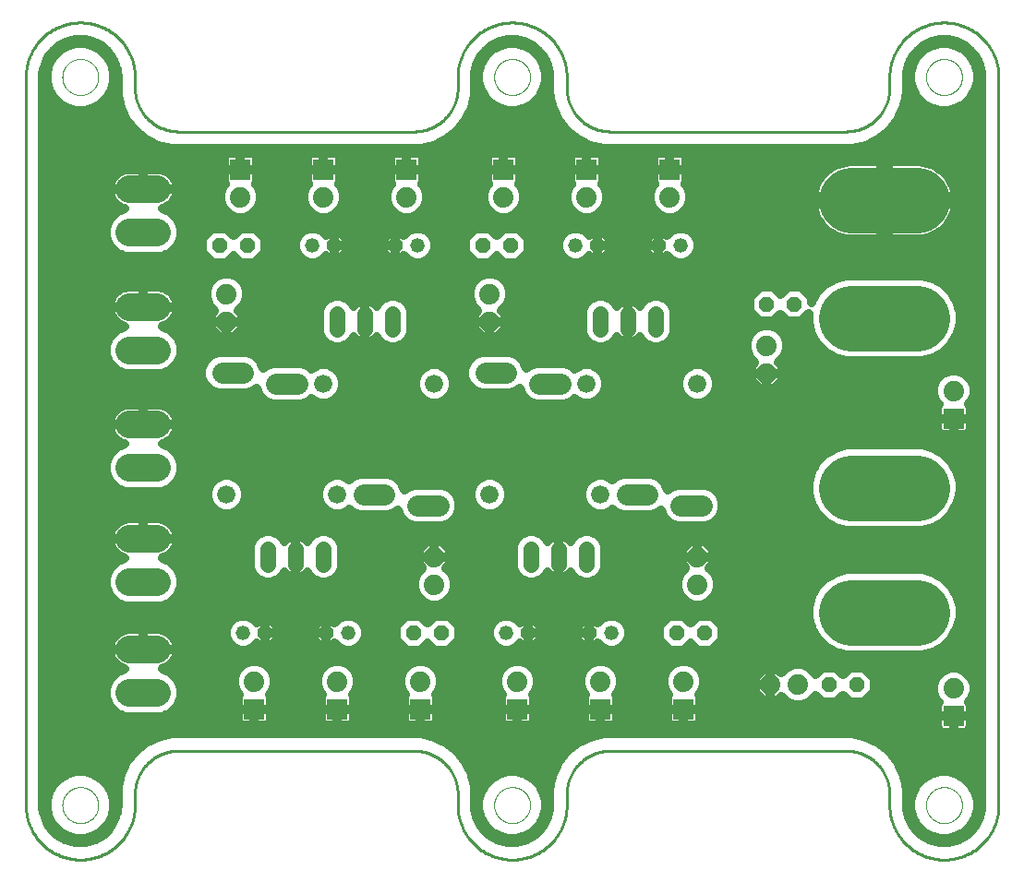
<source format=gbl>
G75*
%MOIN*%
%OFA0B0*%
%FSLAX25Y25*%
%IPPOS*%
%LPD*%
%AMOC8*
5,1,8,0,0,1.08239X$1,22.5*
%
%ADD10C,0.00000*%
%ADD11C,0.01000*%
%ADD12R,0.07400X0.07400*%
%ADD13C,0.07400*%
%ADD14C,0.05600*%
%ADD15OC8,0.05200*%
%ADD16C,0.05200*%
%ADD17C,0.06600*%
%ADD18C,0.07600*%
%ADD19C,0.23622*%
%ADD20C,0.10000*%
%ADD21C,0.03200*%
D10*
X0027057Y0029165D02*
X0027059Y0029326D01*
X0027065Y0029486D01*
X0027075Y0029647D01*
X0027089Y0029807D01*
X0027107Y0029966D01*
X0027128Y0030126D01*
X0027154Y0030284D01*
X0027184Y0030442D01*
X0027217Y0030599D01*
X0027255Y0030756D01*
X0027296Y0030911D01*
X0027341Y0031065D01*
X0027390Y0031218D01*
X0027443Y0031370D01*
X0027499Y0031520D01*
X0027559Y0031669D01*
X0027623Y0031817D01*
X0027690Y0031963D01*
X0027761Y0032107D01*
X0027836Y0032249D01*
X0027914Y0032390D01*
X0027995Y0032528D01*
X0028080Y0032665D01*
X0028169Y0032799D01*
X0028260Y0032931D01*
X0028355Y0033061D01*
X0028453Y0033188D01*
X0028554Y0033313D01*
X0028658Y0033436D01*
X0028765Y0033555D01*
X0028875Y0033672D01*
X0028988Y0033787D01*
X0029104Y0033898D01*
X0029222Y0034007D01*
X0029343Y0034112D01*
X0029467Y0034215D01*
X0029593Y0034315D01*
X0029722Y0034411D01*
X0029853Y0034504D01*
X0029986Y0034594D01*
X0030121Y0034681D01*
X0030259Y0034764D01*
X0030398Y0034843D01*
X0030540Y0034920D01*
X0030683Y0034993D01*
X0030828Y0035062D01*
X0030975Y0035127D01*
X0031123Y0035189D01*
X0031273Y0035248D01*
X0031424Y0035302D01*
X0031576Y0035353D01*
X0031730Y0035400D01*
X0031885Y0035443D01*
X0032040Y0035482D01*
X0032197Y0035518D01*
X0032355Y0035550D01*
X0032513Y0035577D01*
X0032672Y0035601D01*
X0032831Y0035621D01*
X0032991Y0035637D01*
X0033152Y0035649D01*
X0033312Y0035657D01*
X0033473Y0035661D01*
X0033633Y0035661D01*
X0033794Y0035657D01*
X0033954Y0035649D01*
X0034115Y0035637D01*
X0034275Y0035621D01*
X0034434Y0035601D01*
X0034593Y0035577D01*
X0034751Y0035550D01*
X0034909Y0035518D01*
X0035066Y0035482D01*
X0035221Y0035443D01*
X0035376Y0035400D01*
X0035530Y0035353D01*
X0035682Y0035302D01*
X0035833Y0035248D01*
X0035983Y0035189D01*
X0036131Y0035127D01*
X0036278Y0035062D01*
X0036423Y0034993D01*
X0036566Y0034920D01*
X0036708Y0034843D01*
X0036847Y0034764D01*
X0036985Y0034681D01*
X0037120Y0034594D01*
X0037253Y0034504D01*
X0037384Y0034411D01*
X0037513Y0034315D01*
X0037639Y0034215D01*
X0037763Y0034112D01*
X0037884Y0034007D01*
X0038002Y0033898D01*
X0038118Y0033787D01*
X0038231Y0033672D01*
X0038341Y0033555D01*
X0038448Y0033436D01*
X0038552Y0033313D01*
X0038653Y0033188D01*
X0038751Y0033061D01*
X0038846Y0032931D01*
X0038937Y0032799D01*
X0039026Y0032665D01*
X0039111Y0032528D01*
X0039192Y0032390D01*
X0039270Y0032249D01*
X0039345Y0032107D01*
X0039416Y0031963D01*
X0039483Y0031817D01*
X0039547Y0031669D01*
X0039607Y0031520D01*
X0039663Y0031370D01*
X0039716Y0031218D01*
X0039765Y0031065D01*
X0039810Y0030911D01*
X0039851Y0030756D01*
X0039889Y0030599D01*
X0039922Y0030442D01*
X0039952Y0030284D01*
X0039978Y0030126D01*
X0039999Y0029966D01*
X0040017Y0029807D01*
X0040031Y0029647D01*
X0040041Y0029486D01*
X0040047Y0029326D01*
X0040049Y0029165D01*
X0040047Y0029004D01*
X0040041Y0028844D01*
X0040031Y0028683D01*
X0040017Y0028523D01*
X0039999Y0028364D01*
X0039978Y0028204D01*
X0039952Y0028046D01*
X0039922Y0027888D01*
X0039889Y0027731D01*
X0039851Y0027574D01*
X0039810Y0027419D01*
X0039765Y0027265D01*
X0039716Y0027112D01*
X0039663Y0026960D01*
X0039607Y0026810D01*
X0039547Y0026661D01*
X0039483Y0026513D01*
X0039416Y0026367D01*
X0039345Y0026223D01*
X0039270Y0026081D01*
X0039192Y0025940D01*
X0039111Y0025802D01*
X0039026Y0025665D01*
X0038937Y0025531D01*
X0038846Y0025399D01*
X0038751Y0025269D01*
X0038653Y0025142D01*
X0038552Y0025017D01*
X0038448Y0024894D01*
X0038341Y0024775D01*
X0038231Y0024658D01*
X0038118Y0024543D01*
X0038002Y0024432D01*
X0037884Y0024323D01*
X0037763Y0024218D01*
X0037639Y0024115D01*
X0037513Y0024015D01*
X0037384Y0023919D01*
X0037253Y0023826D01*
X0037120Y0023736D01*
X0036985Y0023649D01*
X0036847Y0023566D01*
X0036708Y0023487D01*
X0036566Y0023410D01*
X0036423Y0023337D01*
X0036278Y0023268D01*
X0036131Y0023203D01*
X0035983Y0023141D01*
X0035833Y0023082D01*
X0035682Y0023028D01*
X0035530Y0022977D01*
X0035376Y0022930D01*
X0035221Y0022887D01*
X0035066Y0022848D01*
X0034909Y0022812D01*
X0034751Y0022780D01*
X0034593Y0022753D01*
X0034434Y0022729D01*
X0034275Y0022709D01*
X0034115Y0022693D01*
X0033954Y0022681D01*
X0033794Y0022673D01*
X0033633Y0022669D01*
X0033473Y0022669D01*
X0033312Y0022673D01*
X0033152Y0022681D01*
X0032991Y0022693D01*
X0032831Y0022709D01*
X0032672Y0022729D01*
X0032513Y0022753D01*
X0032355Y0022780D01*
X0032197Y0022812D01*
X0032040Y0022848D01*
X0031885Y0022887D01*
X0031730Y0022930D01*
X0031576Y0022977D01*
X0031424Y0023028D01*
X0031273Y0023082D01*
X0031123Y0023141D01*
X0030975Y0023203D01*
X0030828Y0023268D01*
X0030683Y0023337D01*
X0030540Y0023410D01*
X0030398Y0023487D01*
X0030259Y0023566D01*
X0030121Y0023649D01*
X0029986Y0023736D01*
X0029853Y0023826D01*
X0029722Y0023919D01*
X0029593Y0024015D01*
X0029467Y0024115D01*
X0029343Y0024218D01*
X0029222Y0024323D01*
X0029104Y0024432D01*
X0028988Y0024543D01*
X0028875Y0024658D01*
X0028765Y0024775D01*
X0028658Y0024894D01*
X0028554Y0025017D01*
X0028453Y0025142D01*
X0028355Y0025269D01*
X0028260Y0025399D01*
X0028169Y0025531D01*
X0028080Y0025665D01*
X0027995Y0025802D01*
X0027914Y0025940D01*
X0027836Y0026081D01*
X0027761Y0026223D01*
X0027690Y0026367D01*
X0027623Y0026513D01*
X0027559Y0026661D01*
X0027499Y0026810D01*
X0027443Y0026960D01*
X0027390Y0027112D01*
X0027341Y0027265D01*
X0027296Y0027419D01*
X0027255Y0027574D01*
X0027217Y0027731D01*
X0027184Y0027888D01*
X0027154Y0028046D01*
X0027128Y0028204D01*
X0027107Y0028364D01*
X0027089Y0028523D01*
X0027075Y0028683D01*
X0027065Y0028844D01*
X0027059Y0029004D01*
X0027057Y0029165D01*
X0182959Y0029165D02*
X0182961Y0029326D01*
X0182967Y0029486D01*
X0182977Y0029647D01*
X0182991Y0029807D01*
X0183009Y0029966D01*
X0183030Y0030126D01*
X0183056Y0030284D01*
X0183086Y0030442D01*
X0183119Y0030599D01*
X0183157Y0030756D01*
X0183198Y0030911D01*
X0183243Y0031065D01*
X0183292Y0031218D01*
X0183345Y0031370D01*
X0183401Y0031520D01*
X0183461Y0031669D01*
X0183525Y0031817D01*
X0183592Y0031963D01*
X0183663Y0032107D01*
X0183738Y0032249D01*
X0183816Y0032390D01*
X0183897Y0032528D01*
X0183982Y0032665D01*
X0184071Y0032799D01*
X0184162Y0032931D01*
X0184257Y0033061D01*
X0184355Y0033188D01*
X0184456Y0033313D01*
X0184560Y0033436D01*
X0184667Y0033555D01*
X0184777Y0033672D01*
X0184890Y0033787D01*
X0185006Y0033898D01*
X0185124Y0034007D01*
X0185245Y0034112D01*
X0185369Y0034215D01*
X0185495Y0034315D01*
X0185624Y0034411D01*
X0185755Y0034504D01*
X0185888Y0034594D01*
X0186023Y0034681D01*
X0186161Y0034764D01*
X0186300Y0034843D01*
X0186442Y0034920D01*
X0186585Y0034993D01*
X0186730Y0035062D01*
X0186877Y0035127D01*
X0187025Y0035189D01*
X0187175Y0035248D01*
X0187326Y0035302D01*
X0187478Y0035353D01*
X0187632Y0035400D01*
X0187787Y0035443D01*
X0187942Y0035482D01*
X0188099Y0035518D01*
X0188257Y0035550D01*
X0188415Y0035577D01*
X0188574Y0035601D01*
X0188733Y0035621D01*
X0188893Y0035637D01*
X0189054Y0035649D01*
X0189214Y0035657D01*
X0189375Y0035661D01*
X0189535Y0035661D01*
X0189696Y0035657D01*
X0189856Y0035649D01*
X0190017Y0035637D01*
X0190177Y0035621D01*
X0190336Y0035601D01*
X0190495Y0035577D01*
X0190653Y0035550D01*
X0190811Y0035518D01*
X0190968Y0035482D01*
X0191123Y0035443D01*
X0191278Y0035400D01*
X0191432Y0035353D01*
X0191584Y0035302D01*
X0191735Y0035248D01*
X0191885Y0035189D01*
X0192033Y0035127D01*
X0192180Y0035062D01*
X0192325Y0034993D01*
X0192468Y0034920D01*
X0192610Y0034843D01*
X0192749Y0034764D01*
X0192887Y0034681D01*
X0193022Y0034594D01*
X0193155Y0034504D01*
X0193286Y0034411D01*
X0193415Y0034315D01*
X0193541Y0034215D01*
X0193665Y0034112D01*
X0193786Y0034007D01*
X0193904Y0033898D01*
X0194020Y0033787D01*
X0194133Y0033672D01*
X0194243Y0033555D01*
X0194350Y0033436D01*
X0194454Y0033313D01*
X0194555Y0033188D01*
X0194653Y0033061D01*
X0194748Y0032931D01*
X0194839Y0032799D01*
X0194928Y0032665D01*
X0195013Y0032528D01*
X0195094Y0032390D01*
X0195172Y0032249D01*
X0195247Y0032107D01*
X0195318Y0031963D01*
X0195385Y0031817D01*
X0195449Y0031669D01*
X0195509Y0031520D01*
X0195565Y0031370D01*
X0195618Y0031218D01*
X0195667Y0031065D01*
X0195712Y0030911D01*
X0195753Y0030756D01*
X0195791Y0030599D01*
X0195824Y0030442D01*
X0195854Y0030284D01*
X0195880Y0030126D01*
X0195901Y0029966D01*
X0195919Y0029807D01*
X0195933Y0029647D01*
X0195943Y0029486D01*
X0195949Y0029326D01*
X0195951Y0029165D01*
X0195949Y0029004D01*
X0195943Y0028844D01*
X0195933Y0028683D01*
X0195919Y0028523D01*
X0195901Y0028364D01*
X0195880Y0028204D01*
X0195854Y0028046D01*
X0195824Y0027888D01*
X0195791Y0027731D01*
X0195753Y0027574D01*
X0195712Y0027419D01*
X0195667Y0027265D01*
X0195618Y0027112D01*
X0195565Y0026960D01*
X0195509Y0026810D01*
X0195449Y0026661D01*
X0195385Y0026513D01*
X0195318Y0026367D01*
X0195247Y0026223D01*
X0195172Y0026081D01*
X0195094Y0025940D01*
X0195013Y0025802D01*
X0194928Y0025665D01*
X0194839Y0025531D01*
X0194748Y0025399D01*
X0194653Y0025269D01*
X0194555Y0025142D01*
X0194454Y0025017D01*
X0194350Y0024894D01*
X0194243Y0024775D01*
X0194133Y0024658D01*
X0194020Y0024543D01*
X0193904Y0024432D01*
X0193786Y0024323D01*
X0193665Y0024218D01*
X0193541Y0024115D01*
X0193415Y0024015D01*
X0193286Y0023919D01*
X0193155Y0023826D01*
X0193022Y0023736D01*
X0192887Y0023649D01*
X0192749Y0023566D01*
X0192610Y0023487D01*
X0192468Y0023410D01*
X0192325Y0023337D01*
X0192180Y0023268D01*
X0192033Y0023203D01*
X0191885Y0023141D01*
X0191735Y0023082D01*
X0191584Y0023028D01*
X0191432Y0022977D01*
X0191278Y0022930D01*
X0191123Y0022887D01*
X0190968Y0022848D01*
X0190811Y0022812D01*
X0190653Y0022780D01*
X0190495Y0022753D01*
X0190336Y0022729D01*
X0190177Y0022709D01*
X0190017Y0022693D01*
X0189856Y0022681D01*
X0189696Y0022673D01*
X0189535Y0022669D01*
X0189375Y0022669D01*
X0189214Y0022673D01*
X0189054Y0022681D01*
X0188893Y0022693D01*
X0188733Y0022709D01*
X0188574Y0022729D01*
X0188415Y0022753D01*
X0188257Y0022780D01*
X0188099Y0022812D01*
X0187942Y0022848D01*
X0187787Y0022887D01*
X0187632Y0022930D01*
X0187478Y0022977D01*
X0187326Y0023028D01*
X0187175Y0023082D01*
X0187025Y0023141D01*
X0186877Y0023203D01*
X0186730Y0023268D01*
X0186585Y0023337D01*
X0186442Y0023410D01*
X0186300Y0023487D01*
X0186161Y0023566D01*
X0186023Y0023649D01*
X0185888Y0023736D01*
X0185755Y0023826D01*
X0185624Y0023919D01*
X0185495Y0024015D01*
X0185369Y0024115D01*
X0185245Y0024218D01*
X0185124Y0024323D01*
X0185006Y0024432D01*
X0184890Y0024543D01*
X0184777Y0024658D01*
X0184667Y0024775D01*
X0184560Y0024894D01*
X0184456Y0025017D01*
X0184355Y0025142D01*
X0184257Y0025269D01*
X0184162Y0025399D01*
X0184071Y0025531D01*
X0183982Y0025665D01*
X0183897Y0025802D01*
X0183816Y0025940D01*
X0183738Y0026081D01*
X0183663Y0026223D01*
X0183592Y0026367D01*
X0183525Y0026513D01*
X0183461Y0026661D01*
X0183401Y0026810D01*
X0183345Y0026960D01*
X0183292Y0027112D01*
X0183243Y0027265D01*
X0183198Y0027419D01*
X0183157Y0027574D01*
X0183119Y0027731D01*
X0183086Y0027888D01*
X0183056Y0028046D01*
X0183030Y0028204D01*
X0183009Y0028364D01*
X0182991Y0028523D01*
X0182977Y0028683D01*
X0182967Y0028844D01*
X0182961Y0029004D01*
X0182959Y0029165D01*
X0338860Y0029165D02*
X0338862Y0029326D01*
X0338868Y0029486D01*
X0338878Y0029647D01*
X0338892Y0029807D01*
X0338910Y0029966D01*
X0338931Y0030126D01*
X0338957Y0030284D01*
X0338987Y0030442D01*
X0339020Y0030599D01*
X0339058Y0030756D01*
X0339099Y0030911D01*
X0339144Y0031065D01*
X0339193Y0031218D01*
X0339246Y0031370D01*
X0339302Y0031520D01*
X0339362Y0031669D01*
X0339426Y0031817D01*
X0339493Y0031963D01*
X0339564Y0032107D01*
X0339639Y0032249D01*
X0339717Y0032390D01*
X0339798Y0032528D01*
X0339883Y0032665D01*
X0339972Y0032799D01*
X0340063Y0032931D01*
X0340158Y0033061D01*
X0340256Y0033188D01*
X0340357Y0033313D01*
X0340461Y0033436D01*
X0340568Y0033555D01*
X0340678Y0033672D01*
X0340791Y0033787D01*
X0340907Y0033898D01*
X0341025Y0034007D01*
X0341146Y0034112D01*
X0341270Y0034215D01*
X0341396Y0034315D01*
X0341525Y0034411D01*
X0341656Y0034504D01*
X0341789Y0034594D01*
X0341924Y0034681D01*
X0342062Y0034764D01*
X0342201Y0034843D01*
X0342343Y0034920D01*
X0342486Y0034993D01*
X0342631Y0035062D01*
X0342778Y0035127D01*
X0342926Y0035189D01*
X0343076Y0035248D01*
X0343227Y0035302D01*
X0343379Y0035353D01*
X0343533Y0035400D01*
X0343688Y0035443D01*
X0343843Y0035482D01*
X0344000Y0035518D01*
X0344158Y0035550D01*
X0344316Y0035577D01*
X0344475Y0035601D01*
X0344634Y0035621D01*
X0344794Y0035637D01*
X0344955Y0035649D01*
X0345115Y0035657D01*
X0345276Y0035661D01*
X0345436Y0035661D01*
X0345597Y0035657D01*
X0345757Y0035649D01*
X0345918Y0035637D01*
X0346078Y0035621D01*
X0346237Y0035601D01*
X0346396Y0035577D01*
X0346554Y0035550D01*
X0346712Y0035518D01*
X0346869Y0035482D01*
X0347024Y0035443D01*
X0347179Y0035400D01*
X0347333Y0035353D01*
X0347485Y0035302D01*
X0347636Y0035248D01*
X0347786Y0035189D01*
X0347934Y0035127D01*
X0348081Y0035062D01*
X0348226Y0034993D01*
X0348369Y0034920D01*
X0348511Y0034843D01*
X0348650Y0034764D01*
X0348788Y0034681D01*
X0348923Y0034594D01*
X0349056Y0034504D01*
X0349187Y0034411D01*
X0349316Y0034315D01*
X0349442Y0034215D01*
X0349566Y0034112D01*
X0349687Y0034007D01*
X0349805Y0033898D01*
X0349921Y0033787D01*
X0350034Y0033672D01*
X0350144Y0033555D01*
X0350251Y0033436D01*
X0350355Y0033313D01*
X0350456Y0033188D01*
X0350554Y0033061D01*
X0350649Y0032931D01*
X0350740Y0032799D01*
X0350829Y0032665D01*
X0350914Y0032528D01*
X0350995Y0032390D01*
X0351073Y0032249D01*
X0351148Y0032107D01*
X0351219Y0031963D01*
X0351286Y0031817D01*
X0351350Y0031669D01*
X0351410Y0031520D01*
X0351466Y0031370D01*
X0351519Y0031218D01*
X0351568Y0031065D01*
X0351613Y0030911D01*
X0351654Y0030756D01*
X0351692Y0030599D01*
X0351725Y0030442D01*
X0351755Y0030284D01*
X0351781Y0030126D01*
X0351802Y0029966D01*
X0351820Y0029807D01*
X0351834Y0029647D01*
X0351844Y0029486D01*
X0351850Y0029326D01*
X0351852Y0029165D01*
X0351850Y0029004D01*
X0351844Y0028844D01*
X0351834Y0028683D01*
X0351820Y0028523D01*
X0351802Y0028364D01*
X0351781Y0028204D01*
X0351755Y0028046D01*
X0351725Y0027888D01*
X0351692Y0027731D01*
X0351654Y0027574D01*
X0351613Y0027419D01*
X0351568Y0027265D01*
X0351519Y0027112D01*
X0351466Y0026960D01*
X0351410Y0026810D01*
X0351350Y0026661D01*
X0351286Y0026513D01*
X0351219Y0026367D01*
X0351148Y0026223D01*
X0351073Y0026081D01*
X0350995Y0025940D01*
X0350914Y0025802D01*
X0350829Y0025665D01*
X0350740Y0025531D01*
X0350649Y0025399D01*
X0350554Y0025269D01*
X0350456Y0025142D01*
X0350355Y0025017D01*
X0350251Y0024894D01*
X0350144Y0024775D01*
X0350034Y0024658D01*
X0349921Y0024543D01*
X0349805Y0024432D01*
X0349687Y0024323D01*
X0349566Y0024218D01*
X0349442Y0024115D01*
X0349316Y0024015D01*
X0349187Y0023919D01*
X0349056Y0023826D01*
X0348923Y0023736D01*
X0348788Y0023649D01*
X0348650Y0023566D01*
X0348511Y0023487D01*
X0348369Y0023410D01*
X0348226Y0023337D01*
X0348081Y0023268D01*
X0347934Y0023203D01*
X0347786Y0023141D01*
X0347636Y0023082D01*
X0347485Y0023028D01*
X0347333Y0022977D01*
X0347179Y0022930D01*
X0347024Y0022887D01*
X0346869Y0022848D01*
X0346712Y0022812D01*
X0346554Y0022780D01*
X0346396Y0022753D01*
X0346237Y0022729D01*
X0346078Y0022709D01*
X0345918Y0022693D01*
X0345757Y0022681D01*
X0345597Y0022673D01*
X0345436Y0022669D01*
X0345276Y0022669D01*
X0345115Y0022673D01*
X0344955Y0022681D01*
X0344794Y0022693D01*
X0344634Y0022709D01*
X0344475Y0022729D01*
X0344316Y0022753D01*
X0344158Y0022780D01*
X0344000Y0022812D01*
X0343843Y0022848D01*
X0343688Y0022887D01*
X0343533Y0022930D01*
X0343379Y0022977D01*
X0343227Y0023028D01*
X0343076Y0023082D01*
X0342926Y0023141D01*
X0342778Y0023203D01*
X0342631Y0023268D01*
X0342486Y0023337D01*
X0342343Y0023410D01*
X0342201Y0023487D01*
X0342062Y0023566D01*
X0341924Y0023649D01*
X0341789Y0023736D01*
X0341656Y0023826D01*
X0341525Y0023919D01*
X0341396Y0024015D01*
X0341270Y0024115D01*
X0341146Y0024218D01*
X0341025Y0024323D01*
X0340907Y0024432D01*
X0340791Y0024543D01*
X0340678Y0024658D01*
X0340568Y0024775D01*
X0340461Y0024894D01*
X0340357Y0025017D01*
X0340256Y0025142D01*
X0340158Y0025269D01*
X0340063Y0025399D01*
X0339972Y0025531D01*
X0339883Y0025665D01*
X0339798Y0025802D01*
X0339717Y0025940D01*
X0339639Y0026081D01*
X0339564Y0026223D01*
X0339493Y0026367D01*
X0339426Y0026513D01*
X0339362Y0026661D01*
X0339302Y0026810D01*
X0339246Y0026960D01*
X0339193Y0027112D01*
X0339144Y0027265D01*
X0339099Y0027419D01*
X0339058Y0027574D01*
X0339020Y0027731D01*
X0338987Y0027888D01*
X0338957Y0028046D01*
X0338931Y0028204D01*
X0338910Y0028364D01*
X0338892Y0028523D01*
X0338878Y0028683D01*
X0338868Y0028844D01*
X0338862Y0029004D01*
X0338860Y0029165D01*
X0338860Y0292236D02*
X0338862Y0292397D01*
X0338868Y0292557D01*
X0338878Y0292718D01*
X0338892Y0292878D01*
X0338910Y0293037D01*
X0338931Y0293197D01*
X0338957Y0293355D01*
X0338987Y0293513D01*
X0339020Y0293670D01*
X0339058Y0293827D01*
X0339099Y0293982D01*
X0339144Y0294136D01*
X0339193Y0294289D01*
X0339246Y0294441D01*
X0339302Y0294591D01*
X0339362Y0294740D01*
X0339426Y0294888D01*
X0339493Y0295034D01*
X0339564Y0295178D01*
X0339639Y0295320D01*
X0339717Y0295461D01*
X0339798Y0295599D01*
X0339883Y0295736D01*
X0339972Y0295870D01*
X0340063Y0296002D01*
X0340158Y0296132D01*
X0340256Y0296259D01*
X0340357Y0296384D01*
X0340461Y0296507D01*
X0340568Y0296626D01*
X0340678Y0296743D01*
X0340791Y0296858D01*
X0340907Y0296969D01*
X0341025Y0297078D01*
X0341146Y0297183D01*
X0341270Y0297286D01*
X0341396Y0297386D01*
X0341525Y0297482D01*
X0341656Y0297575D01*
X0341789Y0297665D01*
X0341924Y0297752D01*
X0342062Y0297835D01*
X0342201Y0297914D01*
X0342343Y0297991D01*
X0342486Y0298064D01*
X0342631Y0298133D01*
X0342778Y0298198D01*
X0342926Y0298260D01*
X0343076Y0298319D01*
X0343227Y0298373D01*
X0343379Y0298424D01*
X0343533Y0298471D01*
X0343688Y0298514D01*
X0343843Y0298553D01*
X0344000Y0298589D01*
X0344158Y0298621D01*
X0344316Y0298648D01*
X0344475Y0298672D01*
X0344634Y0298692D01*
X0344794Y0298708D01*
X0344955Y0298720D01*
X0345115Y0298728D01*
X0345276Y0298732D01*
X0345436Y0298732D01*
X0345597Y0298728D01*
X0345757Y0298720D01*
X0345918Y0298708D01*
X0346078Y0298692D01*
X0346237Y0298672D01*
X0346396Y0298648D01*
X0346554Y0298621D01*
X0346712Y0298589D01*
X0346869Y0298553D01*
X0347024Y0298514D01*
X0347179Y0298471D01*
X0347333Y0298424D01*
X0347485Y0298373D01*
X0347636Y0298319D01*
X0347786Y0298260D01*
X0347934Y0298198D01*
X0348081Y0298133D01*
X0348226Y0298064D01*
X0348369Y0297991D01*
X0348511Y0297914D01*
X0348650Y0297835D01*
X0348788Y0297752D01*
X0348923Y0297665D01*
X0349056Y0297575D01*
X0349187Y0297482D01*
X0349316Y0297386D01*
X0349442Y0297286D01*
X0349566Y0297183D01*
X0349687Y0297078D01*
X0349805Y0296969D01*
X0349921Y0296858D01*
X0350034Y0296743D01*
X0350144Y0296626D01*
X0350251Y0296507D01*
X0350355Y0296384D01*
X0350456Y0296259D01*
X0350554Y0296132D01*
X0350649Y0296002D01*
X0350740Y0295870D01*
X0350829Y0295736D01*
X0350914Y0295599D01*
X0350995Y0295461D01*
X0351073Y0295320D01*
X0351148Y0295178D01*
X0351219Y0295034D01*
X0351286Y0294888D01*
X0351350Y0294740D01*
X0351410Y0294591D01*
X0351466Y0294441D01*
X0351519Y0294289D01*
X0351568Y0294136D01*
X0351613Y0293982D01*
X0351654Y0293827D01*
X0351692Y0293670D01*
X0351725Y0293513D01*
X0351755Y0293355D01*
X0351781Y0293197D01*
X0351802Y0293037D01*
X0351820Y0292878D01*
X0351834Y0292718D01*
X0351844Y0292557D01*
X0351850Y0292397D01*
X0351852Y0292236D01*
X0351850Y0292075D01*
X0351844Y0291915D01*
X0351834Y0291754D01*
X0351820Y0291594D01*
X0351802Y0291435D01*
X0351781Y0291275D01*
X0351755Y0291117D01*
X0351725Y0290959D01*
X0351692Y0290802D01*
X0351654Y0290645D01*
X0351613Y0290490D01*
X0351568Y0290336D01*
X0351519Y0290183D01*
X0351466Y0290031D01*
X0351410Y0289881D01*
X0351350Y0289732D01*
X0351286Y0289584D01*
X0351219Y0289438D01*
X0351148Y0289294D01*
X0351073Y0289152D01*
X0350995Y0289011D01*
X0350914Y0288873D01*
X0350829Y0288736D01*
X0350740Y0288602D01*
X0350649Y0288470D01*
X0350554Y0288340D01*
X0350456Y0288213D01*
X0350355Y0288088D01*
X0350251Y0287965D01*
X0350144Y0287846D01*
X0350034Y0287729D01*
X0349921Y0287614D01*
X0349805Y0287503D01*
X0349687Y0287394D01*
X0349566Y0287289D01*
X0349442Y0287186D01*
X0349316Y0287086D01*
X0349187Y0286990D01*
X0349056Y0286897D01*
X0348923Y0286807D01*
X0348788Y0286720D01*
X0348650Y0286637D01*
X0348511Y0286558D01*
X0348369Y0286481D01*
X0348226Y0286408D01*
X0348081Y0286339D01*
X0347934Y0286274D01*
X0347786Y0286212D01*
X0347636Y0286153D01*
X0347485Y0286099D01*
X0347333Y0286048D01*
X0347179Y0286001D01*
X0347024Y0285958D01*
X0346869Y0285919D01*
X0346712Y0285883D01*
X0346554Y0285851D01*
X0346396Y0285824D01*
X0346237Y0285800D01*
X0346078Y0285780D01*
X0345918Y0285764D01*
X0345757Y0285752D01*
X0345597Y0285744D01*
X0345436Y0285740D01*
X0345276Y0285740D01*
X0345115Y0285744D01*
X0344955Y0285752D01*
X0344794Y0285764D01*
X0344634Y0285780D01*
X0344475Y0285800D01*
X0344316Y0285824D01*
X0344158Y0285851D01*
X0344000Y0285883D01*
X0343843Y0285919D01*
X0343688Y0285958D01*
X0343533Y0286001D01*
X0343379Y0286048D01*
X0343227Y0286099D01*
X0343076Y0286153D01*
X0342926Y0286212D01*
X0342778Y0286274D01*
X0342631Y0286339D01*
X0342486Y0286408D01*
X0342343Y0286481D01*
X0342201Y0286558D01*
X0342062Y0286637D01*
X0341924Y0286720D01*
X0341789Y0286807D01*
X0341656Y0286897D01*
X0341525Y0286990D01*
X0341396Y0287086D01*
X0341270Y0287186D01*
X0341146Y0287289D01*
X0341025Y0287394D01*
X0340907Y0287503D01*
X0340791Y0287614D01*
X0340678Y0287729D01*
X0340568Y0287846D01*
X0340461Y0287965D01*
X0340357Y0288088D01*
X0340256Y0288213D01*
X0340158Y0288340D01*
X0340063Y0288470D01*
X0339972Y0288602D01*
X0339883Y0288736D01*
X0339798Y0288873D01*
X0339717Y0289011D01*
X0339639Y0289152D01*
X0339564Y0289294D01*
X0339493Y0289438D01*
X0339426Y0289584D01*
X0339362Y0289732D01*
X0339302Y0289881D01*
X0339246Y0290031D01*
X0339193Y0290183D01*
X0339144Y0290336D01*
X0339099Y0290490D01*
X0339058Y0290645D01*
X0339020Y0290802D01*
X0338987Y0290959D01*
X0338957Y0291117D01*
X0338931Y0291275D01*
X0338910Y0291435D01*
X0338892Y0291594D01*
X0338878Y0291754D01*
X0338868Y0291915D01*
X0338862Y0292075D01*
X0338860Y0292236D01*
X0182959Y0292236D02*
X0182961Y0292397D01*
X0182967Y0292557D01*
X0182977Y0292718D01*
X0182991Y0292878D01*
X0183009Y0293037D01*
X0183030Y0293197D01*
X0183056Y0293355D01*
X0183086Y0293513D01*
X0183119Y0293670D01*
X0183157Y0293827D01*
X0183198Y0293982D01*
X0183243Y0294136D01*
X0183292Y0294289D01*
X0183345Y0294441D01*
X0183401Y0294591D01*
X0183461Y0294740D01*
X0183525Y0294888D01*
X0183592Y0295034D01*
X0183663Y0295178D01*
X0183738Y0295320D01*
X0183816Y0295461D01*
X0183897Y0295599D01*
X0183982Y0295736D01*
X0184071Y0295870D01*
X0184162Y0296002D01*
X0184257Y0296132D01*
X0184355Y0296259D01*
X0184456Y0296384D01*
X0184560Y0296507D01*
X0184667Y0296626D01*
X0184777Y0296743D01*
X0184890Y0296858D01*
X0185006Y0296969D01*
X0185124Y0297078D01*
X0185245Y0297183D01*
X0185369Y0297286D01*
X0185495Y0297386D01*
X0185624Y0297482D01*
X0185755Y0297575D01*
X0185888Y0297665D01*
X0186023Y0297752D01*
X0186161Y0297835D01*
X0186300Y0297914D01*
X0186442Y0297991D01*
X0186585Y0298064D01*
X0186730Y0298133D01*
X0186877Y0298198D01*
X0187025Y0298260D01*
X0187175Y0298319D01*
X0187326Y0298373D01*
X0187478Y0298424D01*
X0187632Y0298471D01*
X0187787Y0298514D01*
X0187942Y0298553D01*
X0188099Y0298589D01*
X0188257Y0298621D01*
X0188415Y0298648D01*
X0188574Y0298672D01*
X0188733Y0298692D01*
X0188893Y0298708D01*
X0189054Y0298720D01*
X0189214Y0298728D01*
X0189375Y0298732D01*
X0189535Y0298732D01*
X0189696Y0298728D01*
X0189856Y0298720D01*
X0190017Y0298708D01*
X0190177Y0298692D01*
X0190336Y0298672D01*
X0190495Y0298648D01*
X0190653Y0298621D01*
X0190811Y0298589D01*
X0190968Y0298553D01*
X0191123Y0298514D01*
X0191278Y0298471D01*
X0191432Y0298424D01*
X0191584Y0298373D01*
X0191735Y0298319D01*
X0191885Y0298260D01*
X0192033Y0298198D01*
X0192180Y0298133D01*
X0192325Y0298064D01*
X0192468Y0297991D01*
X0192610Y0297914D01*
X0192749Y0297835D01*
X0192887Y0297752D01*
X0193022Y0297665D01*
X0193155Y0297575D01*
X0193286Y0297482D01*
X0193415Y0297386D01*
X0193541Y0297286D01*
X0193665Y0297183D01*
X0193786Y0297078D01*
X0193904Y0296969D01*
X0194020Y0296858D01*
X0194133Y0296743D01*
X0194243Y0296626D01*
X0194350Y0296507D01*
X0194454Y0296384D01*
X0194555Y0296259D01*
X0194653Y0296132D01*
X0194748Y0296002D01*
X0194839Y0295870D01*
X0194928Y0295736D01*
X0195013Y0295599D01*
X0195094Y0295461D01*
X0195172Y0295320D01*
X0195247Y0295178D01*
X0195318Y0295034D01*
X0195385Y0294888D01*
X0195449Y0294740D01*
X0195509Y0294591D01*
X0195565Y0294441D01*
X0195618Y0294289D01*
X0195667Y0294136D01*
X0195712Y0293982D01*
X0195753Y0293827D01*
X0195791Y0293670D01*
X0195824Y0293513D01*
X0195854Y0293355D01*
X0195880Y0293197D01*
X0195901Y0293037D01*
X0195919Y0292878D01*
X0195933Y0292718D01*
X0195943Y0292557D01*
X0195949Y0292397D01*
X0195951Y0292236D01*
X0195949Y0292075D01*
X0195943Y0291915D01*
X0195933Y0291754D01*
X0195919Y0291594D01*
X0195901Y0291435D01*
X0195880Y0291275D01*
X0195854Y0291117D01*
X0195824Y0290959D01*
X0195791Y0290802D01*
X0195753Y0290645D01*
X0195712Y0290490D01*
X0195667Y0290336D01*
X0195618Y0290183D01*
X0195565Y0290031D01*
X0195509Y0289881D01*
X0195449Y0289732D01*
X0195385Y0289584D01*
X0195318Y0289438D01*
X0195247Y0289294D01*
X0195172Y0289152D01*
X0195094Y0289011D01*
X0195013Y0288873D01*
X0194928Y0288736D01*
X0194839Y0288602D01*
X0194748Y0288470D01*
X0194653Y0288340D01*
X0194555Y0288213D01*
X0194454Y0288088D01*
X0194350Y0287965D01*
X0194243Y0287846D01*
X0194133Y0287729D01*
X0194020Y0287614D01*
X0193904Y0287503D01*
X0193786Y0287394D01*
X0193665Y0287289D01*
X0193541Y0287186D01*
X0193415Y0287086D01*
X0193286Y0286990D01*
X0193155Y0286897D01*
X0193022Y0286807D01*
X0192887Y0286720D01*
X0192749Y0286637D01*
X0192610Y0286558D01*
X0192468Y0286481D01*
X0192325Y0286408D01*
X0192180Y0286339D01*
X0192033Y0286274D01*
X0191885Y0286212D01*
X0191735Y0286153D01*
X0191584Y0286099D01*
X0191432Y0286048D01*
X0191278Y0286001D01*
X0191123Y0285958D01*
X0190968Y0285919D01*
X0190811Y0285883D01*
X0190653Y0285851D01*
X0190495Y0285824D01*
X0190336Y0285800D01*
X0190177Y0285780D01*
X0190017Y0285764D01*
X0189856Y0285752D01*
X0189696Y0285744D01*
X0189535Y0285740D01*
X0189375Y0285740D01*
X0189214Y0285744D01*
X0189054Y0285752D01*
X0188893Y0285764D01*
X0188733Y0285780D01*
X0188574Y0285800D01*
X0188415Y0285824D01*
X0188257Y0285851D01*
X0188099Y0285883D01*
X0187942Y0285919D01*
X0187787Y0285958D01*
X0187632Y0286001D01*
X0187478Y0286048D01*
X0187326Y0286099D01*
X0187175Y0286153D01*
X0187025Y0286212D01*
X0186877Y0286274D01*
X0186730Y0286339D01*
X0186585Y0286408D01*
X0186442Y0286481D01*
X0186300Y0286558D01*
X0186161Y0286637D01*
X0186023Y0286720D01*
X0185888Y0286807D01*
X0185755Y0286897D01*
X0185624Y0286990D01*
X0185495Y0287086D01*
X0185369Y0287186D01*
X0185245Y0287289D01*
X0185124Y0287394D01*
X0185006Y0287503D01*
X0184890Y0287614D01*
X0184777Y0287729D01*
X0184667Y0287846D01*
X0184560Y0287965D01*
X0184456Y0288088D01*
X0184355Y0288213D01*
X0184257Y0288340D01*
X0184162Y0288470D01*
X0184071Y0288602D01*
X0183982Y0288736D01*
X0183897Y0288873D01*
X0183816Y0289011D01*
X0183738Y0289152D01*
X0183663Y0289294D01*
X0183592Y0289438D01*
X0183525Y0289584D01*
X0183461Y0289732D01*
X0183401Y0289881D01*
X0183345Y0290031D01*
X0183292Y0290183D01*
X0183243Y0290336D01*
X0183198Y0290490D01*
X0183157Y0290645D01*
X0183119Y0290802D01*
X0183086Y0290959D01*
X0183056Y0291117D01*
X0183030Y0291275D01*
X0183009Y0291435D01*
X0182991Y0291594D01*
X0182977Y0291754D01*
X0182967Y0291915D01*
X0182961Y0292075D01*
X0182959Y0292236D01*
X0027057Y0292236D02*
X0027059Y0292397D01*
X0027065Y0292557D01*
X0027075Y0292718D01*
X0027089Y0292878D01*
X0027107Y0293037D01*
X0027128Y0293197D01*
X0027154Y0293355D01*
X0027184Y0293513D01*
X0027217Y0293670D01*
X0027255Y0293827D01*
X0027296Y0293982D01*
X0027341Y0294136D01*
X0027390Y0294289D01*
X0027443Y0294441D01*
X0027499Y0294591D01*
X0027559Y0294740D01*
X0027623Y0294888D01*
X0027690Y0295034D01*
X0027761Y0295178D01*
X0027836Y0295320D01*
X0027914Y0295461D01*
X0027995Y0295599D01*
X0028080Y0295736D01*
X0028169Y0295870D01*
X0028260Y0296002D01*
X0028355Y0296132D01*
X0028453Y0296259D01*
X0028554Y0296384D01*
X0028658Y0296507D01*
X0028765Y0296626D01*
X0028875Y0296743D01*
X0028988Y0296858D01*
X0029104Y0296969D01*
X0029222Y0297078D01*
X0029343Y0297183D01*
X0029467Y0297286D01*
X0029593Y0297386D01*
X0029722Y0297482D01*
X0029853Y0297575D01*
X0029986Y0297665D01*
X0030121Y0297752D01*
X0030259Y0297835D01*
X0030398Y0297914D01*
X0030540Y0297991D01*
X0030683Y0298064D01*
X0030828Y0298133D01*
X0030975Y0298198D01*
X0031123Y0298260D01*
X0031273Y0298319D01*
X0031424Y0298373D01*
X0031576Y0298424D01*
X0031730Y0298471D01*
X0031885Y0298514D01*
X0032040Y0298553D01*
X0032197Y0298589D01*
X0032355Y0298621D01*
X0032513Y0298648D01*
X0032672Y0298672D01*
X0032831Y0298692D01*
X0032991Y0298708D01*
X0033152Y0298720D01*
X0033312Y0298728D01*
X0033473Y0298732D01*
X0033633Y0298732D01*
X0033794Y0298728D01*
X0033954Y0298720D01*
X0034115Y0298708D01*
X0034275Y0298692D01*
X0034434Y0298672D01*
X0034593Y0298648D01*
X0034751Y0298621D01*
X0034909Y0298589D01*
X0035066Y0298553D01*
X0035221Y0298514D01*
X0035376Y0298471D01*
X0035530Y0298424D01*
X0035682Y0298373D01*
X0035833Y0298319D01*
X0035983Y0298260D01*
X0036131Y0298198D01*
X0036278Y0298133D01*
X0036423Y0298064D01*
X0036566Y0297991D01*
X0036708Y0297914D01*
X0036847Y0297835D01*
X0036985Y0297752D01*
X0037120Y0297665D01*
X0037253Y0297575D01*
X0037384Y0297482D01*
X0037513Y0297386D01*
X0037639Y0297286D01*
X0037763Y0297183D01*
X0037884Y0297078D01*
X0038002Y0296969D01*
X0038118Y0296858D01*
X0038231Y0296743D01*
X0038341Y0296626D01*
X0038448Y0296507D01*
X0038552Y0296384D01*
X0038653Y0296259D01*
X0038751Y0296132D01*
X0038846Y0296002D01*
X0038937Y0295870D01*
X0039026Y0295736D01*
X0039111Y0295599D01*
X0039192Y0295461D01*
X0039270Y0295320D01*
X0039345Y0295178D01*
X0039416Y0295034D01*
X0039483Y0294888D01*
X0039547Y0294740D01*
X0039607Y0294591D01*
X0039663Y0294441D01*
X0039716Y0294289D01*
X0039765Y0294136D01*
X0039810Y0293982D01*
X0039851Y0293827D01*
X0039889Y0293670D01*
X0039922Y0293513D01*
X0039952Y0293355D01*
X0039978Y0293197D01*
X0039999Y0293037D01*
X0040017Y0292878D01*
X0040031Y0292718D01*
X0040041Y0292557D01*
X0040047Y0292397D01*
X0040049Y0292236D01*
X0040047Y0292075D01*
X0040041Y0291915D01*
X0040031Y0291754D01*
X0040017Y0291594D01*
X0039999Y0291435D01*
X0039978Y0291275D01*
X0039952Y0291117D01*
X0039922Y0290959D01*
X0039889Y0290802D01*
X0039851Y0290645D01*
X0039810Y0290490D01*
X0039765Y0290336D01*
X0039716Y0290183D01*
X0039663Y0290031D01*
X0039607Y0289881D01*
X0039547Y0289732D01*
X0039483Y0289584D01*
X0039416Y0289438D01*
X0039345Y0289294D01*
X0039270Y0289152D01*
X0039192Y0289011D01*
X0039111Y0288873D01*
X0039026Y0288736D01*
X0038937Y0288602D01*
X0038846Y0288470D01*
X0038751Y0288340D01*
X0038653Y0288213D01*
X0038552Y0288088D01*
X0038448Y0287965D01*
X0038341Y0287846D01*
X0038231Y0287729D01*
X0038118Y0287614D01*
X0038002Y0287503D01*
X0037884Y0287394D01*
X0037763Y0287289D01*
X0037639Y0287186D01*
X0037513Y0287086D01*
X0037384Y0286990D01*
X0037253Y0286897D01*
X0037120Y0286807D01*
X0036985Y0286720D01*
X0036847Y0286637D01*
X0036708Y0286558D01*
X0036566Y0286481D01*
X0036423Y0286408D01*
X0036278Y0286339D01*
X0036131Y0286274D01*
X0035983Y0286212D01*
X0035833Y0286153D01*
X0035682Y0286099D01*
X0035530Y0286048D01*
X0035376Y0286001D01*
X0035221Y0285958D01*
X0035066Y0285919D01*
X0034909Y0285883D01*
X0034751Y0285851D01*
X0034593Y0285824D01*
X0034434Y0285800D01*
X0034275Y0285780D01*
X0034115Y0285764D01*
X0033954Y0285752D01*
X0033794Y0285744D01*
X0033633Y0285740D01*
X0033473Y0285740D01*
X0033312Y0285744D01*
X0033152Y0285752D01*
X0032991Y0285764D01*
X0032831Y0285780D01*
X0032672Y0285800D01*
X0032513Y0285824D01*
X0032355Y0285851D01*
X0032197Y0285883D01*
X0032040Y0285919D01*
X0031885Y0285958D01*
X0031730Y0286001D01*
X0031576Y0286048D01*
X0031424Y0286099D01*
X0031273Y0286153D01*
X0031123Y0286212D01*
X0030975Y0286274D01*
X0030828Y0286339D01*
X0030683Y0286408D01*
X0030540Y0286481D01*
X0030398Y0286558D01*
X0030259Y0286637D01*
X0030121Y0286720D01*
X0029986Y0286807D01*
X0029853Y0286897D01*
X0029722Y0286990D01*
X0029593Y0287086D01*
X0029467Y0287186D01*
X0029343Y0287289D01*
X0029222Y0287394D01*
X0029104Y0287503D01*
X0028988Y0287614D01*
X0028875Y0287729D01*
X0028765Y0287846D01*
X0028658Y0287965D01*
X0028554Y0288088D01*
X0028453Y0288213D01*
X0028355Y0288340D01*
X0028260Y0288470D01*
X0028169Y0288602D01*
X0028080Y0288736D01*
X0027995Y0288873D01*
X0027914Y0289011D01*
X0027836Y0289152D01*
X0027761Y0289294D01*
X0027690Y0289438D01*
X0027623Y0289584D01*
X0027559Y0289732D01*
X0027499Y0289881D01*
X0027443Y0290031D01*
X0027390Y0290183D01*
X0027341Y0290336D01*
X0027296Y0290490D01*
X0027255Y0290645D01*
X0027217Y0290802D01*
X0027184Y0290959D01*
X0027154Y0291117D01*
X0027128Y0291275D01*
X0027107Y0291435D01*
X0027089Y0291594D01*
X0027075Y0291754D01*
X0027065Y0291915D01*
X0027059Y0292075D01*
X0027057Y0292236D01*
D11*
X0013868Y0292236D02*
X0013874Y0292715D01*
X0013891Y0293194D01*
X0013921Y0293673D01*
X0013961Y0294151D01*
X0014014Y0294627D01*
X0014078Y0295102D01*
X0014153Y0295576D01*
X0014240Y0296047D01*
X0014339Y0296516D01*
X0014449Y0296983D01*
X0014570Y0297447D01*
X0014703Y0297907D01*
X0014846Y0298365D01*
X0015001Y0298818D01*
X0015167Y0299268D01*
X0015344Y0299714D01*
X0015531Y0300155D01*
X0015729Y0300591D01*
X0015938Y0301023D01*
X0016157Y0301449D01*
X0016387Y0301870D01*
X0016626Y0302285D01*
X0016876Y0302695D01*
X0017136Y0303098D01*
X0017405Y0303494D01*
X0017684Y0303884D01*
X0017972Y0304267D01*
X0018270Y0304643D01*
X0018577Y0305011D01*
X0018892Y0305372D01*
X0019216Y0305725D01*
X0019549Y0306070D01*
X0019890Y0306407D01*
X0020239Y0306736D01*
X0020596Y0307056D01*
X0020961Y0307367D01*
X0021333Y0307669D01*
X0021713Y0307962D01*
X0022099Y0308246D01*
X0022492Y0308520D01*
X0022892Y0308784D01*
X0023298Y0309039D01*
X0023711Y0309284D01*
X0024129Y0309518D01*
X0024552Y0309743D01*
X0024981Y0309957D01*
X0025415Y0310160D01*
X0025854Y0310353D01*
X0026298Y0310535D01*
X0026745Y0310706D01*
X0027197Y0310867D01*
X0027653Y0311016D01*
X0028112Y0311154D01*
X0028574Y0311281D01*
X0029039Y0311397D01*
X0029507Y0311501D01*
X0029977Y0311594D01*
X0030450Y0311675D01*
X0030924Y0311745D01*
X0031400Y0311803D01*
X0031877Y0311850D01*
X0032355Y0311885D01*
X0032834Y0311908D01*
X0033313Y0311920D01*
X0033793Y0311920D01*
X0034272Y0311908D01*
X0034751Y0311885D01*
X0035229Y0311850D01*
X0035706Y0311803D01*
X0036182Y0311745D01*
X0036656Y0311675D01*
X0037129Y0311594D01*
X0037599Y0311501D01*
X0038067Y0311397D01*
X0038532Y0311281D01*
X0038994Y0311154D01*
X0039453Y0311016D01*
X0039909Y0310867D01*
X0040361Y0310706D01*
X0040808Y0310535D01*
X0041252Y0310353D01*
X0041691Y0310160D01*
X0042125Y0309957D01*
X0042554Y0309743D01*
X0042977Y0309518D01*
X0043396Y0309284D01*
X0043808Y0309039D01*
X0044214Y0308784D01*
X0044614Y0308520D01*
X0045007Y0308246D01*
X0045393Y0307962D01*
X0045773Y0307669D01*
X0046145Y0307367D01*
X0046510Y0307056D01*
X0046867Y0306736D01*
X0047216Y0306407D01*
X0047557Y0306070D01*
X0047890Y0305725D01*
X0048214Y0305372D01*
X0048529Y0305011D01*
X0048836Y0304643D01*
X0049134Y0304267D01*
X0049422Y0303884D01*
X0049701Y0303494D01*
X0049970Y0303098D01*
X0050230Y0302695D01*
X0050480Y0302285D01*
X0050719Y0301870D01*
X0050949Y0301449D01*
X0051168Y0301023D01*
X0051377Y0300591D01*
X0051575Y0300155D01*
X0051762Y0299714D01*
X0051939Y0299268D01*
X0052105Y0298818D01*
X0052260Y0298365D01*
X0052403Y0297907D01*
X0052536Y0297447D01*
X0052657Y0296983D01*
X0052767Y0296516D01*
X0052866Y0296047D01*
X0052953Y0295576D01*
X0053028Y0295102D01*
X0053092Y0294627D01*
X0053145Y0294151D01*
X0053185Y0293673D01*
X0053215Y0293194D01*
X0053232Y0292715D01*
X0053238Y0292236D01*
X0053238Y0288299D01*
X0053243Y0287918D01*
X0053256Y0287538D01*
X0053279Y0287158D01*
X0053312Y0286779D01*
X0053353Y0286401D01*
X0053403Y0286024D01*
X0053463Y0285648D01*
X0053531Y0285273D01*
X0053609Y0284901D01*
X0053696Y0284530D01*
X0053791Y0284162D01*
X0053896Y0283796D01*
X0054009Y0283433D01*
X0054131Y0283072D01*
X0054261Y0282715D01*
X0054401Y0282361D01*
X0054548Y0282010D01*
X0054705Y0281663D01*
X0054869Y0281320D01*
X0055042Y0280981D01*
X0055223Y0280646D01*
X0055412Y0280315D01*
X0055609Y0279990D01*
X0055813Y0279669D01*
X0056026Y0279353D01*
X0056246Y0279043D01*
X0056473Y0278737D01*
X0056708Y0278438D01*
X0056950Y0278144D01*
X0057198Y0277856D01*
X0057454Y0277574D01*
X0057717Y0277299D01*
X0057986Y0277030D01*
X0058261Y0276767D01*
X0058543Y0276511D01*
X0058831Y0276263D01*
X0059125Y0276021D01*
X0059424Y0275786D01*
X0059730Y0275559D01*
X0060040Y0275339D01*
X0060356Y0275126D01*
X0060677Y0274922D01*
X0061002Y0274725D01*
X0061333Y0274536D01*
X0061668Y0274355D01*
X0062007Y0274182D01*
X0062350Y0274018D01*
X0062697Y0273861D01*
X0063048Y0273714D01*
X0063402Y0273574D01*
X0063759Y0273444D01*
X0064120Y0273322D01*
X0064483Y0273209D01*
X0064849Y0273104D01*
X0065217Y0273009D01*
X0065588Y0272922D01*
X0065960Y0272844D01*
X0066335Y0272776D01*
X0066711Y0272716D01*
X0067088Y0272666D01*
X0067466Y0272625D01*
X0067845Y0272592D01*
X0068225Y0272569D01*
X0068605Y0272556D01*
X0068986Y0272551D01*
X0154022Y0272551D01*
X0154403Y0272556D01*
X0154783Y0272569D01*
X0155163Y0272592D01*
X0155542Y0272625D01*
X0155920Y0272666D01*
X0156297Y0272716D01*
X0156673Y0272776D01*
X0157048Y0272844D01*
X0157420Y0272922D01*
X0157791Y0273009D01*
X0158159Y0273104D01*
X0158525Y0273209D01*
X0158888Y0273322D01*
X0159249Y0273444D01*
X0159606Y0273574D01*
X0159960Y0273714D01*
X0160311Y0273861D01*
X0160658Y0274018D01*
X0161001Y0274182D01*
X0161340Y0274355D01*
X0161675Y0274536D01*
X0162006Y0274725D01*
X0162331Y0274922D01*
X0162652Y0275126D01*
X0162968Y0275339D01*
X0163278Y0275559D01*
X0163584Y0275786D01*
X0163883Y0276021D01*
X0164177Y0276263D01*
X0164465Y0276511D01*
X0164747Y0276767D01*
X0165022Y0277030D01*
X0165291Y0277299D01*
X0165554Y0277574D01*
X0165810Y0277856D01*
X0166058Y0278144D01*
X0166300Y0278438D01*
X0166535Y0278737D01*
X0166762Y0279043D01*
X0166982Y0279353D01*
X0167195Y0279669D01*
X0167399Y0279990D01*
X0167596Y0280315D01*
X0167785Y0280646D01*
X0167966Y0280981D01*
X0168139Y0281320D01*
X0168303Y0281663D01*
X0168460Y0282010D01*
X0168607Y0282361D01*
X0168747Y0282715D01*
X0168877Y0283072D01*
X0168999Y0283433D01*
X0169112Y0283796D01*
X0169217Y0284162D01*
X0169312Y0284530D01*
X0169399Y0284901D01*
X0169477Y0285273D01*
X0169545Y0285648D01*
X0169605Y0286024D01*
X0169655Y0286401D01*
X0169696Y0286779D01*
X0169729Y0287158D01*
X0169752Y0287538D01*
X0169765Y0287918D01*
X0169770Y0288299D01*
X0169770Y0292236D01*
X0169776Y0292715D01*
X0169793Y0293194D01*
X0169823Y0293673D01*
X0169863Y0294151D01*
X0169916Y0294627D01*
X0169980Y0295102D01*
X0170055Y0295576D01*
X0170142Y0296047D01*
X0170241Y0296516D01*
X0170351Y0296983D01*
X0170472Y0297447D01*
X0170605Y0297907D01*
X0170748Y0298365D01*
X0170903Y0298818D01*
X0171069Y0299268D01*
X0171246Y0299714D01*
X0171433Y0300155D01*
X0171631Y0300591D01*
X0171840Y0301023D01*
X0172059Y0301449D01*
X0172289Y0301870D01*
X0172528Y0302285D01*
X0172778Y0302695D01*
X0173038Y0303098D01*
X0173307Y0303494D01*
X0173586Y0303884D01*
X0173874Y0304267D01*
X0174172Y0304643D01*
X0174479Y0305011D01*
X0174794Y0305372D01*
X0175118Y0305725D01*
X0175451Y0306070D01*
X0175792Y0306407D01*
X0176141Y0306736D01*
X0176498Y0307056D01*
X0176863Y0307367D01*
X0177235Y0307669D01*
X0177615Y0307962D01*
X0178001Y0308246D01*
X0178394Y0308520D01*
X0178794Y0308784D01*
X0179200Y0309039D01*
X0179613Y0309284D01*
X0180031Y0309518D01*
X0180454Y0309743D01*
X0180883Y0309957D01*
X0181317Y0310160D01*
X0181756Y0310353D01*
X0182200Y0310535D01*
X0182647Y0310706D01*
X0183099Y0310867D01*
X0183555Y0311016D01*
X0184014Y0311154D01*
X0184476Y0311281D01*
X0184941Y0311397D01*
X0185409Y0311501D01*
X0185879Y0311594D01*
X0186352Y0311675D01*
X0186826Y0311745D01*
X0187302Y0311803D01*
X0187779Y0311850D01*
X0188257Y0311885D01*
X0188736Y0311908D01*
X0189215Y0311920D01*
X0189695Y0311920D01*
X0190174Y0311908D01*
X0190653Y0311885D01*
X0191131Y0311850D01*
X0191608Y0311803D01*
X0192084Y0311745D01*
X0192558Y0311675D01*
X0193031Y0311594D01*
X0193501Y0311501D01*
X0193969Y0311397D01*
X0194434Y0311281D01*
X0194896Y0311154D01*
X0195355Y0311016D01*
X0195811Y0310867D01*
X0196263Y0310706D01*
X0196710Y0310535D01*
X0197154Y0310353D01*
X0197593Y0310160D01*
X0198027Y0309957D01*
X0198456Y0309743D01*
X0198879Y0309518D01*
X0199298Y0309284D01*
X0199710Y0309039D01*
X0200116Y0308784D01*
X0200516Y0308520D01*
X0200909Y0308246D01*
X0201295Y0307962D01*
X0201675Y0307669D01*
X0202047Y0307367D01*
X0202412Y0307056D01*
X0202769Y0306736D01*
X0203118Y0306407D01*
X0203459Y0306070D01*
X0203792Y0305725D01*
X0204116Y0305372D01*
X0204431Y0305011D01*
X0204738Y0304643D01*
X0205036Y0304267D01*
X0205324Y0303884D01*
X0205603Y0303494D01*
X0205872Y0303098D01*
X0206132Y0302695D01*
X0206382Y0302285D01*
X0206621Y0301870D01*
X0206851Y0301449D01*
X0207070Y0301023D01*
X0207279Y0300591D01*
X0207477Y0300155D01*
X0207664Y0299714D01*
X0207841Y0299268D01*
X0208007Y0298818D01*
X0208162Y0298365D01*
X0208305Y0297907D01*
X0208438Y0297447D01*
X0208559Y0296983D01*
X0208669Y0296516D01*
X0208768Y0296047D01*
X0208855Y0295576D01*
X0208930Y0295102D01*
X0208994Y0294627D01*
X0209047Y0294151D01*
X0209087Y0293673D01*
X0209117Y0293194D01*
X0209134Y0292715D01*
X0209140Y0292236D01*
X0209140Y0288299D01*
X0209145Y0287918D01*
X0209158Y0287538D01*
X0209181Y0287158D01*
X0209214Y0286779D01*
X0209255Y0286401D01*
X0209305Y0286024D01*
X0209365Y0285648D01*
X0209433Y0285273D01*
X0209511Y0284901D01*
X0209598Y0284530D01*
X0209693Y0284162D01*
X0209798Y0283796D01*
X0209911Y0283433D01*
X0210033Y0283072D01*
X0210163Y0282715D01*
X0210303Y0282361D01*
X0210450Y0282010D01*
X0210607Y0281663D01*
X0210771Y0281320D01*
X0210944Y0280981D01*
X0211125Y0280646D01*
X0211314Y0280315D01*
X0211511Y0279990D01*
X0211715Y0279669D01*
X0211928Y0279353D01*
X0212148Y0279043D01*
X0212375Y0278737D01*
X0212610Y0278438D01*
X0212852Y0278144D01*
X0213100Y0277856D01*
X0213356Y0277574D01*
X0213619Y0277299D01*
X0213888Y0277030D01*
X0214163Y0276767D01*
X0214445Y0276511D01*
X0214733Y0276263D01*
X0215027Y0276021D01*
X0215326Y0275786D01*
X0215632Y0275559D01*
X0215942Y0275339D01*
X0216258Y0275126D01*
X0216579Y0274922D01*
X0216904Y0274725D01*
X0217235Y0274536D01*
X0217570Y0274355D01*
X0217909Y0274182D01*
X0218252Y0274018D01*
X0218599Y0273861D01*
X0218950Y0273714D01*
X0219304Y0273574D01*
X0219661Y0273444D01*
X0220022Y0273322D01*
X0220385Y0273209D01*
X0220751Y0273104D01*
X0221119Y0273009D01*
X0221490Y0272922D01*
X0221862Y0272844D01*
X0222237Y0272776D01*
X0222613Y0272716D01*
X0222990Y0272666D01*
X0223368Y0272625D01*
X0223747Y0272592D01*
X0224127Y0272569D01*
X0224507Y0272556D01*
X0224888Y0272551D01*
X0309923Y0272551D01*
X0310304Y0272556D01*
X0310684Y0272569D01*
X0311064Y0272592D01*
X0311443Y0272625D01*
X0311821Y0272666D01*
X0312198Y0272716D01*
X0312574Y0272776D01*
X0312949Y0272844D01*
X0313321Y0272922D01*
X0313692Y0273009D01*
X0314060Y0273104D01*
X0314426Y0273209D01*
X0314789Y0273322D01*
X0315150Y0273444D01*
X0315507Y0273574D01*
X0315861Y0273714D01*
X0316212Y0273861D01*
X0316559Y0274018D01*
X0316902Y0274182D01*
X0317241Y0274355D01*
X0317576Y0274536D01*
X0317907Y0274725D01*
X0318232Y0274922D01*
X0318553Y0275126D01*
X0318869Y0275339D01*
X0319179Y0275559D01*
X0319485Y0275786D01*
X0319784Y0276021D01*
X0320078Y0276263D01*
X0320366Y0276511D01*
X0320648Y0276767D01*
X0320923Y0277030D01*
X0321192Y0277299D01*
X0321455Y0277574D01*
X0321711Y0277856D01*
X0321959Y0278144D01*
X0322201Y0278438D01*
X0322436Y0278737D01*
X0322663Y0279043D01*
X0322883Y0279353D01*
X0323096Y0279669D01*
X0323300Y0279990D01*
X0323497Y0280315D01*
X0323686Y0280646D01*
X0323867Y0280981D01*
X0324040Y0281320D01*
X0324204Y0281663D01*
X0324361Y0282010D01*
X0324508Y0282361D01*
X0324648Y0282715D01*
X0324778Y0283072D01*
X0324900Y0283433D01*
X0325013Y0283796D01*
X0325118Y0284162D01*
X0325213Y0284530D01*
X0325300Y0284901D01*
X0325378Y0285273D01*
X0325446Y0285648D01*
X0325506Y0286024D01*
X0325556Y0286401D01*
X0325597Y0286779D01*
X0325630Y0287158D01*
X0325653Y0287538D01*
X0325666Y0287918D01*
X0325671Y0288299D01*
X0325671Y0292236D01*
X0325677Y0292715D01*
X0325694Y0293194D01*
X0325724Y0293673D01*
X0325764Y0294151D01*
X0325817Y0294627D01*
X0325881Y0295102D01*
X0325956Y0295576D01*
X0326043Y0296047D01*
X0326142Y0296516D01*
X0326252Y0296983D01*
X0326373Y0297447D01*
X0326506Y0297907D01*
X0326649Y0298365D01*
X0326804Y0298818D01*
X0326970Y0299268D01*
X0327147Y0299714D01*
X0327334Y0300155D01*
X0327532Y0300591D01*
X0327741Y0301023D01*
X0327960Y0301449D01*
X0328190Y0301870D01*
X0328429Y0302285D01*
X0328679Y0302695D01*
X0328939Y0303098D01*
X0329208Y0303494D01*
X0329487Y0303884D01*
X0329775Y0304267D01*
X0330073Y0304643D01*
X0330380Y0305011D01*
X0330695Y0305372D01*
X0331019Y0305725D01*
X0331352Y0306070D01*
X0331693Y0306407D01*
X0332042Y0306736D01*
X0332399Y0307056D01*
X0332764Y0307367D01*
X0333136Y0307669D01*
X0333516Y0307962D01*
X0333902Y0308246D01*
X0334295Y0308520D01*
X0334695Y0308784D01*
X0335101Y0309039D01*
X0335514Y0309284D01*
X0335932Y0309518D01*
X0336355Y0309743D01*
X0336784Y0309957D01*
X0337218Y0310160D01*
X0337657Y0310353D01*
X0338101Y0310535D01*
X0338548Y0310706D01*
X0339000Y0310867D01*
X0339456Y0311016D01*
X0339915Y0311154D01*
X0340377Y0311281D01*
X0340842Y0311397D01*
X0341310Y0311501D01*
X0341780Y0311594D01*
X0342253Y0311675D01*
X0342727Y0311745D01*
X0343203Y0311803D01*
X0343680Y0311850D01*
X0344158Y0311885D01*
X0344637Y0311908D01*
X0345116Y0311920D01*
X0345596Y0311920D01*
X0346075Y0311908D01*
X0346554Y0311885D01*
X0347032Y0311850D01*
X0347509Y0311803D01*
X0347985Y0311745D01*
X0348459Y0311675D01*
X0348932Y0311594D01*
X0349402Y0311501D01*
X0349870Y0311397D01*
X0350335Y0311281D01*
X0350797Y0311154D01*
X0351256Y0311016D01*
X0351712Y0310867D01*
X0352164Y0310706D01*
X0352611Y0310535D01*
X0353055Y0310353D01*
X0353494Y0310160D01*
X0353928Y0309957D01*
X0354357Y0309743D01*
X0354780Y0309518D01*
X0355199Y0309284D01*
X0355611Y0309039D01*
X0356017Y0308784D01*
X0356417Y0308520D01*
X0356810Y0308246D01*
X0357196Y0307962D01*
X0357576Y0307669D01*
X0357948Y0307367D01*
X0358313Y0307056D01*
X0358670Y0306736D01*
X0359019Y0306407D01*
X0359360Y0306070D01*
X0359693Y0305725D01*
X0360017Y0305372D01*
X0360332Y0305011D01*
X0360639Y0304643D01*
X0360937Y0304267D01*
X0361225Y0303884D01*
X0361504Y0303494D01*
X0361773Y0303098D01*
X0362033Y0302695D01*
X0362283Y0302285D01*
X0362522Y0301870D01*
X0362752Y0301449D01*
X0362971Y0301023D01*
X0363180Y0300591D01*
X0363378Y0300155D01*
X0363565Y0299714D01*
X0363742Y0299268D01*
X0363908Y0298818D01*
X0364063Y0298365D01*
X0364206Y0297907D01*
X0364339Y0297447D01*
X0364460Y0296983D01*
X0364570Y0296516D01*
X0364669Y0296047D01*
X0364756Y0295576D01*
X0364831Y0295102D01*
X0364895Y0294627D01*
X0364948Y0294151D01*
X0364988Y0293673D01*
X0365018Y0293194D01*
X0365035Y0292715D01*
X0365041Y0292236D01*
X0365041Y0029165D01*
X0365035Y0028686D01*
X0365018Y0028207D01*
X0364988Y0027728D01*
X0364948Y0027250D01*
X0364895Y0026774D01*
X0364831Y0026299D01*
X0364756Y0025825D01*
X0364669Y0025354D01*
X0364570Y0024885D01*
X0364460Y0024418D01*
X0364339Y0023954D01*
X0364206Y0023494D01*
X0364063Y0023036D01*
X0363908Y0022583D01*
X0363742Y0022133D01*
X0363565Y0021687D01*
X0363378Y0021246D01*
X0363180Y0020810D01*
X0362971Y0020378D01*
X0362752Y0019952D01*
X0362522Y0019531D01*
X0362283Y0019116D01*
X0362033Y0018706D01*
X0361773Y0018303D01*
X0361504Y0017907D01*
X0361225Y0017517D01*
X0360937Y0017134D01*
X0360639Y0016758D01*
X0360332Y0016390D01*
X0360017Y0016029D01*
X0359693Y0015676D01*
X0359360Y0015331D01*
X0359019Y0014994D01*
X0358670Y0014665D01*
X0358313Y0014345D01*
X0357948Y0014034D01*
X0357576Y0013732D01*
X0357196Y0013439D01*
X0356810Y0013155D01*
X0356417Y0012881D01*
X0356017Y0012617D01*
X0355611Y0012362D01*
X0355199Y0012117D01*
X0354780Y0011883D01*
X0354357Y0011658D01*
X0353928Y0011444D01*
X0353494Y0011241D01*
X0353055Y0011048D01*
X0352611Y0010866D01*
X0352164Y0010695D01*
X0351712Y0010534D01*
X0351256Y0010385D01*
X0350797Y0010247D01*
X0350335Y0010120D01*
X0349870Y0010004D01*
X0349402Y0009900D01*
X0348932Y0009807D01*
X0348459Y0009726D01*
X0347985Y0009656D01*
X0347509Y0009598D01*
X0347032Y0009551D01*
X0346554Y0009516D01*
X0346075Y0009493D01*
X0345596Y0009481D01*
X0345116Y0009481D01*
X0344637Y0009493D01*
X0344158Y0009516D01*
X0343680Y0009551D01*
X0343203Y0009598D01*
X0342727Y0009656D01*
X0342253Y0009726D01*
X0341780Y0009807D01*
X0341310Y0009900D01*
X0340842Y0010004D01*
X0340377Y0010120D01*
X0339915Y0010247D01*
X0339456Y0010385D01*
X0339000Y0010534D01*
X0338548Y0010695D01*
X0338101Y0010866D01*
X0337657Y0011048D01*
X0337218Y0011241D01*
X0336784Y0011444D01*
X0336355Y0011658D01*
X0335932Y0011883D01*
X0335514Y0012117D01*
X0335101Y0012362D01*
X0334695Y0012617D01*
X0334295Y0012881D01*
X0333902Y0013155D01*
X0333516Y0013439D01*
X0333136Y0013732D01*
X0332764Y0014034D01*
X0332399Y0014345D01*
X0332042Y0014665D01*
X0331693Y0014994D01*
X0331352Y0015331D01*
X0331019Y0015676D01*
X0330695Y0016029D01*
X0330380Y0016390D01*
X0330073Y0016758D01*
X0329775Y0017134D01*
X0329487Y0017517D01*
X0329208Y0017907D01*
X0328939Y0018303D01*
X0328679Y0018706D01*
X0328429Y0019116D01*
X0328190Y0019531D01*
X0327960Y0019952D01*
X0327741Y0020378D01*
X0327532Y0020810D01*
X0327334Y0021246D01*
X0327147Y0021687D01*
X0326970Y0022133D01*
X0326804Y0022583D01*
X0326649Y0023036D01*
X0326506Y0023494D01*
X0326373Y0023954D01*
X0326252Y0024418D01*
X0326142Y0024885D01*
X0326043Y0025354D01*
X0325956Y0025825D01*
X0325881Y0026299D01*
X0325817Y0026774D01*
X0325764Y0027250D01*
X0325724Y0027728D01*
X0325694Y0028207D01*
X0325677Y0028686D01*
X0325671Y0029165D01*
X0325671Y0033102D01*
X0325666Y0033483D01*
X0325653Y0033863D01*
X0325630Y0034243D01*
X0325597Y0034622D01*
X0325556Y0035000D01*
X0325506Y0035377D01*
X0325446Y0035753D01*
X0325378Y0036128D01*
X0325300Y0036500D01*
X0325213Y0036871D01*
X0325118Y0037239D01*
X0325013Y0037605D01*
X0324900Y0037968D01*
X0324778Y0038329D01*
X0324648Y0038686D01*
X0324508Y0039040D01*
X0324361Y0039391D01*
X0324204Y0039738D01*
X0324040Y0040081D01*
X0323867Y0040420D01*
X0323686Y0040755D01*
X0323497Y0041086D01*
X0323300Y0041411D01*
X0323096Y0041732D01*
X0322883Y0042048D01*
X0322663Y0042358D01*
X0322436Y0042664D01*
X0322201Y0042963D01*
X0321959Y0043257D01*
X0321711Y0043545D01*
X0321455Y0043827D01*
X0321192Y0044102D01*
X0320923Y0044371D01*
X0320648Y0044634D01*
X0320366Y0044890D01*
X0320078Y0045138D01*
X0319784Y0045380D01*
X0319485Y0045615D01*
X0319179Y0045842D01*
X0318869Y0046062D01*
X0318553Y0046275D01*
X0318232Y0046479D01*
X0317907Y0046676D01*
X0317576Y0046865D01*
X0317241Y0047046D01*
X0316902Y0047219D01*
X0316559Y0047383D01*
X0316212Y0047540D01*
X0315861Y0047687D01*
X0315507Y0047827D01*
X0315150Y0047957D01*
X0314789Y0048079D01*
X0314426Y0048192D01*
X0314060Y0048297D01*
X0313692Y0048392D01*
X0313321Y0048479D01*
X0312949Y0048557D01*
X0312574Y0048625D01*
X0312198Y0048685D01*
X0311821Y0048735D01*
X0311443Y0048776D01*
X0311064Y0048809D01*
X0310684Y0048832D01*
X0310304Y0048845D01*
X0309923Y0048850D01*
X0224888Y0048850D01*
X0224507Y0048845D01*
X0224127Y0048832D01*
X0223747Y0048809D01*
X0223368Y0048776D01*
X0222990Y0048735D01*
X0222613Y0048685D01*
X0222237Y0048625D01*
X0221862Y0048557D01*
X0221490Y0048479D01*
X0221119Y0048392D01*
X0220751Y0048297D01*
X0220385Y0048192D01*
X0220022Y0048079D01*
X0219661Y0047957D01*
X0219304Y0047827D01*
X0218950Y0047687D01*
X0218599Y0047540D01*
X0218252Y0047383D01*
X0217909Y0047219D01*
X0217570Y0047046D01*
X0217235Y0046865D01*
X0216904Y0046676D01*
X0216579Y0046479D01*
X0216258Y0046275D01*
X0215942Y0046062D01*
X0215632Y0045842D01*
X0215326Y0045615D01*
X0215027Y0045380D01*
X0214733Y0045138D01*
X0214445Y0044890D01*
X0214163Y0044634D01*
X0213888Y0044371D01*
X0213619Y0044102D01*
X0213356Y0043827D01*
X0213100Y0043545D01*
X0212852Y0043257D01*
X0212610Y0042963D01*
X0212375Y0042664D01*
X0212148Y0042358D01*
X0211928Y0042048D01*
X0211715Y0041732D01*
X0211511Y0041411D01*
X0211314Y0041086D01*
X0211125Y0040755D01*
X0210944Y0040420D01*
X0210771Y0040081D01*
X0210607Y0039738D01*
X0210450Y0039391D01*
X0210303Y0039040D01*
X0210163Y0038686D01*
X0210033Y0038329D01*
X0209911Y0037968D01*
X0209798Y0037605D01*
X0209693Y0037239D01*
X0209598Y0036871D01*
X0209511Y0036500D01*
X0209433Y0036128D01*
X0209365Y0035753D01*
X0209305Y0035377D01*
X0209255Y0035000D01*
X0209214Y0034622D01*
X0209181Y0034243D01*
X0209158Y0033863D01*
X0209145Y0033483D01*
X0209140Y0033102D01*
X0209140Y0029165D01*
X0209134Y0028686D01*
X0209117Y0028207D01*
X0209087Y0027728D01*
X0209047Y0027250D01*
X0208994Y0026774D01*
X0208930Y0026299D01*
X0208855Y0025825D01*
X0208768Y0025354D01*
X0208669Y0024885D01*
X0208559Y0024418D01*
X0208438Y0023954D01*
X0208305Y0023494D01*
X0208162Y0023036D01*
X0208007Y0022583D01*
X0207841Y0022133D01*
X0207664Y0021687D01*
X0207477Y0021246D01*
X0207279Y0020810D01*
X0207070Y0020378D01*
X0206851Y0019952D01*
X0206621Y0019531D01*
X0206382Y0019116D01*
X0206132Y0018706D01*
X0205872Y0018303D01*
X0205603Y0017907D01*
X0205324Y0017517D01*
X0205036Y0017134D01*
X0204738Y0016758D01*
X0204431Y0016390D01*
X0204116Y0016029D01*
X0203792Y0015676D01*
X0203459Y0015331D01*
X0203118Y0014994D01*
X0202769Y0014665D01*
X0202412Y0014345D01*
X0202047Y0014034D01*
X0201675Y0013732D01*
X0201295Y0013439D01*
X0200909Y0013155D01*
X0200516Y0012881D01*
X0200116Y0012617D01*
X0199710Y0012362D01*
X0199298Y0012117D01*
X0198879Y0011883D01*
X0198456Y0011658D01*
X0198027Y0011444D01*
X0197593Y0011241D01*
X0197154Y0011048D01*
X0196710Y0010866D01*
X0196263Y0010695D01*
X0195811Y0010534D01*
X0195355Y0010385D01*
X0194896Y0010247D01*
X0194434Y0010120D01*
X0193969Y0010004D01*
X0193501Y0009900D01*
X0193031Y0009807D01*
X0192558Y0009726D01*
X0192084Y0009656D01*
X0191608Y0009598D01*
X0191131Y0009551D01*
X0190653Y0009516D01*
X0190174Y0009493D01*
X0189695Y0009481D01*
X0189215Y0009481D01*
X0188736Y0009493D01*
X0188257Y0009516D01*
X0187779Y0009551D01*
X0187302Y0009598D01*
X0186826Y0009656D01*
X0186352Y0009726D01*
X0185879Y0009807D01*
X0185409Y0009900D01*
X0184941Y0010004D01*
X0184476Y0010120D01*
X0184014Y0010247D01*
X0183555Y0010385D01*
X0183099Y0010534D01*
X0182647Y0010695D01*
X0182200Y0010866D01*
X0181756Y0011048D01*
X0181317Y0011241D01*
X0180883Y0011444D01*
X0180454Y0011658D01*
X0180031Y0011883D01*
X0179613Y0012117D01*
X0179200Y0012362D01*
X0178794Y0012617D01*
X0178394Y0012881D01*
X0178001Y0013155D01*
X0177615Y0013439D01*
X0177235Y0013732D01*
X0176863Y0014034D01*
X0176498Y0014345D01*
X0176141Y0014665D01*
X0175792Y0014994D01*
X0175451Y0015331D01*
X0175118Y0015676D01*
X0174794Y0016029D01*
X0174479Y0016390D01*
X0174172Y0016758D01*
X0173874Y0017134D01*
X0173586Y0017517D01*
X0173307Y0017907D01*
X0173038Y0018303D01*
X0172778Y0018706D01*
X0172528Y0019116D01*
X0172289Y0019531D01*
X0172059Y0019952D01*
X0171840Y0020378D01*
X0171631Y0020810D01*
X0171433Y0021246D01*
X0171246Y0021687D01*
X0171069Y0022133D01*
X0170903Y0022583D01*
X0170748Y0023036D01*
X0170605Y0023494D01*
X0170472Y0023954D01*
X0170351Y0024418D01*
X0170241Y0024885D01*
X0170142Y0025354D01*
X0170055Y0025825D01*
X0169980Y0026299D01*
X0169916Y0026774D01*
X0169863Y0027250D01*
X0169823Y0027728D01*
X0169793Y0028207D01*
X0169776Y0028686D01*
X0169770Y0029165D01*
X0169770Y0033102D01*
X0169765Y0033483D01*
X0169752Y0033863D01*
X0169729Y0034243D01*
X0169696Y0034622D01*
X0169655Y0035000D01*
X0169605Y0035377D01*
X0169545Y0035753D01*
X0169477Y0036128D01*
X0169399Y0036500D01*
X0169312Y0036871D01*
X0169217Y0037239D01*
X0169112Y0037605D01*
X0168999Y0037968D01*
X0168877Y0038329D01*
X0168747Y0038686D01*
X0168607Y0039040D01*
X0168460Y0039391D01*
X0168303Y0039738D01*
X0168139Y0040081D01*
X0167966Y0040420D01*
X0167785Y0040755D01*
X0167596Y0041086D01*
X0167399Y0041411D01*
X0167195Y0041732D01*
X0166982Y0042048D01*
X0166762Y0042358D01*
X0166535Y0042664D01*
X0166300Y0042963D01*
X0166058Y0043257D01*
X0165810Y0043545D01*
X0165554Y0043827D01*
X0165291Y0044102D01*
X0165022Y0044371D01*
X0164747Y0044634D01*
X0164465Y0044890D01*
X0164177Y0045138D01*
X0163883Y0045380D01*
X0163584Y0045615D01*
X0163278Y0045842D01*
X0162968Y0046062D01*
X0162652Y0046275D01*
X0162331Y0046479D01*
X0162006Y0046676D01*
X0161675Y0046865D01*
X0161340Y0047046D01*
X0161001Y0047219D01*
X0160658Y0047383D01*
X0160311Y0047540D01*
X0159960Y0047687D01*
X0159606Y0047827D01*
X0159249Y0047957D01*
X0158888Y0048079D01*
X0158525Y0048192D01*
X0158159Y0048297D01*
X0157791Y0048392D01*
X0157420Y0048479D01*
X0157048Y0048557D01*
X0156673Y0048625D01*
X0156297Y0048685D01*
X0155920Y0048735D01*
X0155542Y0048776D01*
X0155163Y0048809D01*
X0154783Y0048832D01*
X0154403Y0048845D01*
X0154022Y0048850D01*
X0068986Y0048850D01*
X0068605Y0048845D01*
X0068225Y0048832D01*
X0067845Y0048809D01*
X0067466Y0048776D01*
X0067088Y0048735D01*
X0066711Y0048685D01*
X0066335Y0048625D01*
X0065960Y0048557D01*
X0065588Y0048479D01*
X0065217Y0048392D01*
X0064849Y0048297D01*
X0064483Y0048192D01*
X0064120Y0048079D01*
X0063759Y0047957D01*
X0063402Y0047827D01*
X0063048Y0047687D01*
X0062697Y0047540D01*
X0062350Y0047383D01*
X0062007Y0047219D01*
X0061668Y0047046D01*
X0061333Y0046865D01*
X0061002Y0046676D01*
X0060677Y0046479D01*
X0060356Y0046275D01*
X0060040Y0046062D01*
X0059730Y0045842D01*
X0059424Y0045615D01*
X0059125Y0045380D01*
X0058831Y0045138D01*
X0058543Y0044890D01*
X0058261Y0044634D01*
X0057986Y0044371D01*
X0057717Y0044102D01*
X0057454Y0043827D01*
X0057198Y0043545D01*
X0056950Y0043257D01*
X0056708Y0042963D01*
X0056473Y0042664D01*
X0056246Y0042358D01*
X0056026Y0042048D01*
X0055813Y0041732D01*
X0055609Y0041411D01*
X0055412Y0041086D01*
X0055223Y0040755D01*
X0055042Y0040420D01*
X0054869Y0040081D01*
X0054705Y0039738D01*
X0054548Y0039391D01*
X0054401Y0039040D01*
X0054261Y0038686D01*
X0054131Y0038329D01*
X0054009Y0037968D01*
X0053896Y0037605D01*
X0053791Y0037239D01*
X0053696Y0036871D01*
X0053609Y0036500D01*
X0053531Y0036128D01*
X0053463Y0035753D01*
X0053403Y0035377D01*
X0053353Y0035000D01*
X0053312Y0034622D01*
X0053279Y0034243D01*
X0053256Y0033863D01*
X0053243Y0033483D01*
X0053238Y0033102D01*
X0053238Y0029165D01*
X0053232Y0028686D01*
X0053215Y0028207D01*
X0053185Y0027728D01*
X0053145Y0027250D01*
X0053092Y0026774D01*
X0053028Y0026299D01*
X0052953Y0025825D01*
X0052866Y0025354D01*
X0052767Y0024885D01*
X0052657Y0024418D01*
X0052536Y0023954D01*
X0052403Y0023494D01*
X0052260Y0023036D01*
X0052105Y0022583D01*
X0051939Y0022133D01*
X0051762Y0021687D01*
X0051575Y0021246D01*
X0051377Y0020810D01*
X0051168Y0020378D01*
X0050949Y0019952D01*
X0050719Y0019531D01*
X0050480Y0019116D01*
X0050230Y0018706D01*
X0049970Y0018303D01*
X0049701Y0017907D01*
X0049422Y0017517D01*
X0049134Y0017134D01*
X0048836Y0016758D01*
X0048529Y0016390D01*
X0048214Y0016029D01*
X0047890Y0015676D01*
X0047557Y0015331D01*
X0047216Y0014994D01*
X0046867Y0014665D01*
X0046510Y0014345D01*
X0046145Y0014034D01*
X0045773Y0013732D01*
X0045393Y0013439D01*
X0045007Y0013155D01*
X0044614Y0012881D01*
X0044214Y0012617D01*
X0043808Y0012362D01*
X0043396Y0012117D01*
X0042977Y0011883D01*
X0042554Y0011658D01*
X0042125Y0011444D01*
X0041691Y0011241D01*
X0041252Y0011048D01*
X0040808Y0010866D01*
X0040361Y0010695D01*
X0039909Y0010534D01*
X0039453Y0010385D01*
X0038994Y0010247D01*
X0038532Y0010120D01*
X0038067Y0010004D01*
X0037599Y0009900D01*
X0037129Y0009807D01*
X0036656Y0009726D01*
X0036182Y0009656D01*
X0035706Y0009598D01*
X0035229Y0009551D01*
X0034751Y0009516D01*
X0034272Y0009493D01*
X0033793Y0009481D01*
X0033313Y0009481D01*
X0032834Y0009493D01*
X0032355Y0009516D01*
X0031877Y0009551D01*
X0031400Y0009598D01*
X0030924Y0009656D01*
X0030450Y0009726D01*
X0029977Y0009807D01*
X0029507Y0009900D01*
X0029039Y0010004D01*
X0028574Y0010120D01*
X0028112Y0010247D01*
X0027653Y0010385D01*
X0027197Y0010534D01*
X0026745Y0010695D01*
X0026298Y0010866D01*
X0025854Y0011048D01*
X0025415Y0011241D01*
X0024981Y0011444D01*
X0024552Y0011658D01*
X0024129Y0011883D01*
X0023711Y0012117D01*
X0023298Y0012362D01*
X0022892Y0012617D01*
X0022492Y0012881D01*
X0022099Y0013155D01*
X0021713Y0013439D01*
X0021333Y0013732D01*
X0020961Y0014034D01*
X0020596Y0014345D01*
X0020239Y0014665D01*
X0019890Y0014994D01*
X0019549Y0015331D01*
X0019216Y0015676D01*
X0018892Y0016029D01*
X0018577Y0016390D01*
X0018270Y0016758D01*
X0017972Y0017134D01*
X0017684Y0017517D01*
X0017405Y0017907D01*
X0017136Y0018303D01*
X0016876Y0018706D01*
X0016626Y0019116D01*
X0016387Y0019531D01*
X0016157Y0019952D01*
X0015938Y0020378D01*
X0015729Y0020810D01*
X0015531Y0021246D01*
X0015344Y0021687D01*
X0015167Y0022133D01*
X0015001Y0022583D01*
X0014846Y0023036D01*
X0014703Y0023494D01*
X0014570Y0023954D01*
X0014449Y0024418D01*
X0014339Y0024885D01*
X0014240Y0025354D01*
X0014153Y0025825D01*
X0014078Y0026299D01*
X0014014Y0026774D01*
X0013961Y0027250D01*
X0013921Y0027728D01*
X0013891Y0028207D01*
X0013874Y0028686D01*
X0013868Y0029165D01*
X0013868Y0292236D01*
D12*
X0091368Y0258850D03*
X0121368Y0258850D03*
X0151368Y0258850D03*
X0186368Y0258850D03*
X0216368Y0258850D03*
X0246368Y0258850D03*
X0348868Y0168850D03*
X0348868Y0061350D03*
X0251368Y0063850D03*
X0221368Y0063850D03*
X0191368Y0063850D03*
X0156368Y0063850D03*
X0126368Y0063850D03*
X0096368Y0063850D03*
D13*
X0096368Y0073850D03*
X0126368Y0073850D03*
X0156368Y0073850D03*
X0191368Y0073850D03*
X0221368Y0073850D03*
X0251368Y0073850D03*
X0282616Y0072598D03*
X0292616Y0072598D03*
X0256368Y0108850D03*
X0256368Y0118850D03*
X0281368Y0185102D03*
X0281368Y0195102D03*
X0246368Y0248850D03*
X0216368Y0248850D03*
X0186368Y0248850D03*
X0151368Y0248850D03*
X0121368Y0248850D03*
X0091368Y0248850D03*
X0086368Y0213850D03*
X0086368Y0203850D03*
X0181368Y0203850D03*
X0181368Y0213850D03*
X0161368Y0118850D03*
X0161368Y0108850D03*
X0348868Y0071350D03*
X0348868Y0178850D03*
D14*
X0241368Y0201050D02*
X0241368Y0206650D01*
X0231368Y0206650D02*
X0231368Y0201050D01*
X0221368Y0201050D02*
X0221368Y0206650D01*
X0146368Y0206650D02*
X0146368Y0201050D01*
X0136368Y0201050D02*
X0136368Y0206650D01*
X0126368Y0206650D02*
X0126368Y0201050D01*
X0121368Y0121650D02*
X0121368Y0116050D01*
X0111368Y0116050D02*
X0111368Y0121650D01*
X0101368Y0121650D02*
X0101368Y0116050D01*
X0196368Y0116050D02*
X0196368Y0121650D01*
X0206368Y0121650D02*
X0206368Y0116050D01*
X0216368Y0116050D02*
X0216368Y0121650D01*
D15*
X0217368Y0091350D03*
X0195368Y0091350D03*
X0163868Y0091350D03*
X0153868Y0091350D03*
X0122368Y0091350D03*
X0100368Y0091350D03*
X0248868Y0091350D03*
X0258868Y0091350D03*
X0303868Y0072598D03*
X0313868Y0072598D03*
X0291368Y0210102D03*
X0281368Y0210102D03*
X0242368Y0231350D03*
X0220368Y0231350D03*
X0188868Y0231350D03*
X0178868Y0231350D03*
X0147368Y0231350D03*
X0125368Y0231350D03*
X0093868Y0231350D03*
X0083868Y0231350D03*
D16*
X0117368Y0231350D03*
X0155368Y0231350D03*
X0212368Y0231350D03*
X0250368Y0231350D03*
X0225368Y0091350D03*
X0187368Y0091350D03*
X0130368Y0091350D03*
X0092368Y0091350D03*
D17*
X0086368Y0141350D03*
X0126368Y0141350D03*
X0121368Y0181350D03*
X0161368Y0181350D03*
X0181368Y0141350D03*
X0221368Y0141350D03*
X0216368Y0181350D03*
X0256368Y0181350D03*
D18*
X0238369Y0141350D02*
X0230769Y0141337D01*
X0250367Y0137350D02*
X0257967Y0137363D01*
X0206967Y0181363D02*
X0199367Y0181350D01*
X0187369Y0185350D02*
X0179769Y0185337D01*
X0143369Y0141350D02*
X0135769Y0141337D01*
X0155367Y0137350D02*
X0162967Y0137363D01*
X0111967Y0181363D02*
X0104367Y0181350D01*
X0092369Y0185350D02*
X0084769Y0185337D01*
D19*
X0312057Y0205102D02*
X0335679Y0205102D01*
X0335679Y0247598D02*
X0312057Y0247598D01*
X0312057Y0143850D02*
X0335679Y0143850D01*
X0335679Y0098850D02*
X0312057Y0098850D01*
D20*
X0061368Y0109803D02*
X0051368Y0109803D01*
X0051368Y0125393D02*
X0061368Y0125393D01*
X0061368Y0151055D02*
X0051368Y0151055D01*
X0051368Y0166645D02*
X0061368Y0166645D01*
X0061368Y0193555D02*
X0051368Y0193555D01*
X0051368Y0209145D02*
X0061368Y0209145D01*
X0061368Y0236055D02*
X0051368Y0236055D01*
X0051368Y0251645D02*
X0061368Y0251645D01*
X0061368Y0085393D02*
X0051368Y0085393D01*
X0051368Y0069803D02*
X0061368Y0069803D01*
D21*
X0022050Y0021937D02*
X0023947Y0019559D01*
X0026325Y0017662D01*
X0029066Y0016342D01*
X0032032Y0015665D01*
X0035074Y0015665D01*
X0038040Y0016342D01*
X0040781Y0017662D01*
X0043159Y0019559D01*
X0045056Y0021937D01*
X0046376Y0024678D01*
X0047053Y0027644D01*
X0047138Y0029165D01*
X0047138Y0035564D01*
X0048234Y0040364D01*
X0048234Y0040364D01*
X0050370Y0044799D01*
X0050370Y0044799D01*
X0053440Y0048649D01*
X0053440Y0048649D01*
X0057289Y0051718D01*
X0057289Y0051718D01*
X0061725Y0053854D01*
X0061725Y0053854D01*
X0066525Y0054950D01*
X0156483Y0054950D01*
X0161283Y0053854D01*
X0161283Y0053854D01*
X0165719Y0051718D01*
X0165719Y0051718D01*
X0169568Y0048649D01*
X0169568Y0048649D01*
X0172638Y0044799D01*
X0174774Y0040364D01*
X0175870Y0035564D01*
X0175870Y0029165D01*
X0175955Y0027644D01*
X0176632Y0024678D01*
X0177952Y0021937D01*
X0179849Y0019559D01*
X0182227Y0017662D01*
X0184968Y0016342D01*
X0187934Y0015665D01*
X0190976Y0015665D01*
X0193942Y0016342D01*
X0196682Y0017662D01*
X0199061Y0019559D01*
X0200958Y0021937D01*
X0202277Y0024678D01*
X0202954Y0027644D01*
X0203040Y0029165D01*
X0203040Y0035564D01*
X0204135Y0040364D01*
X0204135Y0040364D01*
X0206271Y0044799D01*
X0206271Y0044799D01*
X0209341Y0048649D01*
X0209341Y0048649D01*
X0209341Y0048649D01*
X0213190Y0051718D01*
X0213190Y0051718D01*
X0217626Y0053854D01*
X0217626Y0053854D01*
X0222426Y0054950D01*
X0312385Y0054950D01*
X0317185Y0053854D01*
X0317185Y0053854D01*
X0321621Y0051718D01*
X0321621Y0051718D01*
X0325470Y0048649D01*
X0325470Y0048649D01*
X0328540Y0044799D01*
X0328540Y0044799D01*
X0330676Y0040364D01*
X0330676Y0040364D01*
X0331771Y0035564D01*
X0331771Y0029165D01*
X0331857Y0027644D01*
X0332534Y0024678D01*
X0333854Y0021937D01*
X0335750Y0019559D01*
X0338129Y0017662D01*
X0340869Y0016342D01*
X0343835Y0015665D01*
X0346877Y0015665D01*
X0349843Y0016342D01*
X0352584Y0017662D01*
X0354962Y0019559D01*
X0356859Y0021937D01*
X0358179Y0024678D01*
X0358856Y0027644D01*
X0358941Y0029165D01*
X0358941Y0292236D01*
X0358856Y0293757D01*
X0358179Y0296723D01*
X0356859Y0299464D01*
X0354962Y0301842D01*
X0352584Y0303739D01*
X0349843Y0305059D01*
X0346877Y0305735D01*
X0343835Y0305735D01*
X0340869Y0305059D01*
X0338129Y0303739D01*
X0335750Y0301842D01*
X0333854Y0299463D01*
X0332534Y0296723D01*
X0331857Y0293757D01*
X0331771Y0292236D01*
X0331771Y0285837D01*
X0330676Y0281037D01*
X0330676Y0281037D01*
X0328540Y0276601D01*
X0328540Y0276601D01*
X0325470Y0272752D01*
X0325470Y0272752D01*
X0325470Y0272752D01*
X0321621Y0269683D01*
X0321621Y0269683D01*
X0317185Y0267546D01*
X0317185Y0267546D01*
X0312385Y0266451D01*
X0222426Y0266451D01*
X0217626Y0267546D01*
X0217626Y0267546D01*
X0213190Y0269683D01*
X0213190Y0269683D01*
X0209341Y0272752D01*
X0209341Y0272752D01*
X0209341Y0272752D01*
X0206271Y0276601D01*
X0206271Y0276601D01*
X0204135Y0281037D01*
X0204135Y0281037D01*
X0203040Y0285837D01*
X0203040Y0292236D01*
X0202954Y0293757D01*
X0202277Y0296723D01*
X0200958Y0299463D01*
X0199061Y0301842D01*
X0196682Y0303739D01*
X0193942Y0305059D01*
X0190976Y0305735D01*
X0187934Y0305735D01*
X0184968Y0305059D01*
X0182227Y0303739D01*
X0179849Y0301842D01*
X0177952Y0299463D01*
X0176632Y0296723D01*
X0175955Y0293757D01*
X0175870Y0292236D01*
X0175870Y0285837D01*
X0174774Y0281037D01*
X0174774Y0281037D01*
X0172638Y0276601D01*
X0172638Y0276601D01*
X0169568Y0272752D01*
X0169568Y0272752D01*
X0165719Y0269683D01*
X0165719Y0269683D01*
X0161283Y0267546D01*
X0161283Y0267546D01*
X0156483Y0266451D01*
X0066525Y0266451D01*
X0061725Y0267546D01*
X0057289Y0269683D01*
X0057289Y0269683D01*
X0053440Y0272752D01*
X0053440Y0272752D01*
X0053440Y0272752D01*
X0050370Y0276601D01*
X0050370Y0276601D01*
X0048234Y0281037D01*
X0048234Y0281037D01*
X0047138Y0285837D01*
X0047138Y0292236D01*
X0047053Y0293757D01*
X0046376Y0296723D01*
X0045056Y0299463D01*
X0043159Y0301842D01*
X0040781Y0303739D01*
X0038040Y0305059D01*
X0035074Y0305735D01*
X0032032Y0305735D01*
X0029066Y0305059D01*
X0026325Y0303739D01*
X0023947Y0301842D01*
X0022050Y0299463D01*
X0020730Y0296723D01*
X0020054Y0293757D01*
X0019968Y0292236D01*
X0019968Y0029165D01*
X0020054Y0027644D01*
X0020730Y0024678D01*
X0022050Y0021937D01*
X0021412Y0023262D02*
X0022994Y0023262D01*
X0022281Y0024496D02*
X0021457Y0027572D01*
X0021457Y0030757D01*
X0022281Y0033834D01*
X0023874Y0036592D01*
X0026126Y0038844D01*
X0028884Y0040437D01*
X0031961Y0041261D01*
X0035146Y0041261D01*
X0038222Y0040437D01*
X0040980Y0038844D01*
X0043232Y0036592D01*
X0044825Y0033834D01*
X0045649Y0030757D01*
X0045649Y0027572D01*
X0044825Y0024496D01*
X0043232Y0021738D01*
X0040980Y0019486D01*
X0038222Y0017893D01*
X0035146Y0017069D01*
X0031961Y0017069D01*
X0028884Y0017893D01*
X0026126Y0019486D01*
X0023874Y0021738D01*
X0022281Y0024496D01*
X0021755Y0026460D02*
X0020324Y0026460D01*
X0019968Y0029659D02*
X0021457Y0029659D01*
X0022020Y0032857D02*
X0019968Y0032857D01*
X0019968Y0036056D02*
X0023564Y0036056D01*
X0026837Y0039254D02*
X0019968Y0039254D01*
X0019968Y0042453D02*
X0049240Y0042453D01*
X0047981Y0039254D02*
X0040270Y0039254D01*
X0043542Y0036056D02*
X0047251Y0036056D01*
X0047138Y0032857D02*
X0045087Y0032857D01*
X0045649Y0029659D02*
X0047138Y0029659D01*
X0046783Y0026460D02*
X0045351Y0026460D01*
X0045694Y0023262D02*
X0044112Y0023262D01*
X0043562Y0020063D02*
X0041558Y0020063D01*
X0039125Y0016865D02*
X0027981Y0016865D01*
X0025548Y0020063D02*
X0023545Y0020063D01*
X0019968Y0045651D02*
X0051049Y0045651D01*
X0053440Y0048649D02*
X0053440Y0048649D01*
X0053692Y0048850D02*
X0019968Y0048850D01*
X0019968Y0052049D02*
X0057975Y0052049D01*
X0063079Y0061203D02*
X0049657Y0061203D01*
X0046497Y0062512D01*
X0044077Y0064931D01*
X0042768Y0068092D01*
X0042768Y0071513D01*
X0044077Y0074674D01*
X0046497Y0077093D01*
X0049650Y0078400D01*
X0049049Y0078561D01*
X0048177Y0078922D01*
X0047359Y0079394D01*
X0046611Y0079968D01*
X0045943Y0080636D01*
X0045369Y0081385D01*
X0044897Y0082202D01*
X0044536Y0083074D01*
X0044291Y0083986D01*
X0044168Y0084921D01*
X0044168Y0085393D01*
X0056368Y0085393D01*
X0056368Y0085393D01*
X0056368Y0085393D01*
X0068568Y0085393D01*
X0068568Y0084921D01*
X0068445Y0083986D01*
X0068201Y0083074D01*
X0067839Y0082202D01*
X0067368Y0081385D01*
X0066793Y0080636D01*
X0066126Y0079968D01*
X0065377Y0079394D01*
X0064559Y0078922D01*
X0063687Y0078561D01*
X0063086Y0078400D01*
X0066240Y0077093D01*
X0068659Y0074674D01*
X0069968Y0071513D01*
X0069968Y0068092D01*
X0068659Y0064931D01*
X0066240Y0062512D01*
X0063079Y0061203D01*
X0064144Y0061644D02*
X0090468Y0061644D01*
X0090468Y0059860D02*
X0090468Y0063850D01*
X0090468Y0067840D01*
X0090618Y0068399D01*
X0090908Y0068901D01*
X0090951Y0068944D01*
X0090179Y0069715D01*
X0089068Y0072398D01*
X0089068Y0075302D01*
X0090179Y0077985D01*
X0092233Y0080039D01*
X0094916Y0081150D01*
X0097820Y0081150D01*
X0100503Y0080039D01*
X0102557Y0077985D01*
X0103668Y0075302D01*
X0103668Y0072398D01*
X0102557Y0069715D01*
X0101786Y0068944D01*
X0101829Y0068901D01*
X0102118Y0068399D01*
X0102268Y0067840D01*
X0102268Y0063850D01*
X0096368Y0063850D01*
X0096368Y0063850D01*
X0090468Y0063850D01*
X0096368Y0063850D01*
X0096368Y0063850D01*
X0096368Y0057950D01*
X0092378Y0057950D01*
X0091819Y0058100D01*
X0091317Y0058390D01*
X0090908Y0058799D01*
X0090618Y0059301D01*
X0090468Y0059860D01*
X0091261Y0058446D02*
X0019968Y0058446D01*
X0019968Y0061644D02*
X0048592Y0061644D01*
X0044166Y0064843D02*
X0019968Y0064843D01*
X0019968Y0068041D02*
X0042789Y0068041D01*
X0042768Y0071240D02*
X0019968Y0071240D01*
X0019968Y0074438D02*
X0043980Y0074438D01*
X0047808Y0077637D02*
X0019968Y0077637D01*
X0019968Y0080835D02*
X0045790Y0080835D01*
X0044285Y0084034D02*
X0019968Y0084034D01*
X0019968Y0087232D02*
X0044407Y0087232D01*
X0044291Y0086801D02*
X0044168Y0085865D01*
X0044168Y0085393D01*
X0056368Y0085393D01*
X0068568Y0085393D01*
X0068568Y0085865D01*
X0068445Y0086801D01*
X0068201Y0087713D01*
X0067839Y0088585D01*
X0067368Y0089402D01*
X0066793Y0090151D01*
X0066126Y0090818D01*
X0065377Y0091393D01*
X0064559Y0091865D01*
X0063687Y0092226D01*
X0062776Y0092470D01*
X0061840Y0092593D01*
X0056368Y0092593D01*
X0050896Y0092593D01*
X0049960Y0092470D01*
X0049049Y0092226D01*
X0048177Y0091865D01*
X0047359Y0091393D01*
X0046611Y0090818D01*
X0045943Y0090151D01*
X0045369Y0089402D01*
X0044897Y0088585D01*
X0044536Y0087713D01*
X0044291Y0086801D01*
X0046223Y0090431D02*
X0019968Y0090431D01*
X0019968Y0093629D02*
X0086601Y0093629D01*
X0086168Y0092583D02*
X0087112Y0094862D01*
X0088856Y0096606D01*
X0091135Y0097550D01*
X0093601Y0097550D01*
X0095880Y0096606D01*
X0097358Y0095128D01*
X0098380Y0096150D01*
X0100368Y0096150D01*
X0100368Y0091350D01*
X0100368Y0091350D01*
X0100368Y0091350D01*
X0100368Y0086550D01*
X0098380Y0086550D01*
X0097358Y0087572D01*
X0095880Y0086094D01*
X0093601Y0085150D01*
X0091135Y0085150D01*
X0088856Y0086094D01*
X0087112Y0087838D01*
X0086168Y0090117D01*
X0086168Y0092583D01*
X0086168Y0090431D02*
X0066513Y0090431D01*
X0068329Y0087232D02*
X0087718Y0087232D01*
X0094156Y0080835D02*
X0066946Y0080835D01*
X0068451Y0084034D02*
X0307809Y0084034D01*
X0306109Y0084489D02*
X0310028Y0083439D01*
X0337708Y0083439D01*
X0341628Y0084489D01*
X0345142Y0086518D01*
X0348011Y0089387D01*
X0350040Y0092902D01*
X0351090Y0096821D01*
X0351090Y0100879D01*
X0350040Y0104798D01*
X0348011Y0108313D01*
X0345142Y0111182D01*
X0341628Y0113211D01*
X0337708Y0114261D01*
X0310028Y0114261D01*
X0306109Y0113211D01*
X0302594Y0111182D01*
X0299725Y0108313D01*
X0297696Y0104798D01*
X0296646Y0100879D01*
X0296646Y0096821D01*
X0297696Y0092902D01*
X0299725Y0089387D01*
X0302594Y0086518D01*
X0306109Y0084489D01*
X0301880Y0087232D02*
X0263518Y0087232D01*
X0265068Y0088782D02*
X0265068Y0093918D01*
X0261436Y0097550D01*
X0256300Y0097550D01*
X0253868Y0095118D01*
X0251436Y0097550D01*
X0246300Y0097550D01*
X0242668Y0093918D01*
X0242668Y0088782D01*
X0246300Y0085150D01*
X0251436Y0085150D01*
X0253868Y0087582D01*
X0256300Y0085150D01*
X0261436Y0085150D01*
X0265068Y0088782D01*
X0265068Y0090431D02*
X0299123Y0090431D01*
X0297501Y0093629D02*
X0265068Y0093629D01*
X0262159Y0096828D02*
X0296646Y0096828D01*
X0296646Y0100026D02*
X0019968Y0100026D01*
X0019968Y0096828D02*
X0089391Y0096828D01*
X0095345Y0096828D02*
X0127391Y0096828D01*
X0126856Y0096606D02*
X0129135Y0097550D01*
X0131601Y0097550D01*
X0133880Y0096606D01*
X0135624Y0094862D01*
X0136568Y0092583D01*
X0136568Y0090117D01*
X0135624Y0087838D01*
X0133880Y0086094D01*
X0131601Y0085150D01*
X0129135Y0085150D01*
X0126856Y0086094D01*
X0125378Y0087572D01*
X0124356Y0086550D01*
X0122368Y0086550D01*
X0122368Y0091350D01*
X0122368Y0091350D01*
X0117568Y0091350D01*
X0117568Y0093338D01*
X0120380Y0096150D01*
X0122368Y0096150D01*
X0122368Y0091350D01*
X0117568Y0091350D01*
X0117568Y0089362D01*
X0120380Y0086550D01*
X0122368Y0086550D01*
X0122368Y0091350D01*
X0122368Y0091350D01*
X0122368Y0091350D01*
X0122368Y0096150D01*
X0124356Y0096150D01*
X0125378Y0095128D01*
X0126856Y0096606D01*
X0122368Y0093629D02*
X0122368Y0093629D01*
X0122368Y0090431D02*
X0122368Y0090431D01*
X0122368Y0087232D02*
X0122368Y0087232D01*
X0119698Y0087232D02*
X0103038Y0087232D01*
X0102356Y0086550D02*
X0100368Y0086550D01*
X0100368Y0091350D01*
X0100368Y0096150D01*
X0102356Y0096150D01*
X0105168Y0093338D01*
X0105168Y0091350D01*
X0100368Y0091350D01*
X0100368Y0091350D01*
X0105168Y0091350D01*
X0105168Y0089362D01*
X0102356Y0086550D01*
X0100368Y0087232D02*
X0100368Y0087232D01*
X0097698Y0087232D02*
X0097018Y0087232D01*
X0100368Y0090431D02*
X0100368Y0090431D01*
X0100368Y0093629D02*
X0100368Y0093629D01*
X0104877Y0093629D02*
X0117859Y0093629D01*
X0117568Y0090431D02*
X0105168Y0090431D01*
X0098580Y0080835D02*
X0124156Y0080835D01*
X0124916Y0081150D02*
X0122233Y0080039D01*
X0120179Y0077985D01*
X0119068Y0075302D01*
X0119068Y0072398D01*
X0120179Y0069715D01*
X0120951Y0068944D01*
X0120908Y0068901D01*
X0120618Y0068399D01*
X0120468Y0067840D01*
X0120468Y0063850D01*
X0126368Y0063850D01*
X0126368Y0063850D01*
X0120468Y0063850D01*
X0120468Y0059860D01*
X0120618Y0059301D01*
X0120908Y0058799D01*
X0121317Y0058390D01*
X0121819Y0058100D01*
X0122378Y0057950D01*
X0126368Y0057950D01*
X0126368Y0063850D01*
X0126368Y0063850D01*
X0126368Y0057950D01*
X0130358Y0057950D01*
X0130917Y0058100D01*
X0131419Y0058390D01*
X0131829Y0058799D01*
X0132118Y0059301D01*
X0132268Y0059860D01*
X0132268Y0063850D01*
X0132268Y0067840D01*
X0132118Y0068399D01*
X0131829Y0068901D01*
X0131786Y0068944D01*
X0132557Y0069715D01*
X0133668Y0072398D01*
X0133668Y0075302D01*
X0132557Y0077985D01*
X0130503Y0080039D01*
X0127820Y0081150D01*
X0124916Y0081150D01*
X0128580Y0080835D02*
X0154156Y0080835D01*
X0154916Y0081150D02*
X0152233Y0080039D01*
X0150179Y0077985D01*
X0149068Y0075302D01*
X0149068Y0072398D01*
X0150179Y0069715D01*
X0150951Y0068944D01*
X0150908Y0068901D01*
X0150618Y0068399D01*
X0150468Y0067840D01*
X0150468Y0063850D01*
X0156368Y0063850D01*
X0156368Y0063850D01*
X0150468Y0063850D01*
X0150468Y0059860D01*
X0150618Y0059301D01*
X0150908Y0058799D01*
X0151317Y0058390D01*
X0151819Y0058100D01*
X0152378Y0057950D01*
X0156368Y0057950D01*
X0156368Y0063850D01*
X0156368Y0063850D01*
X0156368Y0057950D01*
X0160358Y0057950D01*
X0160917Y0058100D01*
X0161419Y0058390D01*
X0161829Y0058799D01*
X0162118Y0059301D01*
X0162268Y0059860D01*
X0162268Y0063850D01*
X0162268Y0067840D01*
X0162118Y0068399D01*
X0161829Y0068901D01*
X0161786Y0068944D01*
X0162557Y0069715D01*
X0163668Y0072398D01*
X0163668Y0075302D01*
X0162557Y0077985D01*
X0160503Y0080039D01*
X0157820Y0081150D01*
X0154916Y0081150D01*
X0158580Y0080835D02*
X0189156Y0080835D01*
X0189916Y0081150D02*
X0187233Y0080039D01*
X0185179Y0077985D01*
X0184068Y0075302D01*
X0184068Y0072398D01*
X0185179Y0069715D01*
X0185951Y0068944D01*
X0185908Y0068901D01*
X0185618Y0068399D01*
X0185468Y0067840D01*
X0185468Y0063850D01*
X0191368Y0063850D01*
X0191368Y0063850D01*
X0185468Y0063850D01*
X0185468Y0059860D01*
X0185618Y0059301D01*
X0185908Y0058799D01*
X0186317Y0058390D01*
X0186819Y0058100D01*
X0187378Y0057950D01*
X0191368Y0057950D01*
X0191368Y0063850D01*
X0191368Y0063850D01*
X0191368Y0057950D01*
X0195358Y0057950D01*
X0195917Y0058100D01*
X0196419Y0058390D01*
X0196829Y0058799D01*
X0197118Y0059301D01*
X0197268Y0059860D01*
X0197268Y0063850D01*
X0197268Y0067840D01*
X0197118Y0068399D01*
X0196829Y0068901D01*
X0196786Y0068944D01*
X0197557Y0069715D01*
X0198668Y0072398D01*
X0198668Y0075302D01*
X0197557Y0077985D01*
X0195503Y0080039D01*
X0192820Y0081150D01*
X0189916Y0081150D01*
X0193580Y0080835D02*
X0219156Y0080835D01*
X0219916Y0081150D02*
X0217233Y0080039D01*
X0215179Y0077985D01*
X0214068Y0075302D01*
X0214068Y0072398D01*
X0215179Y0069715D01*
X0215951Y0068944D01*
X0215908Y0068901D01*
X0215618Y0068399D01*
X0215468Y0067840D01*
X0215468Y0063850D01*
X0221368Y0063850D01*
X0221368Y0063850D01*
X0215468Y0063850D01*
X0215468Y0059860D01*
X0215618Y0059301D01*
X0215908Y0058799D01*
X0216317Y0058390D01*
X0216819Y0058100D01*
X0217378Y0057950D01*
X0221368Y0057950D01*
X0221368Y0063850D01*
X0221368Y0063850D01*
X0221368Y0057950D01*
X0225358Y0057950D01*
X0225917Y0058100D01*
X0226419Y0058390D01*
X0226829Y0058799D01*
X0227118Y0059301D01*
X0227268Y0059860D01*
X0227268Y0063850D01*
X0227268Y0067840D01*
X0227118Y0068399D01*
X0226829Y0068901D01*
X0226786Y0068944D01*
X0227557Y0069715D01*
X0228668Y0072398D01*
X0228668Y0075302D01*
X0227557Y0077985D01*
X0225503Y0080039D01*
X0222820Y0081150D01*
X0219916Y0081150D01*
X0223580Y0080835D02*
X0249156Y0080835D01*
X0249916Y0081150D02*
X0247233Y0080039D01*
X0245179Y0077985D01*
X0244068Y0075302D01*
X0244068Y0072398D01*
X0245179Y0069715D01*
X0245951Y0068944D01*
X0245908Y0068901D01*
X0245618Y0068399D01*
X0245468Y0067840D01*
X0245468Y0063850D01*
X0251368Y0063850D01*
X0251368Y0063850D01*
X0245468Y0063850D01*
X0245468Y0059860D01*
X0245618Y0059301D01*
X0245908Y0058799D01*
X0246317Y0058390D01*
X0246819Y0058100D01*
X0247378Y0057950D01*
X0251368Y0057950D01*
X0251368Y0063850D01*
X0251368Y0063850D01*
X0251368Y0057950D01*
X0255358Y0057950D01*
X0255917Y0058100D01*
X0256419Y0058390D01*
X0256829Y0058799D01*
X0257118Y0059301D01*
X0257268Y0059860D01*
X0257268Y0063850D01*
X0257268Y0067840D01*
X0257118Y0068399D01*
X0256829Y0068901D01*
X0256786Y0068944D01*
X0257557Y0069715D01*
X0258668Y0072398D01*
X0258668Y0075302D01*
X0257557Y0077985D01*
X0255503Y0080039D01*
X0252820Y0081150D01*
X0249916Y0081150D01*
X0253580Y0080835D02*
X0358941Y0080835D01*
X0358941Y0077637D02*
X0352767Y0077637D01*
X0353003Y0077539D02*
X0350320Y0078650D01*
X0347416Y0078650D01*
X0344733Y0077539D01*
X0342679Y0075485D01*
X0341568Y0072802D01*
X0341568Y0069898D01*
X0342679Y0067215D01*
X0343451Y0066444D01*
X0343408Y0066401D01*
X0343118Y0065899D01*
X0342968Y0065340D01*
X0342968Y0061350D01*
X0348868Y0061350D01*
X0348868Y0061350D01*
X0342968Y0061350D01*
X0342968Y0057360D01*
X0343118Y0056801D01*
X0343408Y0056299D01*
X0343817Y0055890D01*
X0344319Y0055600D01*
X0344878Y0055450D01*
X0348868Y0055450D01*
X0348868Y0061350D01*
X0348868Y0061350D01*
X0348868Y0055450D01*
X0352858Y0055450D01*
X0353417Y0055600D01*
X0353919Y0055890D01*
X0354329Y0056299D01*
X0354618Y0056801D01*
X0354768Y0057360D01*
X0354768Y0061350D01*
X0354768Y0065340D01*
X0354618Y0065899D01*
X0354329Y0066401D01*
X0354286Y0066444D01*
X0355057Y0067215D01*
X0356168Y0069898D01*
X0356168Y0072802D01*
X0355057Y0075485D01*
X0353003Y0077539D01*
X0355490Y0074438D02*
X0358941Y0074438D01*
X0358941Y0071240D02*
X0356168Y0071240D01*
X0355399Y0068041D02*
X0358941Y0068041D01*
X0358941Y0064843D02*
X0354768Y0064843D01*
X0354768Y0061644D02*
X0358941Y0061644D01*
X0358941Y0058446D02*
X0354768Y0058446D01*
X0354768Y0061350D02*
X0348868Y0061350D01*
X0354768Y0061350D01*
X0348868Y0061350D02*
X0348868Y0061350D01*
X0348868Y0058446D02*
X0348868Y0058446D01*
X0342968Y0058446D02*
X0256475Y0058446D01*
X0257268Y0061644D02*
X0342968Y0061644D01*
X0342968Y0064843D02*
X0257268Y0064843D01*
X0257268Y0063850D02*
X0251368Y0063850D01*
X0251368Y0063850D01*
X0257268Y0063850D01*
X0251368Y0061644D02*
X0251368Y0061644D01*
X0251368Y0058446D02*
X0251368Y0058446D01*
X0246261Y0058446D02*
X0226475Y0058446D01*
X0227268Y0061644D02*
X0245468Y0061644D01*
X0245468Y0064843D02*
X0227268Y0064843D01*
X0227268Y0063850D02*
X0221368Y0063850D01*
X0221368Y0063850D01*
X0227268Y0063850D01*
X0221368Y0061644D02*
X0221368Y0061644D01*
X0221368Y0058446D02*
X0221368Y0058446D01*
X0216261Y0058446D02*
X0196475Y0058446D01*
X0197268Y0061644D02*
X0215468Y0061644D01*
X0215468Y0064843D02*
X0197268Y0064843D01*
X0197268Y0063850D02*
X0191368Y0063850D01*
X0191368Y0063850D01*
X0197268Y0063850D01*
X0191368Y0061644D02*
X0191368Y0061644D01*
X0191368Y0058446D02*
X0191368Y0058446D01*
X0186261Y0058446D02*
X0161475Y0058446D01*
X0162268Y0061644D02*
X0185468Y0061644D01*
X0185468Y0064843D02*
X0162268Y0064843D01*
X0162268Y0063850D02*
X0156368Y0063850D01*
X0156368Y0063850D01*
X0162268Y0063850D01*
X0162214Y0068041D02*
X0185522Y0068041D01*
X0184548Y0071240D02*
X0163188Y0071240D01*
X0163668Y0074438D02*
X0184068Y0074438D01*
X0185035Y0077637D02*
X0162701Y0077637D01*
X0161300Y0085150D02*
X0166436Y0085150D01*
X0170068Y0088782D01*
X0170068Y0093918D01*
X0166436Y0097550D01*
X0161300Y0097550D01*
X0158868Y0095118D01*
X0156436Y0097550D01*
X0151300Y0097550D01*
X0147668Y0093918D01*
X0147668Y0088782D01*
X0151300Y0085150D01*
X0156436Y0085150D01*
X0158868Y0087582D01*
X0161300Y0085150D01*
X0159218Y0087232D02*
X0158518Y0087232D01*
X0149218Y0087232D02*
X0135018Y0087232D01*
X0136568Y0090431D02*
X0147668Y0090431D01*
X0147668Y0093629D02*
X0136135Y0093629D01*
X0133345Y0096828D02*
X0150578Y0096828D01*
X0157159Y0096828D02*
X0160578Y0096828D01*
X0159916Y0101550D02*
X0162820Y0101550D01*
X0165503Y0102661D01*
X0167557Y0104715D01*
X0168668Y0107398D01*
X0168668Y0110302D01*
X0167557Y0112985D01*
X0165702Y0114840D01*
X0165868Y0115006D01*
X0166414Y0115758D01*
X0166836Y0116585D01*
X0167123Y0117468D01*
X0167268Y0118386D01*
X0167268Y0118850D01*
X0167268Y0119314D01*
X0167123Y0120232D01*
X0166836Y0121115D01*
X0166414Y0121942D01*
X0165868Y0122694D01*
X0165212Y0123350D01*
X0164460Y0123896D01*
X0163633Y0124318D01*
X0162750Y0124605D01*
X0161832Y0124750D01*
X0161368Y0124750D01*
X0160904Y0124750D01*
X0159987Y0124605D01*
X0159103Y0124318D01*
X0158276Y0123896D01*
X0157525Y0123350D01*
X0156868Y0122694D01*
X0156322Y0121942D01*
X0155900Y0121115D01*
X0155613Y0120232D01*
X0155468Y0119314D01*
X0155468Y0118850D01*
X0161368Y0118850D01*
X0161368Y0118850D01*
X0155468Y0118850D01*
X0155468Y0118386D01*
X0155613Y0117468D01*
X0155900Y0116585D01*
X0156322Y0115758D01*
X0156868Y0115006D01*
X0157034Y0114840D01*
X0155179Y0112985D01*
X0154068Y0110302D01*
X0154068Y0107398D01*
X0155179Y0104715D01*
X0157233Y0102661D01*
X0159916Y0101550D01*
X0156670Y0103225D02*
X0066952Y0103225D01*
X0066240Y0102512D02*
X0063079Y0101203D01*
X0049657Y0101203D01*
X0046497Y0102512D01*
X0044077Y0104931D01*
X0042768Y0108092D01*
X0042768Y0111513D01*
X0044077Y0114674D01*
X0046497Y0117093D01*
X0049650Y0118400D01*
X0049049Y0118561D01*
X0048177Y0118922D01*
X0047359Y0119394D01*
X0046611Y0119968D01*
X0045943Y0120636D01*
X0045369Y0121385D01*
X0044897Y0122202D01*
X0044536Y0123074D01*
X0044291Y0123986D01*
X0044168Y0124921D01*
X0044168Y0125393D01*
X0056368Y0125393D01*
X0056368Y0125393D01*
X0056368Y0125393D01*
X0068568Y0125393D01*
X0068568Y0124921D01*
X0068445Y0123986D01*
X0068201Y0123074D01*
X0067839Y0122202D01*
X0067368Y0121385D01*
X0066793Y0120636D01*
X0066126Y0119968D01*
X0065377Y0119394D01*
X0064559Y0118922D01*
X0063687Y0118561D01*
X0063086Y0118400D01*
X0066240Y0117093D01*
X0068659Y0114674D01*
X0069968Y0111513D01*
X0069968Y0108092D01*
X0068659Y0104931D01*
X0066240Y0102512D01*
X0069277Y0106423D02*
X0154472Y0106423D01*
X0154068Y0109622D02*
X0069968Y0109622D01*
X0069427Y0112820D02*
X0095779Y0112820D01*
X0095942Y0112425D02*
X0094968Y0114777D01*
X0094968Y0122923D01*
X0095942Y0125275D01*
X0097743Y0127076D01*
X0100095Y0128050D01*
X0102641Y0128050D01*
X0104993Y0127076D01*
X0106794Y0125275D01*
X0107167Y0124374D01*
X0107554Y0124907D01*
X0108111Y0125464D01*
X0108748Y0125926D01*
X0109449Y0126284D01*
X0110197Y0126527D01*
X0110975Y0126650D01*
X0111368Y0126650D01*
X0111368Y0118850D01*
X0111368Y0118850D01*
X0111368Y0118850D01*
X0111368Y0111050D01*
X0110975Y0111050D01*
X0110197Y0111173D01*
X0109449Y0111416D01*
X0108748Y0111774D01*
X0108111Y0112236D01*
X0107554Y0112793D01*
X0107167Y0113326D01*
X0106794Y0112425D01*
X0104993Y0110624D01*
X0102641Y0109650D01*
X0100095Y0109650D01*
X0097743Y0110624D01*
X0095942Y0112425D01*
X0094968Y0116019D02*
X0067314Y0116019D01*
X0065071Y0119217D02*
X0094968Y0119217D01*
X0094968Y0122416D02*
X0067928Y0122416D01*
X0068568Y0125393D02*
X0068568Y0125865D01*
X0068445Y0126801D01*
X0068201Y0127713D01*
X0067839Y0128585D01*
X0067368Y0129402D01*
X0066793Y0130151D01*
X0066126Y0130818D01*
X0065377Y0131393D01*
X0064559Y0131865D01*
X0063687Y0132226D01*
X0062776Y0132470D01*
X0061840Y0132593D01*
X0056368Y0132593D01*
X0050896Y0132593D01*
X0049960Y0132470D01*
X0049049Y0132226D01*
X0048177Y0131865D01*
X0047359Y0131393D01*
X0046611Y0130818D01*
X0045943Y0130151D01*
X0045369Y0129402D01*
X0044897Y0128585D01*
X0044536Y0127713D01*
X0044291Y0126801D01*
X0044168Y0125865D01*
X0044168Y0125393D01*
X0056368Y0125393D01*
X0068568Y0125393D01*
X0068568Y0125614D02*
X0096281Y0125614D01*
X0090277Y0135500D02*
X0087741Y0134450D01*
X0084996Y0134450D01*
X0082460Y0135500D01*
X0080519Y0137441D01*
X0079468Y0139977D01*
X0079468Y0142722D01*
X0080519Y0145259D01*
X0082460Y0147200D01*
X0084996Y0148250D01*
X0087741Y0148250D01*
X0090277Y0147200D01*
X0092218Y0145259D01*
X0093268Y0142722D01*
X0093268Y0139977D01*
X0092218Y0137441D01*
X0090277Y0135500D01*
X0089575Y0135210D02*
X0123161Y0135210D01*
X0122460Y0135500D02*
X0124996Y0134450D01*
X0127741Y0134450D01*
X0130277Y0135500D01*
X0130709Y0135933D01*
X0131588Y0135056D01*
X0134310Y0133934D01*
X0144854Y0133953D01*
X0147572Y0135084D01*
X0148082Y0135596D01*
X0149101Y0133147D01*
X0151187Y0131069D01*
X0153908Y0129947D01*
X0164452Y0129966D01*
X0167170Y0131097D01*
X0169248Y0133182D01*
X0170370Y0135904D01*
X0170365Y0138848D01*
X0169233Y0141566D01*
X0167148Y0143644D01*
X0164426Y0144765D01*
X0153882Y0144747D01*
X0151165Y0143616D01*
X0150654Y0143104D01*
X0149635Y0145553D01*
X0147550Y0147631D01*
X0144828Y0148753D01*
X0134284Y0148734D01*
X0131566Y0147603D01*
X0130721Y0146755D01*
X0130277Y0147200D01*
X0127741Y0148250D01*
X0124996Y0148250D01*
X0122460Y0147200D01*
X0120519Y0145259D01*
X0119468Y0142722D01*
X0119468Y0139977D01*
X0120519Y0137441D01*
X0122460Y0135500D01*
X0120118Y0138408D02*
X0092618Y0138408D01*
X0093268Y0141607D02*
X0119468Y0141607D01*
X0120331Y0144805D02*
X0092405Y0144805D01*
X0088335Y0148004D02*
X0124401Y0148004D01*
X0128335Y0148004D02*
X0132529Y0148004D01*
X0131434Y0135210D02*
X0129575Y0135210D01*
X0124993Y0127076D02*
X0122641Y0128050D01*
X0120095Y0128050D01*
X0117743Y0127076D01*
X0115942Y0125275D01*
X0115569Y0124374D01*
X0115182Y0124907D01*
X0114625Y0125464D01*
X0113989Y0125926D01*
X0113287Y0126284D01*
X0112539Y0126527D01*
X0111762Y0126650D01*
X0111368Y0126650D01*
X0111368Y0118850D01*
X0111368Y0111050D01*
X0111762Y0111050D01*
X0112539Y0111173D01*
X0113287Y0111416D01*
X0113989Y0111774D01*
X0114625Y0112236D01*
X0115182Y0112793D01*
X0115569Y0113326D01*
X0115942Y0112425D01*
X0117743Y0110624D01*
X0120095Y0109650D01*
X0122641Y0109650D01*
X0124993Y0110624D01*
X0126794Y0112425D01*
X0127768Y0114777D01*
X0127768Y0122923D01*
X0126794Y0125275D01*
X0124993Y0127076D01*
X0126455Y0125614D02*
X0191281Y0125614D01*
X0190942Y0125275D02*
X0192743Y0127076D01*
X0195095Y0128050D01*
X0197641Y0128050D01*
X0199993Y0127076D01*
X0201794Y0125275D01*
X0202167Y0124374D01*
X0202554Y0124907D01*
X0203111Y0125464D01*
X0203748Y0125926D01*
X0204449Y0126284D01*
X0205197Y0126527D01*
X0205975Y0126650D01*
X0206368Y0126650D01*
X0206368Y0118850D01*
X0206368Y0118850D01*
X0206368Y0118850D01*
X0206368Y0111050D01*
X0205975Y0111050D01*
X0205197Y0111173D01*
X0204449Y0111416D01*
X0203748Y0111774D01*
X0203111Y0112236D01*
X0202554Y0112793D01*
X0202167Y0113326D01*
X0201794Y0112425D01*
X0199993Y0110624D01*
X0197641Y0109650D01*
X0195095Y0109650D01*
X0192743Y0110624D01*
X0190942Y0112425D01*
X0189968Y0114777D01*
X0189968Y0122923D01*
X0190942Y0125275D01*
X0189968Y0122416D02*
X0166070Y0122416D01*
X0167268Y0119217D02*
X0189968Y0119217D01*
X0189968Y0116019D02*
X0166547Y0116019D01*
X0167268Y0118850D02*
X0161368Y0118850D01*
X0161368Y0124750D01*
X0161368Y0118850D01*
X0161368Y0118850D01*
X0167268Y0118850D01*
X0161368Y0118850D02*
X0161368Y0118850D01*
X0161368Y0119217D02*
X0161368Y0119217D01*
X0161368Y0122416D02*
X0161368Y0122416D01*
X0156666Y0122416D02*
X0127768Y0122416D01*
X0127768Y0119217D02*
X0155468Y0119217D01*
X0156189Y0116019D02*
X0127768Y0116019D01*
X0126958Y0112820D02*
X0155111Y0112820D01*
X0167625Y0112820D02*
X0190779Y0112820D01*
X0201958Y0112820D02*
X0202534Y0112820D01*
X0206368Y0112820D02*
X0206368Y0112820D01*
X0206368Y0111050D02*
X0206762Y0111050D01*
X0207539Y0111173D01*
X0208287Y0111416D01*
X0208989Y0111774D01*
X0209625Y0112236D01*
X0210182Y0112793D01*
X0210569Y0113326D01*
X0210942Y0112425D01*
X0212743Y0110624D01*
X0215095Y0109650D01*
X0217641Y0109650D01*
X0219993Y0110624D01*
X0221794Y0112425D01*
X0222768Y0114777D01*
X0222768Y0122923D01*
X0221794Y0125275D01*
X0219993Y0127076D01*
X0217641Y0128050D01*
X0215095Y0128050D01*
X0212743Y0127076D01*
X0210942Y0125275D01*
X0210569Y0124374D01*
X0210182Y0124907D01*
X0209625Y0125464D01*
X0208989Y0125926D01*
X0208287Y0126284D01*
X0207539Y0126527D01*
X0206762Y0126650D01*
X0206368Y0126650D01*
X0206368Y0118850D01*
X0206368Y0111050D01*
X0210202Y0112820D02*
X0210779Y0112820D01*
X0206368Y0116019D02*
X0206368Y0116019D01*
X0206368Y0119217D02*
X0206368Y0119217D01*
X0206368Y0122416D02*
X0206368Y0122416D01*
X0206368Y0125614D02*
X0206368Y0125614D01*
X0203318Y0125614D02*
X0201455Y0125614D01*
X0209418Y0125614D02*
X0211281Y0125614D01*
X0217460Y0135500D02*
X0219996Y0134450D01*
X0222741Y0134450D01*
X0225277Y0135500D01*
X0225709Y0135933D01*
X0226588Y0135056D01*
X0229310Y0133934D01*
X0239854Y0133953D01*
X0242572Y0135084D01*
X0243082Y0135596D01*
X0244101Y0133147D01*
X0246187Y0131069D01*
X0248908Y0129947D01*
X0259452Y0129966D01*
X0262170Y0131097D01*
X0264248Y0133182D01*
X0265370Y0135904D01*
X0265365Y0138848D01*
X0264233Y0141566D01*
X0262148Y0143644D01*
X0259426Y0144765D01*
X0248882Y0144747D01*
X0246165Y0143616D01*
X0245654Y0143104D01*
X0244635Y0145553D01*
X0242550Y0147631D01*
X0239828Y0148753D01*
X0229284Y0148734D01*
X0226566Y0147603D01*
X0225721Y0146755D01*
X0225277Y0147200D01*
X0222741Y0148250D01*
X0219996Y0148250D01*
X0217460Y0147200D01*
X0215519Y0145259D01*
X0214468Y0142722D01*
X0214468Y0139977D01*
X0215519Y0137441D01*
X0217460Y0135500D01*
X0218161Y0135210D02*
X0184575Y0135210D01*
X0185277Y0135500D02*
X0187218Y0137441D01*
X0188268Y0139977D01*
X0188268Y0142722D01*
X0187218Y0145259D01*
X0185277Y0147200D01*
X0182741Y0148250D01*
X0179996Y0148250D01*
X0177460Y0147200D01*
X0175519Y0145259D01*
X0174468Y0142722D01*
X0174468Y0139977D01*
X0175519Y0137441D01*
X0177460Y0135500D01*
X0179996Y0134450D01*
X0182741Y0134450D01*
X0185277Y0135500D01*
X0187618Y0138408D02*
X0215118Y0138408D01*
X0214468Y0141607D02*
X0188268Y0141607D01*
X0187405Y0144805D02*
X0215331Y0144805D01*
X0219401Y0148004D02*
X0183335Y0148004D01*
X0179401Y0148004D02*
X0146645Y0148004D01*
X0149946Y0144805D02*
X0175331Y0144805D01*
X0174468Y0141607D02*
X0169192Y0141607D01*
X0170366Y0138408D02*
X0175118Y0138408D01*
X0178161Y0135210D02*
X0170084Y0135210D01*
X0168081Y0132011D02*
X0245241Y0132011D01*
X0243243Y0135210D02*
X0242697Y0135210D01*
X0244946Y0144805D02*
X0296646Y0144805D01*
X0296646Y0145879D02*
X0296646Y0141821D01*
X0297696Y0137902D01*
X0299725Y0134387D01*
X0302594Y0131518D01*
X0306109Y0129489D01*
X0310028Y0128439D01*
X0337708Y0128439D01*
X0341628Y0129489D01*
X0345142Y0131518D01*
X0348011Y0134387D01*
X0350040Y0137902D01*
X0351090Y0141821D01*
X0351090Y0145879D01*
X0350040Y0149798D01*
X0348011Y0153313D01*
X0345142Y0156182D01*
X0341628Y0158211D01*
X0337708Y0159261D01*
X0310028Y0159261D01*
X0306109Y0158211D01*
X0302594Y0156182D01*
X0299725Y0153313D01*
X0297696Y0149798D01*
X0296646Y0145879D01*
X0297215Y0148004D02*
X0241645Y0148004D01*
X0227529Y0148004D02*
X0223335Y0148004D01*
X0224575Y0135210D02*
X0226434Y0135210D01*
X0221455Y0125614D02*
X0358941Y0125614D01*
X0358941Y0122416D02*
X0261070Y0122416D01*
X0260868Y0122694D02*
X0260212Y0123350D01*
X0259460Y0123896D01*
X0258633Y0124318D01*
X0257750Y0124605D01*
X0256832Y0124750D01*
X0256368Y0124750D01*
X0255904Y0124750D01*
X0254987Y0124605D01*
X0254103Y0124318D01*
X0253276Y0123896D01*
X0252525Y0123350D01*
X0251868Y0122694D01*
X0251322Y0121942D01*
X0250900Y0121115D01*
X0250613Y0120232D01*
X0250468Y0119314D01*
X0250468Y0118850D01*
X0256368Y0118850D01*
X0256368Y0118850D01*
X0250468Y0118850D01*
X0250468Y0118386D01*
X0250613Y0117468D01*
X0250900Y0116585D01*
X0251322Y0115758D01*
X0251868Y0115006D01*
X0252034Y0114840D01*
X0250179Y0112985D01*
X0249068Y0110302D01*
X0249068Y0107398D01*
X0250179Y0104715D01*
X0252233Y0102661D01*
X0254916Y0101550D01*
X0257820Y0101550D01*
X0260503Y0102661D01*
X0262557Y0104715D01*
X0263668Y0107398D01*
X0263668Y0110302D01*
X0262557Y0112985D01*
X0260702Y0114840D01*
X0260868Y0115006D01*
X0261414Y0115758D01*
X0261836Y0116585D01*
X0262123Y0117468D01*
X0262268Y0118386D01*
X0262268Y0118850D01*
X0262268Y0119314D01*
X0262123Y0120232D01*
X0261836Y0121115D01*
X0261414Y0121942D01*
X0260868Y0122694D01*
X0262268Y0119217D02*
X0358941Y0119217D01*
X0358941Y0116019D02*
X0261547Y0116019D01*
X0262268Y0118850D02*
X0256368Y0118850D01*
X0256368Y0124750D01*
X0256368Y0118850D01*
X0256368Y0118850D01*
X0262268Y0118850D01*
X0262625Y0112820D02*
X0305432Y0112820D01*
X0301034Y0109622D02*
X0263668Y0109622D01*
X0263264Y0106423D02*
X0298634Y0106423D01*
X0297275Y0103225D02*
X0261067Y0103225D01*
X0255578Y0096828D02*
X0252159Y0096828D01*
X0251670Y0103225D02*
X0166067Y0103225D01*
X0168264Y0106423D02*
X0249472Y0106423D01*
X0249068Y0109622D02*
X0168668Y0109622D01*
X0167159Y0096828D02*
X0184391Y0096828D01*
X0183856Y0096606D02*
X0182112Y0094862D01*
X0181168Y0092583D01*
X0181168Y0090117D01*
X0182112Y0087838D01*
X0183856Y0086094D01*
X0186135Y0085150D01*
X0188601Y0085150D01*
X0190880Y0086094D01*
X0192358Y0087572D01*
X0193380Y0086550D01*
X0195368Y0086550D01*
X0195368Y0091350D01*
X0195368Y0096150D01*
X0193380Y0096150D01*
X0192358Y0095128D01*
X0190880Y0096606D01*
X0188601Y0097550D01*
X0186135Y0097550D01*
X0183856Y0096606D01*
X0181601Y0093629D02*
X0170068Y0093629D01*
X0170068Y0090431D02*
X0181168Y0090431D01*
X0182718Y0087232D02*
X0168518Y0087232D01*
X0150035Y0077637D02*
X0132701Y0077637D01*
X0133668Y0074438D02*
X0149068Y0074438D01*
X0149548Y0071240D02*
X0133188Y0071240D01*
X0132214Y0068041D02*
X0150522Y0068041D01*
X0150468Y0064843D02*
X0132268Y0064843D01*
X0132268Y0063850D02*
X0126368Y0063850D01*
X0126368Y0063850D01*
X0132268Y0063850D01*
X0132268Y0061644D02*
X0150468Y0061644D01*
X0151261Y0058446D02*
X0131475Y0058446D01*
X0126368Y0058446D02*
X0126368Y0058446D01*
X0126368Y0061644D02*
X0126368Y0061644D01*
X0120468Y0061644D02*
X0102268Y0061644D01*
X0102268Y0059860D02*
X0102268Y0063850D01*
X0096368Y0063850D01*
X0096368Y0057950D01*
X0100358Y0057950D01*
X0100917Y0058100D01*
X0101419Y0058390D01*
X0101829Y0058799D01*
X0102118Y0059301D01*
X0102268Y0059860D01*
X0101475Y0058446D02*
X0121261Y0058446D01*
X0120468Y0064843D02*
X0102268Y0064843D01*
X0102214Y0068041D02*
X0120522Y0068041D01*
X0119548Y0071240D02*
X0103188Y0071240D01*
X0103668Y0074438D02*
X0119068Y0074438D01*
X0120035Y0077637D02*
X0102701Y0077637D01*
X0090035Y0077637D02*
X0064928Y0077637D01*
X0068757Y0074438D02*
X0089068Y0074438D01*
X0089548Y0071240D02*
X0069968Y0071240D01*
X0069947Y0068041D02*
X0090522Y0068041D01*
X0090468Y0064843D02*
X0068570Y0064843D01*
X0056368Y0085393D02*
X0056368Y0085393D01*
X0056368Y0092593D01*
X0056368Y0085393D01*
X0056368Y0087232D02*
X0056368Y0087232D01*
X0056368Y0090431D02*
X0056368Y0090431D01*
X0045784Y0103225D02*
X0019968Y0103225D01*
X0019968Y0106423D02*
X0043459Y0106423D01*
X0042768Y0109622D02*
X0019968Y0109622D01*
X0019968Y0112820D02*
X0043309Y0112820D01*
X0045422Y0116019D02*
X0019968Y0116019D01*
X0019968Y0119217D02*
X0047665Y0119217D01*
X0044808Y0122416D02*
X0019968Y0122416D01*
X0019968Y0125614D02*
X0044168Y0125614D01*
X0045029Y0128813D02*
X0019968Y0128813D01*
X0019968Y0132011D02*
X0048531Y0132011D01*
X0056368Y0132011D02*
X0056368Y0132011D01*
X0056368Y0132593D02*
X0056368Y0125393D01*
X0056368Y0125393D01*
X0056368Y0132593D01*
X0056368Y0128813D02*
X0056368Y0128813D01*
X0056368Y0125614D02*
X0056368Y0125614D01*
X0064205Y0132011D02*
X0150241Y0132011D01*
X0148243Y0135210D02*
X0147697Y0135210D01*
X0116281Y0125614D02*
X0114418Y0125614D01*
X0111368Y0125614D02*
X0111368Y0125614D01*
X0108318Y0125614D02*
X0106455Y0125614D01*
X0111368Y0122416D02*
X0111368Y0122416D01*
X0111368Y0119217D02*
X0111368Y0119217D01*
X0111368Y0116019D02*
X0111368Y0116019D01*
X0111368Y0112820D02*
X0111368Y0112820D01*
X0107534Y0112820D02*
X0106958Y0112820D01*
X0115202Y0112820D02*
X0115779Y0112820D01*
X0125038Y0087232D02*
X0125718Y0087232D01*
X0096368Y0063850D02*
X0096368Y0063850D01*
X0096368Y0061644D02*
X0096368Y0061644D01*
X0096368Y0058446D02*
X0096368Y0058446D01*
X0156368Y0058446D02*
X0156368Y0058446D01*
X0156368Y0061644D02*
X0156368Y0061644D01*
X0165033Y0052049D02*
X0213876Y0052049D01*
X0209594Y0048850D02*
X0169316Y0048850D01*
X0171958Y0045651D02*
X0206951Y0045651D01*
X0205142Y0042453D02*
X0173768Y0042453D01*
X0175027Y0039254D02*
X0182738Y0039254D01*
X0182028Y0038844D02*
X0179775Y0036592D01*
X0178183Y0033834D01*
X0177359Y0030757D01*
X0177359Y0027572D01*
X0178183Y0024496D01*
X0179775Y0021738D01*
X0182028Y0019486D01*
X0184786Y0017893D01*
X0187862Y0017069D01*
X0191047Y0017069D01*
X0194124Y0017893D01*
X0196882Y0019486D01*
X0199134Y0021738D01*
X0200726Y0024496D01*
X0201551Y0027572D01*
X0201551Y0030757D01*
X0200726Y0033834D01*
X0199134Y0036592D01*
X0196882Y0038844D01*
X0194124Y0040437D01*
X0191047Y0041261D01*
X0187862Y0041261D01*
X0184786Y0040437D01*
X0182028Y0038844D01*
X0179466Y0036056D02*
X0175757Y0036056D01*
X0175870Y0032857D02*
X0177921Y0032857D01*
X0177359Y0029659D02*
X0175870Y0029659D01*
X0176225Y0026460D02*
X0177657Y0026460D01*
X0177314Y0023262D02*
X0178896Y0023262D01*
X0179446Y0020063D02*
X0181450Y0020063D01*
X0183883Y0016865D02*
X0195027Y0016865D01*
X0197460Y0020063D02*
X0199463Y0020063D01*
X0200014Y0023262D02*
X0201595Y0023262D01*
X0201253Y0026460D02*
X0202684Y0026460D01*
X0203040Y0029659D02*
X0201551Y0029659D01*
X0200988Y0032857D02*
X0203040Y0032857D01*
X0203152Y0036056D02*
X0199444Y0036056D01*
X0196171Y0039254D02*
X0203882Y0039254D01*
X0197214Y0068041D02*
X0215522Y0068041D01*
X0214548Y0071240D02*
X0198188Y0071240D01*
X0198668Y0074438D02*
X0214068Y0074438D01*
X0215035Y0077637D02*
X0197701Y0077637D01*
X0197356Y0086550D02*
X0200168Y0089362D01*
X0200168Y0091350D01*
X0200168Y0093338D01*
X0197356Y0096150D01*
X0195368Y0096150D01*
X0195368Y0091350D01*
X0195368Y0091350D01*
X0195368Y0091350D01*
X0195368Y0086550D01*
X0197356Y0086550D01*
X0198038Y0087232D02*
X0214698Y0087232D01*
X0215380Y0086550D02*
X0217368Y0086550D01*
X0217368Y0091350D01*
X0217368Y0091350D01*
X0212568Y0091350D01*
X0212568Y0093338D01*
X0215380Y0096150D01*
X0217368Y0096150D01*
X0217368Y0091350D01*
X0212568Y0091350D01*
X0212568Y0089362D01*
X0215380Y0086550D01*
X0217368Y0086550D02*
X0219356Y0086550D01*
X0220378Y0087572D01*
X0221856Y0086094D01*
X0224135Y0085150D01*
X0226601Y0085150D01*
X0228880Y0086094D01*
X0230624Y0087838D01*
X0231568Y0090117D01*
X0231568Y0092583D01*
X0230624Y0094862D01*
X0228880Y0096606D01*
X0226601Y0097550D01*
X0224135Y0097550D01*
X0221856Y0096606D01*
X0220378Y0095128D01*
X0219356Y0096150D01*
X0217368Y0096150D01*
X0217368Y0091350D01*
X0217368Y0091350D01*
X0217368Y0091350D01*
X0217368Y0086550D01*
X0217368Y0087232D02*
X0217368Y0087232D01*
X0220038Y0087232D02*
X0220718Y0087232D01*
X0217368Y0090431D02*
X0217368Y0090431D01*
X0217368Y0093629D02*
X0217368Y0093629D01*
X0222391Y0096828D02*
X0190345Y0096828D01*
X0195368Y0093629D02*
X0195368Y0093629D01*
X0195368Y0091350D02*
X0200168Y0091350D01*
X0195368Y0091350D01*
X0195368Y0091350D01*
X0195368Y0090431D02*
X0195368Y0090431D01*
X0195368Y0087232D02*
X0195368Y0087232D01*
X0192698Y0087232D02*
X0192018Y0087232D01*
X0200168Y0090431D02*
X0212568Y0090431D01*
X0212859Y0093629D02*
X0199877Y0093629D01*
X0221958Y0112820D02*
X0250111Y0112820D01*
X0251189Y0116019D02*
X0222768Y0116019D01*
X0222768Y0119217D02*
X0250468Y0119217D01*
X0251666Y0122416D02*
X0222768Y0122416D01*
X0228345Y0096828D02*
X0245578Y0096828D01*
X0242668Y0093629D02*
X0231135Y0093629D01*
X0231568Y0090431D02*
X0242668Y0090431D01*
X0244218Y0087232D02*
X0230018Y0087232D01*
X0227701Y0077637D02*
X0245035Y0077637D01*
X0244068Y0074438D02*
X0228668Y0074438D01*
X0228188Y0071240D02*
X0244548Y0071240D01*
X0245522Y0068041D02*
X0227214Y0068041D01*
X0253518Y0087232D02*
X0254218Y0087232D01*
X0257701Y0077637D02*
X0279513Y0077637D01*
X0279524Y0077644D02*
X0278773Y0077098D01*
X0278116Y0076442D01*
X0277570Y0075690D01*
X0277148Y0074863D01*
X0276861Y0073980D01*
X0276716Y0073062D01*
X0276716Y0072598D01*
X0276716Y0072134D01*
X0276861Y0071216D01*
X0277148Y0070333D01*
X0277570Y0069506D01*
X0278116Y0068754D01*
X0278773Y0068098D01*
X0279524Y0067552D01*
X0280351Y0067130D01*
X0281235Y0066843D01*
X0282152Y0066698D01*
X0282616Y0066698D01*
X0282616Y0072598D01*
X0276716Y0072598D01*
X0282616Y0072598D01*
X0282616Y0072598D01*
X0282616Y0072598D01*
X0282616Y0078498D01*
X0282152Y0078498D01*
X0281235Y0078353D01*
X0280351Y0078066D01*
X0279524Y0077644D01*
X0282616Y0077637D02*
X0282616Y0077637D01*
X0282616Y0078498D02*
X0282616Y0072598D01*
X0282616Y0072598D01*
X0282616Y0066698D01*
X0283080Y0066698D01*
X0283998Y0066843D01*
X0284881Y0067130D01*
X0285708Y0067552D01*
X0286460Y0068098D01*
X0286626Y0068264D01*
X0288481Y0066409D01*
X0291164Y0065298D01*
X0294068Y0065298D01*
X0296751Y0066409D01*
X0298805Y0068463D01*
X0298931Y0068767D01*
X0301300Y0066398D01*
X0306436Y0066398D01*
X0308868Y0068830D01*
X0311300Y0066398D01*
X0316436Y0066398D01*
X0320068Y0070030D01*
X0320068Y0075166D01*
X0316436Y0078798D01*
X0311300Y0078798D01*
X0308868Y0076366D01*
X0306436Y0078798D01*
X0301300Y0078798D01*
X0298931Y0076429D01*
X0298805Y0076733D01*
X0296751Y0078787D01*
X0294068Y0079898D01*
X0291164Y0079898D01*
X0288481Y0078787D01*
X0286626Y0076932D01*
X0286460Y0077098D01*
X0285708Y0077644D01*
X0284881Y0078066D01*
X0283998Y0078353D01*
X0283080Y0078498D01*
X0282616Y0078498D01*
X0285719Y0077637D02*
X0287331Y0077637D01*
X0282616Y0074438D02*
X0282616Y0074438D01*
X0282616Y0071240D02*
X0282616Y0071240D01*
X0282616Y0068041D02*
X0282616Y0068041D01*
X0278851Y0068041D02*
X0257214Y0068041D01*
X0258188Y0071240D02*
X0276858Y0071240D01*
X0277010Y0074438D02*
X0258668Y0074438D01*
X0286382Y0068041D02*
X0286849Y0068041D01*
X0298383Y0068041D02*
X0299657Y0068041D01*
X0308079Y0068041D02*
X0309657Y0068041D01*
X0318079Y0068041D02*
X0342337Y0068041D01*
X0341568Y0071240D02*
X0320068Y0071240D01*
X0320068Y0074438D02*
X0342246Y0074438D01*
X0344970Y0077637D02*
X0317598Y0077637D01*
X0310139Y0077637D02*
X0307598Y0077637D01*
X0300139Y0077637D02*
X0297901Y0077637D01*
X0320935Y0052049D02*
X0358941Y0052049D01*
X0358941Y0055247D02*
X0019968Y0055247D01*
X0067708Y0128813D02*
X0308633Y0128813D01*
X0302101Y0132011D02*
X0263081Y0132011D01*
X0265084Y0135210D02*
X0299250Y0135210D01*
X0297561Y0138408D02*
X0265366Y0138408D01*
X0264192Y0141607D02*
X0296703Y0141607D01*
X0298507Y0151202D02*
X0069968Y0151202D01*
X0069968Y0152765D02*
X0068659Y0155926D01*
X0066240Y0158345D01*
X0063086Y0159652D01*
X0063687Y0159813D01*
X0064559Y0160174D01*
X0065377Y0160646D01*
X0066126Y0161220D01*
X0066793Y0161888D01*
X0067368Y0162637D01*
X0067839Y0163454D01*
X0068201Y0164326D01*
X0068445Y0165238D01*
X0068568Y0166173D01*
X0068568Y0166645D01*
X0056368Y0166645D01*
X0044168Y0166645D01*
X0044168Y0166173D01*
X0044291Y0165238D01*
X0044536Y0164326D01*
X0044897Y0163454D01*
X0045369Y0162637D01*
X0045943Y0161888D01*
X0046611Y0161220D01*
X0047359Y0160646D01*
X0048177Y0160174D01*
X0049049Y0159813D01*
X0049650Y0159652D01*
X0046497Y0158345D01*
X0044077Y0155926D01*
X0042768Y0152765D01*
X0042768Y0149344D01*
X0044077Y0146183D01*
X0046497Y0143764D01*
X0049657Y0142455D01*
X0063079Y0142455D01*
X0066240Y0143764D01*
X0068659Y0146183D01*
X0069968Y0149344D01*
X0069968Y0152765D01*
X0069291Y0154401D02*
X0300813Y0154401D01*
X0305050Y0157599D02*
X0066986Y0157599D01*
X0065575Y0160798D02*
X0358941Y0160798D01*
X0358941Y0163996D02*
X0354442Y0163996D01*
X0354329Y0163799D02*
X0354618Y0164301D01*
X0354768Y0164860D01*
X0354768Y0168850D01*
X0354768Y0172840D01*
X0354618Y0173399D01*
X0354329Y0173901D01*
X0354286Y0173944D01*
X0355057Y0174715D01*
X0356168Y0177398D01*
X0356168Y0180302D01*
X0355057Y0182985D01*
X0353003Y0185039D01*
X0350320Y0186150D01*
X0347416Y0186150D01*
X0344733Y0185039D01*
X0342679Y0182985D01*
X0341568Y0180302D01*
X0341568Y0177398D01*
X0342679Y0174715D01*
X0343451Y0173944D01*
X0343408Y0173901D01*
X0343118Y0173399D01*
X0342968Y0172840D01*
X0342968Y0168850D01*
X0348868Y0168850D01*
X0348868Y0168850D01*
X0342968Y0168850D01*
X0342968Y0164860D01*
X0343118Y0164301D01*
X0343408Y0163799D01*
X0343817Y0163390D01*
X0344319Y0163100D01*
X0344878Y0162950D01*
X0348868Y0162950D01*
X0348868Y0168850D01*
X0348868Y0168850D01*
X0348868Y0162950D01*
X0352858Y0162950D01*
X0353417Y0163100D01*
X0353919Y0163390D01*
X0354329Y0163799D01*
X0348868Y0163996D02*
X0348868Y0163996D01*
X0348868Y0167195D02*
X0348868Y0167195D01*
X0348868Y0168850D02*
X0348868Y0168850D01*
X0354768Y0168850D01*
X0348868Y0168850D01*
X0354768Y0170393D02*
X0358941Y0170393D01*
X0358941Y0167195D02*
X0354768Y0167195D01*
X0354507Y0173592D02*
X0358941Y0173592D01*
X0358941Y0176790D02*
X0355916Y0176790D01*
X0356168Y0179989D02*
X0358941Y0179989D01*
X0358941Y0183187D02*
X0354854Y0183187D01*
X0358941Y0186386D02*
X0287138Y0186386D01*
X0287123Y0186484D02*
X0287268Y0185566D01*
X0287268Y0185102D01*
X0281368Y0185102D01*
X0281368Y0185102D01*
X0275468Y0185102D01*
X0275468Y0185566D01*
X0275613Y0186484D01*
X0275900Y0187367D01*
X0276322Y0188194D01*
X0276868Y0188946D01*
X0277034Y0189112D01*
X0275179Y0190967D01*
X0274068Y0193650D01*
X0274068Y0196554D01*
X0275179Y0199237D01*
X0277233Y0201291D01*
X0279916Y0202402D01*
X0282820Y0202402D01*
X0285503Y0201291D01*
X0287557Y0199237D01*
X0288668Y0196554D01*
X0288668Y0193650D01*
X0287557Y0190967D01*
X0285702Y0189112D01*
X0285868Y0188946D01*
X0286414Y0188194D01*
X0286836Y0187367D01*
X0287123Y0186484D01*
X0287268Y0185102D02*
X0281368Y0185102D01*
X0275468Y0185102D01*
X0275468Y0184638D01*
X0275613Y0183720D01*
X0275900Y0182837D01*
X0276322Y0182010D01*
X0276868Y0181258D01*
X0277525Y0180602D01*
X0278276Y0180056D01*
X0279103Y0179634D01*
X0279987Y0179347D01*
X0280904Y0179202D01*
X0281368Y0179202D01*
X0281368Y0185102D01*
X0281368Y0185102D01*
X0281368Y0185102D01*
X0281368Y0179202D01*
X0281832Y0179202D01*
X0282750Y0179347D01*
X0283633Y0179634D01*
X0284460Y0180056D01*
X0285212Y0180602D01*
X0285868Y0181258D01*
X0286414Y0182010D01*
X0286836Y0182837D01*
X0287123Y0183720D01*
X0287268Y0184638D01*
X0287268Y0185102D01*
X0286950Y0183187D02*
X0342882Y0183187D01*
X0341568Y0179989D02*
X0284329Y0179989D01*
X0281368Y0179989D02*
X0281368Y0179989D01*
X0278407Y0179989D02*
X0263268Y0179989D01*
X0263268Y0179977D02*
X0262218Y0177441D01*
X0260277Y0175500D01*
X0257741Y0174450D01*
X0254996Y0174450D01*
X0252460Y0175500D01*
X0250519Y0177441D01*
X0249468Y0179977D01*
X0249468Y0182722D01*
X0250519Y0185259D01*
X0252460Y0187200D01*
X0254996Y0188250D01*
X0257741Y0188250D01*
X0260277Y0187200D01*
X0262218Y0185259D01*
X0263268Y0182722D01*
X0263268Y0179977D01*
X0263076Y0183187D02*
X0275787Y0183187D01*
X0275598Y0186386D02*
X0261090Y0186386D01*
X0251646Y0186386D02*
X0221090Y0186386D01*
X0220277Y0187200D02*
X0222218Y0185259D01*
X0223268Y0182722D01*
X0223268Y0179977D01*
X0222218Y0177441D01*
X0220277Y0175500D01*
X0217741Y0174450D01*
X0214996Y0174450D01*
X0212460Y0175500D01*
X0212015Y0175945D01*
X0211170Y0175097D01*
X0208452Y0173966D01*
X0197908Y0173947D01*
X0195187Y0175069D01*
X0193101Y0177147D01*
X0192082Y0179596D01*
X0191572Y0179084D01*
X0188854Y0177953D01*
X0178310Y0177934D01*
X0175588Y0179056D01*
X0173503Y0181134D01*
X0172371Y0183852D01*
X0172366Y0186796D01*
X0173488Y0189518D01*
X0175566Y0191603D01*
X0178284Y0192734D01*
X0188828Y0192753D01*
X0191550Y0191631D01*
X0193635Y0189553D01*
X0194654Y0187104D01*
X0195165Y0187616D01*
X0197882Y0188747D01*
X0208426Y0188765D01*
X0211148Y0187644D01*
X0212027Y0186767D01*
X0212460Y0187200D01*
X0214996Y0188250D01*
X0217741Y0188250D01*
X0220277Y0187200D01*
X0223076Y0183187D02*
X0249661Y0183187D01*
X0249468Y0179989D02*
X0223268Y0179989D01*
X0221567Y0176790D02*
X0251170Y0176790D01*
X0261567Y0176790D02*
X0341820Y0176790D01*
X0343229Y0173592D02*
X0063261Y0173592D01*
X0063687Y0173478D02*
X0062776Y0173722D01*
X0061840Y0173845D01*
X0056368Y0173845D01*
X0050896Y0173845D01*
X0049960Y0173722D01*
X0049049Y0173478D01*
X0048177Y0173117D01*
X0047359Y0172645D01*
X0046611Y0172070D01*
X0045943Y0171403D01*
X0045369Y0170654D01*
X0044897Y0169837D01*
X0044536Y0168965D01*
X0044291Y0168053D01*
X0044168Y0167117D01*
X0044168Y0166645D01*
X0056368Y0166645D01*
X0056368Y0166645D01*
X0056368Y0166645D01*
X0056368Y0173845D01*
X0056368Y0166645D01*
X0056368Y0166645D01*
X0068568Y0166645D01*
X0068568Y0167117D01*
X0068445Y0168053D01*
X0068201Y0168965D01*
X0067839Y0169837D01*
X0067368Y0170654D01*
X0066793Y0171403D01*
X0066126Y0172070D01*
X0065377Y0172645D01*
X0064559Y0173117D01*
X0063687Y0173478D01*
X0067518Y0170393D02*
X0342968Y0170393D01*
X0342968Y0167195D02*
X0068558Y0167195D01*
X0068064Y0163996D02*
X0343294Y0163996D01*
X0342687Y0157599D02*
X0358941Y0157599D01*
X0358941Y0154401D02*
X0346923Y0154401D01*
X0349229Y0151202D02*
X0358941Y0151202D01*
X0358941Y0148004D02*
X0350521Y0148004D01*
X0351090Y0144805D02*
X0358941Y0144805D01*
X0358941Y0141607D02*
X0351033Y0141607D01*
X0350176Y0138408D02*
X0358941Y0138408D01*
X0358941Y0135210D02*
X0348486Y0135210D01*
X0345635Y0132011D02*
X0358941Y0132011D01*
X0358941Y0128813D02*
X0339103Y0128813D01*
X0342304Y0112820D02*
X0358941Y0112820D01*
X0358941Y0109622D02*
X0346702Y0109622D01*
X0349102Y0106423D02*
X0358941Y0106423D01*
X0358941Y0103225D02*
X0350462Y0103225D01*
X0351090Y0100026D02*
X0358941Y0100026D01*
X0358941Y0096828D02*
X0351090Y0096828D01*
X0350235Y0093629D02*
X0358941Y0093629D01*
X0358941Y0090431D02*
X0348613Y0090431D01*
X0345856Y0087232D02*
X0358941Y0087232D01*
X0358941Y0084034D02*
X0339927Y0084034D01*
X0325217Y0048850D02*
X0358941Y0048850D01*
X0358941Y0045651D02*
X0327860Y0045651D01*
X0329670Y0042453D02*
X0358941Y0042453D01*
X0358941Y0039254D02*
X0352073Y0039254D01*
X0352783Y0038844D02*
X0350025Y0040437D01*
X0346949Y0041261D01*
X0343764Y0041261D01*
X0340687Y0040437D01*
X0337929Y0038844D01*
X0335677Y0036592D01*
X0334085Y0033834D01*
X0333260Y0030757D01*
X0333260Y0027572D01*
X0334085Y0024496D01*
X0335677Y0021738D01*
X0337929Y0019486D01*
X0340687Y0017893D01*
X0343764Y0017069D01*
X0346949Y0017069D01*
X0350025Y0017893D01*
X0352783Y0019486D01*
X0355036Y0021738D01*
X0356628Y0024496D01*
X0357452Y0027572D01*
X0357452Y0030757D01*
X0356628Y0033834D01*
X0355036Y0036592D01*
X0352783Y0038844D01*
X0355345Y0036056D02*
X0358941Y0036056D01*
X0358941Y0032857D02*
X0356890Y0032857D01*
X0357452Y0029659D02*
X0358941Y0029659D01*
X0358586Y0026460D02*
X0357154Y0026460D01*
X0357497Y0023262D02*
X0355915Y0023262D01*
X0355365Y0020063D02*
X0353361Y0020063D01*
X0350928Y0016865D02*
X0339784Y0016865D01*
X0337351Y0020063D02*
X0335348Y0020063D01*
X0334797Y0023262D02*
X0333216Y0023262D01*
X0333558Y0026460D02*
X0332127Y0026460D01*
X0331771Y0029659D02*
X0333260Y0029659D01*
X0333823Y0032857D02*
X0331771Y0032857D01*
X0331659Y0036056D02*
X0335367Y0036056D01*
X0338640Y0039254D02*
X0330929Y0039254D01*
X0256368Y0118850D02*
X0256368Y0118850D01*
X0256368Y0119217D02*
X0256368Y0119217D01*
X0256368Y0122416D02*
X0256368Y0122416D01*
X0193459Y0176790D02*
X0166567Y0176790D01*
X0167218Y0177441D02*
X0165277Y0175500D01*
X0162741Y0174450D01*
X0159996Y0174450D01*
X0157460Y0175500D01*
X0155519Y0177441D01*
X0154468Y0179977D01*
X0154468Y0182722D01*
X0155519Y0185259D01*
X0157460Y0187200D01*
X0159996Y0188250D01*
X0162741Y0188250D01*
X0165277Y0187200D01*
X0167218Y0185259D01*
X0168268Y0182722D01*
X0168268Y0179977D01*
X0167218Y0177441D01*
X0168268Y0179989D02*
X0174652Y0179989D01*
X0172648Y0183187D02*
X0168076Y0183187D01*
X0166090Y0186386D02*
X0172367Y0186386D01*
X0173555Y0189584D02*
X0098603Y0189584D01*
X0098635Y0189553D02*
X0096550Y0191631D01*
X0093828Y0192753D01*
X0083284Y0192734D01*
X0080566Y0191603D01*
X0078488Y0189518D01*
X0077366Y0186796D01*
X0077371Y0183852D01*
X0078503Y0181134D01*
X0080588Y0179056D01*
X0083310Y0177934D01*
X0093854Y0177953D01*
X0096572Y0179084D01*
X0097082Y0179596D01*
X0098101Y0177147D01*
X0100187Y0175069D01*
X0102908Y0173947D01*
X0113452Y0173966D01*
X0116170Y0175097D01*
X0117015Y0175945D01*
X0117460Y0175500D01*
X0119996Y0174450D01*
X0122741Y0174450D01*
X0125277Y0175500D01*
X0127218Y0177441D01*
X0128268Y0179977D01*
X0128268Y0182722D01*
X0127218Y0185259D01*
X0125277Y0187200D01*
X0122741Y0188250D01*
X0119996Y0188250D01*
X0117460Y0187200D01*
X0117027Y0186767D01*
X0116148Y0187644D01*
X0113426Y0188765D01*
X0102882Y0188747D01*
X0100165Y0187616D01*
X0099654Y0187104D01*
X0098635Y0189553D01*
X0090212Y0199350D02*
X0089460Y0198804D01*
X0088633Y0198382D01*
X0087750Y0198095D01*
X0086832Y0197950D01*
X0086368Y0197950D01*
X0086368Y0203850D01*
X0086368Y0203850D01*
X0080468Y0203850D01*
X0080468Y0204314D01*
X0080613Y0205232D01*
X0080900Y0206115D01*
X0081322Y0206942D01*
X0081868Y0207694D01*
X0082034Y0207860D01*
X0080179Y0209715D01*
X0079068Y0212398D01*
X0079068Y0215302D01*
X0080179Y0217985D01*
X0082233Y0220039D01*
X0084916Y0221150D01*
X0087820Y0221150D01*
X0090503Y0220039D01*
X0092557Y0217985D01*
X0093668Y0215302D01*
X0093668Y0212398D01*
X0092557Y0209715D01*
X0090702Y0207860D01*
X0090868Y0207694D01*
X0091414Y0206942D01*
X0091836Y0206115D01*
X0092123Y0205232D01*
X0092268Y0204314D01*
X0092268Y0203850D01*
X0086368Y0203850D01*
X0080468Y0203850D01*
X0080468Y0203386D01*
X0080613Y0202468D01*
X0080900Y0201585D01*
X0081322Y0200758D01*
X0081868Y0200006D01*
X0082525Y0199350D01*
X0083276Y0198804D01*
X0084103Y0198382D01*
X0084987Y0198095D01*
X0085904Y0197950D01*
X0086368Y0197950D01*
X0086368Y0203850D01*
X0086368Y0203850D01*
X0086368Y0203850D01*
X0092268Y0203850D01*
X0092268Y0203386D01*
X0092123Y0202468D01*
X0091836Y0201585D01*
X0091414Y0200758D01*
X0090868Y0200006D01*
X0090212Y0199350D01*
X0089978Y0199180D02*
X0120215Y0199180D01*
X0119968Y0199777D02*
X0120942Y0197425D01*
X0122743Y0195624D01*
X0125095Y0194650D01*
X0127641Y0194650D01*
X0129993Y0195624D01*
X0131794Y0197425D01*
X0132167Y0198326D01*
X0132554Y0197793D01*
X0133111Y0197236D01*
X0133748Y0196774D01*
X0134449Y0196416D01*
X0135197Y0196173D01*
X0135975Y0196050D01*
X0136368Y0196050D01*
X0136368Y0203850D01*
X0136368Y0211650D01*
X0135975Y0211650D01*
X0135197Y0211527D01*
X0134449Y0211284D01*
X0133748Y0210926D01*
X0133111Y0210464D01*
X0132554Y0209907D01*
X0132167Y0209374D01*
X0131794Y0210275D01*
X0129993Y0212076D01*
X0127641Y0213050D01*
X0125095Y0213050D01*
X0122743Y0212076D01*
X0120942Y0210275D01*
X0119968Y0207923D01*
X0119968Y0199777D01*
X0119968Y0202379D02*
X0092094Y0202379D01*
X0092011Y0205577D02*
X0119968Y0205577D01*
X0120321Y0208776D02*
X0091617Y0208776D01*
X0093493Y0211974D02*
X0122641Y0211974D01*
X0130095Y0211974D02*
X0142641Y0211974D01*
X0142743Y0212076D02*
X0140942Y0210275D01*
X0140569Y0209374D01*
X0140182Y0209907D01*
X0139625Y0210464D01*
X0138989Y0210926D01*
X0138287Y0211284D01*
X0137539Y0211527D01*
X0136762Y0211650D01*
X0136368Y0211650D01*
X0136368Y0203850D01*
X0136368Y0203850D01*
X0136368Y0203850D01*
X0136368Y0196050D01*
X0136762Y0196050D01*
X0137539Y0196173D01*
X0138287Y0196416D01*
X0138989Y0196774D01*
X0139625Y0197236D01*
X0140182Y0197793D01*
X0140569Y0198326D01*
X0140942Y0197425D01*
X0142743Y0195624D01*
X0145095Y0194650D01*
X0147641Y0194650D01*
X0149993Y0195624D01*
X0151794Y0197425D01*
X0152768Y0199777D01*
X0152768Y0207923D01*
X0151794Y0210275D01*
X0149993Y0212076D01*
X0147641Y0213050D01*
X0145095Y0213050D01*
X0142743Y0212076D01*
X0136368Y0208776D02*
X0136368Y0208776D01*
X0136368Y0205577D02*
X0136368Y0205577D01*
X0136368Y0202379D02*
X0136368Y0202379D01*
X0136368Y0199180D02*
X0136368Y0199180D01*
X0130351Y0195982D02*
X0142386Y0195982D01*
X0150351Y0195982D02*
X0217386Y0195982D01*
X0217743Y0195624D02*
X0220095Y0194650D01*
X0222641Y0194650D01*
X0224993Y0195624D01*
X0226794Y0197425D01*
X0227167Y0198326D01*
X0227554Y0197793D01*
X0228111Y0197236D01*
X0228748Y0196774D01*
X0229449Y0196416D01*
X0230197Y0196173D01*
X0230975Y0196050D01*
X0231368Y0196050D01*
X0231368Y0203850D01*
X0231368Y0211650D01*
X0230975Y0211650D01*
X0230197Y0211527D01*
X0229449Y0211284D01*
X0228748Y0210926D01*
X0228111Y0210464D01*
X0227554Y0209907D01*
X0227167Y0209374D01*
X0226794Y0210275D01*
X0224993Y0212076D01*
X0222641Y0213050D01*
X0220095Y0213050D01*
X0217743Y0212076D01*
X0215942Y0210275D01*
X0214968Y0207923D01*
X0214968Y0199777D01*
X0215942Y0197425D01*
X0217743Y0195624D01*
X0215215Y0199180D02*
X0184978Y0199180D01*
X0185212Y0199350D02*
X0184460Y0198804D01*
X0183633Y0198382D01*
X0182750Y0198095D01*
X0181832Y0197950D01*
X0181368Y0197950D01*
X0181368Y0203850D01*
X0181368Y0203850D01*
X0175468Y0203850D01*
X0175468Y0204314D01*
X0175613Y0205232D01*
X0175900Y0206115D01*
X0176322Y0206942D01*
X0176868Y0207694D01*
X0177034Y0207860D01*
X0175179Y0209715D01*
X0174068Y0212398D01*
X0174068Y0215302D01*
X0175179Y0217985D01*
X0177233Y0220039D01*
X0179916Y0221150D01*
X0182820Y0221150D01*
X0185503Y0220039D01*
X0187557Y0217985D01*
X0188668Y0215302D01*
X0188668Y0212398D01*
X0187557Y0209715D01*
X0185702Y0207860D01*
X0185868Y0207694D01*
X0186414Y0206942D01*
X0186836Y0206115D01*
X0187123Y0205232D01*
X0187268Y0204314D01*
X0187268Y0203850D01*
X0181368Y0203850D01*
X0175468Y0203850D01*
X0175468Y0203386D01*
X0175613Y0202468D01*
X0175900Y0201585D01*
X0176322Y0200758D01*
X0176868Y0200006D01*
X0177525Y0199350D01*
X0178276Y0198804D01*
X0179103Y0198382D01*
X0179987Y0198095D01*
X0180904Y0197950D01*
X0181368Y0197950D01*
X0181368Y0203850D01*
X0181368Y0203850D01*
X0181368Y0203850D01*
X0187268Y0203850D01*
X0187268Y0203386D01*
X0187123Y0202468D01*
X0186836Y0201585D01*
X0186414Y0200758D01*
X0185868Y0200006D01*
X0185212Y0199350D01*
X0187094Y0202379D02*
X0214968Y0202379D01*
X0214968Y0205577D02*
X0187011Y0205577D01*
X0186617Y0208776D02*
X0215321Y0208776D01*
X0217641Y0211974D02*
X0188493Y0211974D01*
X0188668Y0215173D02*
X0277671Y0215173D01*
X0278800Y0216302D02*
X0275168Y0212670D01*
X0275168Y0207534D01*
X0278800Y0203902D01*
X0283936Y0203902D01*
X0286368Y0206334D01*
X0288800Y0203902D01*
X0293936Y0203902D01*
X0296646Y0206612D01*
X0296646Y0203073D01*
X0297696Y0199154D01*
X0299725Y0195639D01*
X0302594Y0192770D01*
X0306109Y0190741D01*
X0310028Y0189691D01*
X0337708Y0189691D01*
X0341628Y0190741D01*
X0345142Y0192770D01*
X0348011Y0195639D01*
X0350040Y0199154D01*
X0351090Y0203073D01*
X0351090Y0207131D01*
X0350040Y0211050D01*
X0348011Y0214565D01*
X0345142Y0217434D01*
X0341628Y0219463D01*
X0337708Y0220513D01*
X0310028Y0220513D01*
X0306109Y0219463D01*
X0302594Y0217434D01*
X0299725Y0214565D01*
X0297696Y0211050D01*
X0297568Y0210572D01*
X0297568Y0212670D01*
X0293936Y0216302D01*
X0288800Y0216302D01*
X0286368Y0213870D01*
X0283936Y0216302D01*
X0278800Y0216302D01*
X0275168Y0211974D02*
X0245095Y0211974D01*
X0244993Y0212076D02*
X0242641Y0213050D01*
X0240095Y0213050D01*
X0237743Y0212076D01*
X0235942Y0210275D01*
X0235569Y0209374D01*
X0235182Y0209907D01*
X0234625Y0210464D01*
X0233989Y0210926D01*
X0233287Y0211284D01*
X0232539Y0211527D01*
X0231762Y0211650D01*
X0231368Y0211650D01*
X0231368Y0203850D01*
X0231368Y0203850D01*
X0231368Y0203850D01*
X0231368Y0196050D01*
X0231762Y0196050D01*
X0232539Y0196173D01*
X0233287Y0196416D01*
X0233989Y0196774D01*
X0234625Y0197236D01*
X0235182Y0197793D01*
X0235569Y0198326D01*
X0235942Y0197425D01*
X0237743Y0195624D01*
X0240095Y0194650D01*
X0242641Y0194650D01*
X0244993Y0195624D01*
X0246794Y0197425D01*
X0247768Y0199777D01*
X0247768Y0207923D01*
X0246794Y0210275D01*
X0244993Y0212076D01*
X0247415Y0208776D02*
X0275168Y0208776D01*
X0277125Y0205577D02*
X0247768Y0205577D01*
X0247768Y0202379D02*
X0279860Y0202379D01*
X0282877Y0202379D02*
X0296832Y0202379D01*
X0296646Y0205577D02*
X0295611Y0205577D01*
X0297568Y0211974D02*
X0298230Y0211974D01*
X0300333Y0215173D02*
X0295066Y0215173D01*
X0287671Y0215173D02*
X0285066Y0215173D01*
X0285611Y0205577D02*
X0287125Y0205577D01*
X0287580Y0199180D02*
X0297689Y0199180D01*
X0299528Y0195982D02*
X0288668Y0195982D01*
X0288309Y0192783D02*
X0302582Y0192783D01*
X0286174Y0189584D02*
X0358941Y0189584D01*
X0358941Y0192783D02*
X0345155Y0192783D01*
X0348209Y0195982D02*
X0358941Y0195982D01*
X0358941Y0199180D02*
X0350047Y0199180D01*
X0350904Y0202379D02*
X0358941Y0202379D01*
X0358941Y0205577D02*
X0351090Y0205577D01*
X0350649Y0208776D02*
X0358941Y0208776D01*
X0358941Y0211974D02*
X0349507Y0211974D01*
X0347403Y0215173D02*
X0358941Y0215173D01*
X0358941Y0218371D02*
X0343518Y0218371D01*
X0358941Y0221570D02*
X0019968Y0221570D01*
X0019968Y0224768D02*
X0358941Y0224768D01*
X0358941Y0227967D02*
X0255677Y0227967D01*
X0255624Y0227838D02*
X0256568Y0230117D01*
X0256568Y0232583D01*
X0255624Y0234862D01*
X0253880Y0236606D01*
X0251601Y0237550D01*
X0249135Y0237550D01*
X0246856Y0236606D01*
X0245378Y0235128D01*
X0244356Y0236150D01*
X0242368Y0236150D01*
X0240380Y0236150D01*
X0237568Y0233338D01*
X0237568Y0231350D01*
X0242368Y0231350D01*
X0242368Y0231350D01*
X0237568Y0231350D01*
X0237568Y0229362D01*
X0240380Y0226550D01*
X0242368Y0226550D01*
X0242368Y0231350D01*
X0242368Y0236150D01*
X0242368Y0231350D01*
X0242368Y0231350D01*
X0242368Y0231350D01*
X0242368Y0226550D01*
X0244356Y0226550D01*
X0245378Y0227572D01*
X0246856Y0226094D01*
X0249135Y0225150D01*
X0251601Y0225150D01*
X0253880Y0226094D01*
X0255624Y0227838D01*
X0256568Y0231165D02*
X0358941Y0231165D01*
X0358941Y0234364D02*
X0340318Y0234364D01*
X0340405Y0234390D02*
X0341677Y0234917D01*
X0342891Y0235566D01*
X0344036Y0236331D01*
X0345100Y0237204D01*
X0346073Y0238177D01*
X0346946Y0239242D01*
X0347711Y0240386D01*
X0348360Y0241600D01*
X0348887Y0242872D01*
X0349287Y0244190D01*
X0349555Y0245540D01*
X0349625Y0246245D01*
X0325221Y0246245D01*
X0325221Y0233587D01*
X0336367Y0233587D01*
X0337737Y0233722D01*
X0339088Y0233991D01*
X0340405Y0234390D01*
X0345458Y0237562D02*
X0358941Y0237562D01*
X0358941Y0240761D02*
X0347911Y0240761D01*
X0349217Y0243959D02*
X0358941Y0243959D01*
X0358941Y0247158D02*
X0325221Y0247158D01*
X0325221Y0246245D02*
X0325221Y0248951D01*
X0322515Y0248951D01*
X0322515Y0246245D01*
X0298112Y0246245D01*
X0298181Y0245540D01*
X0298450Y0244190D01*
X0298849Y0242872D01*
X0299376Y0241600D01*
X0300025Y0240386D01*
X0300790Y0239242D01*
X0301663Y0238177D01*
X0302637Y0237204D01*
X0303701Y0236331D01*
X0304845Y0235566D01*
X0306059Y0234917D01*
X0307331Y0234390D01*
X0308649Y0233991D01*
X0309999Y0233722D01*
X0311369Y0233587D01*
X0322515Y0233587D01*
X0322515Y0246245D01*
X0325221Y0246245D01*
X0325221Y0243959D02*
X0322515Y0243959D01*
X0322515Y0240761D02*
X0325221Y0240761D01*
X0325221Y0237562D02*
X0322515Y0237562D01*
X0322515Y0234364D02*
X0325221Y0234364D01*
X0322515Y0247158D02*
X0253569Y0247158D01*
X0253668Y0247398D02*
X0253668Y0250302D01*
X0252557Y0252985D01*
X0251786Y0253756D01*
X0251829Y0253799D01*
X0252118Y0254301D01*
X0252268Y0254860D01*
X0252268Y0258850D01*
X0252268Y0262840D01*
X0252118Y0263399D01*
X0251829Y0263901D01*
X0251419Y0264310D01*
X0250917Y0264600D01*
X0250358Y0264750D01*
X0246368Y0264750D01*
X0242378Y0264750D01*
X0241819Y0264600D01*
X0241317Y0264310D01*
X0240908Y0263901D01*
X0240618Y0263399D01*
X0240468Y0262840D01*
X0240468Y0258850D01*
X0246368Y0258850D01*
X0246368Y0258850D01*
X0240468Y0258850D01*
X0240468Y0254860D01*
X0240618Y0254301D01*
X0240908Y0253799D01*
X0240951Y0253756D01*
X0240179Y0252985D01*
X0239068Y0250302D01*
X0239068Y0247398D01*
X0240179Y0244715D01*
X0242233Y0242661D01*
X0244916Y0241550D01*
X0247820Y0241550D01*
X0250503Y0242661D01*
X0252557Y0244715D01*
X0253668Y0247398D01*
X0253646Y0250356D02*
X0298320Y0250356D01*
X0298450Y0251007D02*
X0298181Y0249656D01*
X0298112Y0248951D01*
X0322515Y0248951D01*
X0322515Y0261609D01*
X0311369Y0261609D01*
X0309999Y0261474D01*
X0308649Y0261206D01*
X0307331Y0260806D01*
X0306059Y0260279D01*
X0304845Y0259630D01*
X0303701Y0258865D01*
X0302637Y0257992D01*
X0301663Y0257019D01*
X0300790Y0255954D01*
X0300025Y0254810D01*
X0299376Y0253596D01*
X0298849Y0252324D01*
X0298450Y0251007D01*
X0299359Y0253555D02*
X0251987Y0253555D01*
X0252268Y0256753D02*
X0301445Y0256753D01*
X0305447Y0259952D02*
X0252268Y0259952D01*
X0252268Y0258850D02*
X0246368Y0258850D01*
X0246368Y0264750D01*
X0246368Y0258850D01*
X0246368Y0258850D01*
X0246368Y0258850D01*
X0252268Y0258850D01*
X0252185Y0263150D02*
X0358941Y0263150D01*
X0358941Y0259952D02*
X0342289Y0259952D01*
X0342891Y0259630D02*
X0341677Y0260279D01*
X0340405Y0260806D01*
X0339088Y0261206D01*
X0337737Y0261474D01*
X0336367Y0261609D01*
X0325221Y0261609D01*
X0325221Y0248951D01*
X0349625Y0248951D01*
X0349555Y0249656D01*
X0349287Y0251007D01*
X0348887Y0252324D01*
X0348360Y0253596D01*
X0347711Y0254810D01*
X0346946Y0255954D01*
X0346073Y0257019D01*
X0345100Y0257992D01*
X0344036Y0258865D01*
X0342891Y0259630D01*
X0346291Y0256753D02*
X0358941Y0256753D01*
X0358941Y0253555D02*
X0348377Y0253555D01*
X0349416Y0250356D02*
X0358941Y0250356D01*
X0358941Y0266349D02*
X0019968Y0266349D01*
X0019968Y0269547D02*
X0057570Y0269547D01*
X0053448Y0272746D02*
X0019968Y0272746D01*
X0019968Y0275944D02*
X0050894Y0275944D01*
X0049146Y0279143D02*
X0019968Y0279143D01*
X0019968Y0282341D02*
X0026499Y0282341D01*
X0026126Y0282557D02*
X0028884Y0280964D01*
X0031961Y0280140D01*
X0035146Y0280140D01*
X0038222Y0280964D01*
X0040980Y0282557D01*
X0043232Y0284809D01*
X0044825Y0287567D01*
X0045649Y0290643D01*
X0045649Y0293828D01*
X0044825Y0296905D01*
X0043232Y0299663D01*
X0040980Y0301915D01*
X0038222Y0303508D01*
X0035146Y0304332D01*
X0031961Y0304332D01*
X0028884Y0303508D01*
X0026126Y0301915D01*
X0023874Y0299663D01*
X0022281Y0296905D01*
X0021457Y0293828D01*
X0021457Y0290643D01*
X0022281Y0287567D01*
X0023874Y0284809D01*
X0026126Y0282557D01*
X0023452Y0285540D02*
X0019968Y0285540D01*
X0019968Y0288738D02*
X0021968Y0288738D01*
X0021457Y0291937D02*
X0019968Y0291937D01*
X0020368Y0295135D02*
X0021807Y0295135D01*
X0021506Y0298334D02*
X0023107Y0298334D01*
X0023700Y0301532D02*
X0025743Y0301532D01*
X0028386Y0304731D02*
X0038720Y0304731D01*
X0041363Y0301532D02*
X0043406Y0301532D01*
X0044000Y0298334D02*
X0045600Y0298334D01*
X0045299Y0295135D02*
X0046738Y0295135D01*
X0047138Y0291937D02*
X0045649Y0291937D01*
X0045139Y0288738D02*
X0047138Y0288738D01*
X0047206Y0285540D02*
X0043655Y0285540D01*
X0040607Y0282341D02*
X0047936Y0282341D01*
X0050896Y0258845D02*
X0049960Y0258722D01*
X0049049Y0258478D01*
X0048177Y0258117D01*
X0047359Y0257645D01*
X0046611Y0257070D01*
X0045943Y0256403D01*
X0045369Y0255654D01*
X0044897Y0254837D01*
X0044536Y0253965D01*
X0044291Y0253053D01*
X0044168Y0252117D01*
X0044168Y0251645D01*
X0044168Y0251173D01*
X0044291Y0250238D01*
X0044536Y0249326D01*
X0044897Y0248454D01*
X0045369Y0247637D01*
X0045943Y0246888D01*
X0046611Y0246220D01*
X0047359Y0245646D01*
X0048177Y0245174D01*
X0049049Y0244813D01*
X0049650Y0244652D01*
X0046497Y0243345D01*
X0044077Y0240926D01*
X0042768Y0237765D01*
X0042768Y0234344D01*
X0044077Y0231183D01*
X0046497Y0228764D01*
X0049657Y0227455D01*
X0063079Y0227455D01*
X0066240Y0228764D01*
X0068659Y0231183D01*
X0069968Y0234344D01*
X0069968Y0237765D01*
X0068659Y0240926D01*
X0066240Y0243345D01*
X0063086Y0244652D01*
X0063687Y0244813D01*
X0064559Y0245174D01*
X0065377Y0245646D01*
X0066126Y0246220D01*
X0066793Y0246888D01*
X0067368Y0247637D01*
X0067839Y0248454D01*
X0068201Y0249326D01*
X0068445Y0250238D01*
X0068568Y0251173D01*
X0068568Y0251645D01*
X0056368Y0251645D01*
X0044168Y0251645D01*
X0056368Y0251645D01*
X0056368Y0251645D01*
X0056368Y0251645D01*
X0056368Y0258845D01*
X0050896Y0258845D01*
X0046294Y0256753D02*
X0019968Y0256753D01*
X0019968Y0253555D02*
X0044426Y0253555D01*
X0044276Y0250356D02*
X0019968Y0250356D01*
X0019968Y0247158D02*
X0045736Y0247158D01*
X0047978Y0243959D02*
X0019968Y0243959D01*
X0019968Y0240761D02*
X0044009Y0240761D01*
X0042768Y0237562D02*
X0019968Y0237562D01*
X0019968Y0234364D02*
X0042768Y0234364D01*
X0044095Y0231165D02*
X0019968Y0231165D01*
X0019968Y0227967D02*
X0048422Y0227967D01*
X0049960Y0216222D02*
X0049049Y0215978D01*
X0048177Y0215617D01*
X0047359Y0215145D01*
X0046611Y0214570D01*
X0045943Y0213903D01*
X0045369Y0213154D01*
X0044897Y0212337D01*
X0044536Y0211465D01*
X0044291Y0210553D01*
X0044168Y0209617D01*
X0044168Y0209145D01*
X0044168Y0208673D01*
X0044291Y0207738D01*
X0044536Y0206826D01*
X0044897Y0205954D01*
X0045369Y0205137D01*
X0045943Y0204388D01*
X0046611Y0203720D01*
X0047359Y0203146D01*
X0048177Y0202674D01*
X0049049Y0202313D01*
X0049650Y0202152D01*
X0046497Y0200845D01*
X0044077Y0198426D01*
X0042768Y0195265D01*
X0042768Y0191844D01*
X0044077Y0188683D01*
X0046497Y0186264D01*
X0049657Y0184955D01*
X0063079Y0184955D01*
X0066240Y0186264D01*
X0068659Y0188683D01*
X0069968Y0191844D01*
X0069968Y0195265D01*
X0068659Y0198426D01*
X0066240Y0200845D01*
X0063086Y0202152D01*
X0063687Y0202313D01*
X0064559Y0202674D01*
X0065377Y0203146D01*
X0066126Y0203720D01*
X0066793Y0204388D01*
X0067368Y0205137D01*
X0067839Y0205954D01*
X0068201Y0206826D01*
X0068445Y0207738D01*
X0068568Y0208673D01*
X0068568Y0209145D01*
X0056368Y0209145D01*
X0044168Y0209145D01*
X0056368Y0209145D01*
X0056368Y0209145D01*
X0056368Y0209145D01*
X0056368Y0216345D01*
X0050896Y0216345D01*
X0049960Y0216222D01*
X0047408Y0215173D02*
X0019968Y0215173D01*
X0019968Y0218371D02*
X0080565Y0218371D01*
X0079068Y0215173D02*
X0065328Y0215173D01*
X0065377Y0215145D02*
X0064559Y0215617D01*
X0063687Y0215978D01*
X0062776Y0216222D01*
X0061840Y0216345D01*
X0056368Y0216345D01*
X0056368Y0209145D01*
X0056368Y0209145D01*
X0068568Y0209145D01*
X0068568Y0209617D01*
X0068445Y0210553D01*
X0068201Y0211465D01*
X0067839Y0212337D01*
X0067368Y0213154D01*
X0066793Y0213903D01*
X0066126Y0214570D01*
X0065377Y0215145D01*
X0067990Y0211974D02*
X0079244Y0211974D01*
X0081119Y0208776D02*
X0068568Y0208776D01*
X0067622Y0205577D02*
X0080726Y0205577D01*
X0080643Y0202379D02*
X0063846Y0202379D01*
X0067905Y0199180D02*
X0082758Y0199180D01*
X0086368Y0199180D02*
X0086368Y0199180D01*
X0086368Y0202379D02*
X0086368Y0202379D01*
X0093668Y0215173D02*
X0174068Y0215173D01*
X0174244Y0211974D02*
X0150095Y0211974D01*
X0152415Y0208776D02*
X0176119Y0208776D01*
X0175726Y0205577D02*
X0152768Y0205577D01*
X0152768Y0202379D02*
X0175643Y0202379D01*
X0177758Y0199180D02*
X0152521Y0199180D01*
X0156646Y0186386D02*
X0126090Y0186386D01*
X0128076Y0183187D02*
X0154661Y0183187D01*
X0154468Y0179989D02*
X0128268Y0179989D01*
X0126567Y0176790D02*
X0156170Y0176790D01*
X0181368Y0199180D02*
X0181368Y0199180D01*
X0181368Y0202379D02*
X0181368Y0202379D01*
X0193603Y0189584D02*
X0276562Y0189584D01*
X0274427Y0192783D02*
X0069968Y0192783D01*
X0069671Y0195982D02*
X0122386Y0195982D01*
X0098459Y0176790D02*
X0019968Y0176790D01*
X0019968Y0173592D02*
X0049475Y0173592D01*
X0045218Y0170393D02*
X0019968Y0170393D01*
X0019968Y0167195D02*
X0044178Y0167195D01*
X0044672Y0163996D02*
X0019968Y0163996D01*
X0019968Y0160798D02*
X0047161Y0160798D01*
X0045751Y0157599D02*
X0019968Y0157599D01*
X0019968Y0154401D02*
X0043446Y0154401D01*
X0042768Y0151202D02*
X0019968Y0151202D01*
X0019968Y0148004D02*
X0043323Y0148004D01*
X0045455Y0144805D02*
X0019968Y0144805D01*
X0019968Y0141607D02*
X0079468Y0141607D01*
X0080118Y0138408D02*
X0019968Y0138408D01*
X0019968Y0135210D02*
X0083161Y0135210D01*
X0080331Y0144805D02*
X0067281Y0144805D01*
X0069413Y0148004D02*
X0084401Y0148004D01*
X0056368Y0167195D02*
X0056368Y0167195D01*
X0056368Y0170393D02*
X0056368Y0170393D01*
X0056368Y0173592D02*
X0056368Y0173592D01*
X0046375Y0186386D02*
X0019968Y0186386D01*
X0019968Y0189584D02*
X0043704Y0189584D01*
X0042768Y0192783D02*
X0019968Y0192783D01*
X0019968Y0195982D02*
X0043065Y0195982D01*
X0044831Y0199180D02*
X0019968Y0199180D01*
X0019968Y0202379D02*
X0048890Y0202379D01*
X0045114Y0205577D02*
X0019968Y0205577D01*
X0019968Y0208776D02*
X0044168Y0208776D01*
X0044747Y0211974D02*
X0019968Y0211974D01*
X0019968Y0183187D02*
X0077648Y0183187D01*
X0077367Y0186386D02*
X0066362Y0186386D01*
X0069032Y0189584D02*
X0078555Y0189584D01*
X0079652Y0179989D02*
X0019968Y0179989D01*
X0056368Y0211974D02*
X0056368Y0211974D01*
X0056368Y0215173D02*
X0056368Y0215173D01*
X0064315Y0227967D02*
X0078483Y0227967D01*
X0077668Y0228782D02*
X0081300Y0225150D01*
X0086436Y0225150D01*
X0088868Y0227582D01*
X0091300Y0225150D01*
X0096436Y0225150D01*
X0100068Y0228782D01*
X0100068Y0233918D01*
X0096436Y0237550D01*
X0091300Y0237550D01*
X0088868Y0235118D01*
X0086436Y0237550D01*
X0081300Y0237550D01*
X0077668Y0233918D01*
X0077668Y0228782D01*
X0077668Y0231165D02*
X0068641Y0231165D01*
X0069968Y0234364D02*
X0078114Y0234364D01*
X0069968Y0237562D02*
X0302278Y0237562D01*
X0299825Y0240761D02*
X0068727Y0240761D01*
X0064758Y0243959D02*
X0085935Y0243959D01*
X0085179Y0244715D02*
X0087233Y0242661D01*
X0089916Y0241550D01*
X0092820Y0241550D01*
X0095503Y0242661D01*
X0097557Y0244715D01*
X0098668Y0247398D01*
X0098668Y0250302D01*
X0097557Y0252985D01*
X0096786Y0253756D01*
X0096829Y0253799D01*
X0097118Y0254301D01*
X0097268Y0254860D01*
X0097268Y0258850D01*
X0097268Y0262840D01*
X0097118Y0263399D01*
X0096829Y0263901D01*
X0096419Y0264310D01*
X0095917Y0264600D01*
X0095358Y0264750D01*
X0091368Y0264750D01*
X0087378Y0264750D01*
X0086819Y0264600D01*
X0086317Y0264310D01*
X0085908Y0263901D01*
X0085618Y0263399D01*
X0085468Y0262840D01*
X0085468Y0258850D01*
X0091368Y0258850D01*
X0091368Y0258850D01*
X0085468Y0258850D01*
X0085468Y0254860D01*
X0085618Y0254301D01*
X0085908Y0253799D01*
X0085951Y0253756D01*
X0085179Y0252985D01*
X0084068Y0250302D01*
X0084068Y0247398D01*
X0085179Y0244715D01*
X0084168Y0247158D02*
X0067000Y0247158D01*
X0068461Y0250356D02*
X0084091Y0250356D01*
X0085749Y0253555D02*
X0068310Y0253555D01*
X0068201Y0253965D02*
X0068445Y0253053D01*
X0068568Y0252117D01*
X0068568Y0251645D01*
X0056368Y0251645D01*
X0056368Y0251645D01*
X0056368Y0258845D01*
X0061840Y0258845D01*
X0062776Y0258722D01*
X0063687Y0258478D01*
X0064559Y0258117D01*
X0065377Y0257645D01*
X0066126Y0257070D01*
X0066793Y0256403D01*
X0067368Y0255654D01*
X0067839Y0254837D01*
X0068201Y0253965D01*
X0066442Y0256753D02*
X0085468Y0256753D01*
X0085468Y0259952D02*
X0019968Y0259952D01*
X0019968Y0263150D02*
X0085551Y0263150D01*
X0091368Y0263150D02*
X0091368Y0263150D01*
X0091368Y0264750D02*
X0091368Y0258850D01*
X0091368Y0258850D01*
X0091368Y0264750D01*
X0097185Y0263150D02*
X0115551Y0263150D01*
X0115618Y0263399D02*
X0115468Y0262840D01*
X0115468Y0258850D01*
X0121368Y0258850D01*
X0121368Y0258850D01*
X0115468Y0258850D01*
X0115468Y0254860D01*
X0115618Y0254301D01*
X0115908Y0253799D01*
X0115951Y0253756D01*
X0115179Y0252985D01*
X0114068Y0250302D01*
X0114068Y0247398D01*
X0115179Y0244715D01*
X0117233Y0242661D01*
X0119916Y0241550D01*
X0122820Y0241550D01*
X0125503Y0242661D01*
X0127557Y0244715D01*
X0128668Y0247398D01*
X0128668Y0250302D01*
X0127557Y0252985D01*
X0126786Y0253756D01*
X0126829Y0253799D01*
X0127118Y0254301D01*
X0127268Y0254860D01*
X0127268Y0258850D01*
X0127268Y0262840D01*
X0127118Y0263399D01*
X0126829Y0263901D01*
X0126419Y0264310D01*
X0125917Y0264600D01*
X0125358Y0264750D01*
X0121368Y0264750D01*
X0117378Y0264750D01*
X0116819Y0264600D01*
X0116317Y0264310D01*
X0115908Y0263901D01*
X0115618Y0263399D01*
X0115468Y0259952D02*
X0097268Y0259952D01*
X0097268Y0258850D02*
X0091368Y0258850D01*
X0091368Y0258850D01*
X0097268Y0258850D01*
X0097268Y0256753D02*
X0115468Y0256753D01*
X0115749Y0253555D02*
X0096987Y0253555D01*
X0098646Y0250356D02*
X0114091Y0250356D01*
X0114168Y0247158D02*
X0098569Y0247158D01*
X0096801Y0243959D02*
X0115935Y0243959D01*
X0116135Y0237550D02*
X0113856Y0236606D01*
X0112112Y0234862D01*
X0111168Y0232583D01*
X0111168Y0230117D01*
X0112112Y0227838D01*
X0113856Y0226094D01*
X0116135Y0225150D01*
X0118601Y0225150D01*
X0120880Y0226094D01*
X0122358Y0227572D01*
X0123380Y0226550D01*
X0125368Y0226550D01*
X0125368Y0231350D01*
X0125368Y0236150D01*
X0123380Y0236150D01*
X0122358Y0235128D01*
X0120880Y0236606D01*
X0118601Y0237550D01*
X0116135Y0237550D01*
X0111906Y0234364D02*
X0099623Y0234364D01*
X0100068Y0231165D02*
X0111168Y0231165D01*
X0112059Y0227967D02*
X0099253Y0227967D01*
X0092171Y0218371D02*
X0175565Y0218371D01*
X0176300Y0225150D02*
X0181436Y0225150D01*
X0183868Y0227582D01*
X0186300Y0225150D01*
X0191436Y0225150D01*
X0195068Y0228782D01*
X0195068Y0233918D01*
X0191436Y0237550D01*
X0186300Y0237550D01*
X0183868Y0235118D01*
X0181436Y0237550D01*
X0176300Y0237550D01*
X0172668Y0233918D01*
X0172668Y0228782D01*
X0176300Y0225150D01*
X0173483Y0227967D02*
X0160677Y0227967D01*
X0160624Y0227838D02*
X0161568Y0230117D01*
X0161568Y0232583D01*
X0160624Y0234862D01*
X0158880Y0236606D01*
X0156601Y0237550D01*
X0154135Y0237550D01*
X0151856Y0236606D01*
X0150378Y0235128D01*
X0149356Y0236150D01*
X0147368Y0236150D01*
X0145380Y0236150D01*
X0142568Y0233338D01*
X0142568Y0231350D01*
X0147368Y0231350D01*
X0147368Y0231350D01*
X0142568Y0231350D01*
X0142568Y0229362D01*
X0145380Y0226550D01*
X0147368Y0226550D01*
X0147368Y0231350D01*
X0147368Y0236150D01*
X0147368Y0231350D01*
X0147368Y0231350D01*
X0147368Y0231350D01*
X0147368Y0226550D01*
X0149356Y0226550D01*
X0150378Y0227572D01*
X0151856Y0226094D01*
X0154135Y0225150D01*
X0156601Y0225150D01*
X0158880Y0226094D01*
X0160624Y0227838D01*
X0161568Y0231165D02*
X0172668Y0231165D01*
X0173114Y0234364D02*
X0160831Y0234364D01*
X0155503Y0242661D02*
X0152820Y0241550D01*
X0149916Y0241550D01*
X0147233Y0242661D01*
X0145179Y0244715D01*
X0144068Y0247398D01*
X0144068Y0250302D01*
X0145179Y0252985D01*
X0145951Y0253756D01*
X0145908Y0253799D01*
X0145618Y0254301D01*
X0145468Y0254860D01*
X0145468Y0258850D01*
X0151368Y0258850D01*
X0151368Y0258850D01*
X0145468Y0258850D01*
X0145468Y0262840D01*
X0145618Y0263399D01*
X0145908Y0263901D01*
X0146317Y0264310D01*
X0146819Y0264600D01*
X0147378Y0264750D01*
X0151368Y0264750D01*
X0151368Y0258850D01*
X0151368Y0258850D01*
X0151368Y0264750D01*
X0155358Y0264750D01*
X0155917Y0264600D01*
X0156419Y0264310D01*
X0156829Y0263901D01*
X0157118Y0263399D01*
X0157268Y0262840D01*
X0157268Y0258850D01*
X0151368Y0258850D01*
X0151368Y0258850D01*
X0157268Y0258850D01*
X0157268Y0254860D01*
X0157118Y0254301D01*
X0156829Y0253799D01*
X0156786Y0253756D01*
X0157557Y0252985D01*
X0158668Y0250302D01*
X0158668Y0247398D01*
X0157557Y0244715D01*
X0155503Y0242661D01*
X0156801Y0243959D02*
X0180935Y0243959D01*
X0180179Y0244715D02*
X0182233Y0242661D01*
X0184916Y0241550D01*
X0187820Y0241550D01*
X0190503Y0242661D01*
X0192557Y0244715D01*
X0193668Y0247398D01*
X0193668Y0250302D01*
X0192557Y0252985D01*
X0191786Y0253756D01*
X0191829Y0253799D01*
X0192118Y0254301D01*
X0192268Y0254860D01*
X0192268Y0258850D01*
X0192268Y0262840D01*
X0192118Y0263399D01*
X0191829Y0263901D01*
X0191419Y0264310D01*
X0190917Y0264600D01*
X0190358Y0264750D01*
X0186368Y0264750D01*
X0182378Y0264750D01*
X0181819Y0264600D01*
X0181317Y0264310D01*
X0180908Y0263901D01*
X0180618Y0263399D01*
X0180468Y0262840D01*
X0180468Y0258850D01*
X0186368Y0258850D01*
X0186368Y0258850D01*
X0180468Y0258850D01*
X0180468Y0254860D01*
X0180618Y0254301D01*
X0180908Y0253799D01*
X0180951Y0253756D01*
X0180179Y0252985D01*
X0179068Y0250302D01*
X0179068Y0247398D01*
X0180179Y0244715D01*
X0179168Y0247158D02*
X0158569Y0247158D01*
X0158646Y0250356D02*
X0179091Y0250356D01*
X0180749Y0253555D02*
X0156987Y0253555D01*
X0157268Y0256753D02*
X0180468Y0256753D01*
X0180468Y0259952D02*
X0157268Y0259952D01*
X0157185Y0263150D02*
X0180551Y0263150D01*
X0186368Y0263150D02*
X0186368Y0263150D01*
X0186368Y0264750D02*
X0186368Y0258850D01*
X0186368Y0258850D01*
X0186368Y0264750D01*
X0186368Y0259952D02*
X0186368Y0259952D01*
X0186368Y0258850D02*
X0192268Y0258850D01*
X0186368Y0258850D01*
X0186368Y0258850D01*
X0192268Y0259952D02*
X0210468Y0259952D01*
X0210468Y0258850D02*
X0216368Y0258850D01*
X0216368Y0258850D01*
X0210468Y0258850D01*
X0210468Y0262840D01*
X0210618Y0263399D01*
X0210908Y0263901D01*
X0211317Y0264310D01*
X0211819Y0264600D01*
X0212378Y0264750D01*
X0216368Y0264750D01*
X0216368Y0258850D01*
X0216368Y0258850D01*
X0216368Y0264750D01*
X0220358Y0264750D01*
X0220917Y0264600D01*
X0221419Y0264310D01*
X0221829Y0263901D01*
X0222118Y0263399D01*
X0222268Y0262840D01*
X0222268Y0258850D01*
X0216368Y0258850D01*
X0216368Y0258850D01*
X0222268Y0258850D01*
X0222268Y0254860D01*
X0222118Y0254301D01*
X0221829Y0253799D01*
X0221786Y0253756D01*
X0222557Y0252985D01*
X0223668Y0250302D01*
X0223668Y0247398D01*
X0222557Y0244715D01*
X0220503Y0242661D01*
X0217820Y0241550D01*
X0214916Y0241550D01*
X0212233Y0242661D01*
X0210179Y0244715D01*
X0209068Y0247398D01*
X0209068Y0250302D01*
X0210179Y0252985D01*
X0210951Y0253756D01*
X0210908Y0253799D01*
X0210618Y0254301D01*
X0210468Y0254860D01*
X0210468Y0258850D01*
X0210468Y0256753D02*
X0192268Y0256753D01*
X0191987Y0253555D02*
X0210749Y0253555D01*
X0209091Y0250356D02*
X0193646Y0250356D01*
X0193569Y0247158D02*
X0209168Y0247158D01*
X0210935Y0243959D02*
X0191801Y0243959D01*
X0194623Y0234364D02*
X0206906Y0234364D01*
X0207112Y0234862D02*
X0206168Y0232583D01*
X0206168Y0230117D01*
X0207112Y0227838D01*
X0208856Y0226094D01*
X0211135Y0225150D01*
X0213601Y0225150D01*
X0215880Y0226094D01*
X0217358Y0227572D01*
X0218380Y0226550D01*
X0220368Y0226550D01*
X0220368Y0231350D01*
X0220368Y0236150D01*
X0218380Y0236150D01*
X0217358Y0235128D01*
X0215880Y0236606D01*
X0213601Y0237550D01*
X0211135Y0237550D01*
X0208856Y0236606D01*
X0207112Y0234862D01*
X0206168Y0231165D02*
X0195068Y0231165D01*
X0194253Y0227967D02*
X0207059Y0227967D01*
X0220368Y0227967D02*
X0220368Y0227967D01*
X0220368Y0226550D02*
X0222356Y0226550D01*
X0225168Y0229362D01*
X0225168Y0231350D01*
X0225168Y0233338D01*
X0222356Y0236150D01*
X0220368Y0236150D01*
X0220368Y0231350D01*
X0220368Y0231350D01*
X0220368Y0231350D01*
X0220368Y0226550D01*
X0223773Y0227967D02*
X0238963Y0227967D01*
X0242368Y0227967D02*
X0242368Y0227967D01*
X0242368Y0231165D02*
X0242368Y0231165D01*
X0242368Y0234364D02*
X0242368Y0234364D01*
X0238594Y0234364D02*
X0224143Y0234364D01*
X0225168Y0231350D02*
X0220368Y0231350D01*
X0220368Y0231350D01*
X0225168Y0231350D01*
X0225168Y0231165D02*
X0237568Y0231165D01*
X0240935Y0243959D02*
X0221801Y0243959D01*
X0223569Y0247158D02*
X0239168Y0247158D01*
X0239091Y0250356D02*
X0223646Y0250356D01*
X0221987Y0253555D02*
X0240749Y0253555D01*
X0240468Y0256753D02*
X0222268Y0256753D01*
X0222268Y0259952D02*
X0240468Y0259952D01*
X0240551Y0263150D02*
X0222185Y0263150D01*
X0216368Y0263150D02*
X0216368Y0263150D01*
X0216368Y0259952D02*
X0216368Y0259952D01*
X0210551Y0263150D02*
X0192185Y0263150D01*
X0206796Y0275944D02*
X0172114Y0275944D01*
X0173862Y0279143D02*
X0205048Y0279143D01*
X0203838Y0282341D02*
X0196509Y0282341D01*
X0196882Y0282557D02*
X0199134Y0284809D01*
X0200726Y0287567D01*
X0201551Y0290643D01*
X0201551Y0293828D01*
X0200726Y0296905D01*
X0199134Y0299663D01*
X0196882Y0301915D01*
X0194124Y0303508D01*
X0191047Y0304332D01*
X0187862Y0304332D01*
X0184786Y0303508D01*
X0182028Y0301915D01*
X0179775Y0299663D01*
X0178183Y0296905D01*
X0177359Y0293828D01*
X0177359Y0290643D01*
X0178183Y0287567D01*
X0179775Y0284809D01*
X0182028Y0282557D01*
X0184786Y0280964D01*
X0187862Y0280140D01*
X0191047Y0280140D01*
X0194124Y0280964D01*
X0196882Y0282557D01*
X0199556Y0285540D02*
X0203108Y0285540D01*
X0203040Y0288738D02*
X0201040Y0288738D01*
X0201551Y0291937D02*
X0203040Y0291937D01*
X0202640Y0295135D02*
X0201201Y0295135D01*
X0201501Y0298334D02*
X0199901Y0298334D01*
X0199308Y0301532D02*
X0197265Y0301532D01*
X0194622Y0304731D02*
X0184288Y0304731D01*
X0181645Y0301532D02*
X0179602Y0301532D01*
X0179008Y0298334D02*
X0177408Y0298334D01*
X0177709Y0295135D02*
X0176270Y0295135D01*
X0175870Y0291937D02*
X0177359Y0291937D01*
X0177869Y0288738D02*
X0175870Y0288738D01*
X0175802Y0285540D02*
X0179353Y0285540D01*
X0182400Y0282341D02*
X0175072Y0282341D01*
X0169568Y0272752D02*
X0169568Y0272752D01*
X0169560Y0272746D02*
X0209349Y0272746D01*
X0213471Y0269547D02*
X0165438Y0269547D01*
X0151368Y0263150D02*
X0151368Y0263150D01*
X0151368Y0259952D02*
X0151368Y0259952D01*
X0145468Y0259952D02*
X0127268Y0259952D01*
X0127268Y0258850D02*
X0121368Y0258850D01*
X0121368Y0264750D01*
X0121368Y0258850D01*
X0121368Y0258850D01*
X0121368Y0258850D01*
X0127268Y0258850D01*
X0127268Y0256753D02*
X0145468Y0256753D01*
X0145749Y0253555D02*
X0126987Y0253555D01*
X0128646Y0250356D02*
X0144091Y0250356D01*
X0144168Y0247158D02*
X0128569Y0247158D01*
X0126801Y0243959D02*
X0145935Y0243959D01*
X0147368Y0234364D02*
X0147368Y0234364D01*
X0147368Y0231165D02*
X0147368Y0231165D01*
X0147368Y0227967D02*
X0147368Y0227967D01*
X0143963Y0227967D02*
X0128773Y0227967D01*
X0130168Y0229362D02*
X0127356Y0226550D01*
X0125368Y0226550D01*
X0125368Y0231350D01*
X0125368Y0231350D01*
X0125368Y0231350D01*
X0125368Y0236150D01*
X0127356Y0236150D01*
X0130168Y0233338D01*
X0130168Y0231350D01*
X0125368Y0231350D01*
X0125368Y0231350D01*
X0130168Y0231350D01*
X0130168Y0229362D01*
X0130168Y0231165D02*
X0142568Y0231165D01*
X0143594Y0234364D02*
X0129143Y0234364D01*
X0125368Y0234364D02*
X0125368Y0234364D01*
X0125368Y0231165D02*
X0125368Y0231165D01*
X0125368Y0227967D02*
X0125368Y0227967D01*
X0121368Y0259952D02*
X0121368Y0259952D01*
X0121368Y0263150D02*
X0121368Y0263150D01*
X0127185Y0263150D02*
X0145551Y0263150D01*
X0091368Y0259952D02*
X0091368Y0259952D01*
X0056368Y0256753D02*
X0056368Y0256753D01*
X0056368Y0253555D02*
X0056368Y0253555D01*
X0187171Y0218371D02*
X0304218Y0218371D01*
X0307418Y0234364D02*
X0255831Y0234364D01*
X0251801Y0243959D02*
X0298519Y0243959D01*
X0322515Y0250356D02*
X0325221Y0250356D01*
X0325221Y0253555D02*
X0322515Y0253555D01*
X0322515Y0256753D02*
X0325221Y0256753D01*
X0325221Y0259952D02*
X0322515Y0259952D01*
X0321340Y0269547D02*
X0358941Y0269547D01*
X0358941Y0272746D02*
X0325462Y0272746D01*
X0328015Y0275944D02*
X0358941Y0275944D01*
X0358941Y0279143D02*
X0329763Y0279143D01*
X0330973Y0282341D02*
X0338302Y0282341D01*
X0337929Y0282557D02*
X0340687Y0280964D01*
X0343764Y0280140D01*
X0346949Y0280140D01*
X0350025Y0280964D01*
X0352783Y0282557D01*
X0355036Y0284809D01*
X0356628Y0287567D01*
X0357452Y0290643D01*
X0357452Y0293828D01*
X0356628Y0296905D01*
X0355036Y0299663D01*
X0352783Y0301915D01*
X0350025Y0303508D01*
X0346949Y0304332D01*
X0343764Y0304332D01*
X0340687Y0303508D01*
X0337929Y0301915D01*
X0335677Y0299663D01*
X0334085Y0296905D01*
X0333260Y0293828D01*
X0333260Y0290643D01*
X0334085Y0287567D01*
X0335677Y0284809D01*
X0337929Y0282557D01*
X0335255Y0285540D02*
X0331703Y0285540D01*
X0331771Y0288738D02*
X0333771Y0288738D01*
X0333260Y0291937D02*
X0331771Y0291937D01*
X0332171Y0295135D02*
X0333610Y0295135D01*
X0333310Y0298334D02*
X0334910Y0298334D01*
X0335503Y0301532D02*
X0337546Y0301532D01*
X0340189Y0304731D02*
X0350523Y0304731D01*
X0353166Y0301532D02*
X0355209Y0301532D01*
X0355803Y0298334D02*
X0357403Y0298334D01*
X0357102Y0295135D02*
X0358541Y0295135D01*
X0358941Y0291937D02*
X0357452Y0291937D01*
X0356942Y0288738D02*
X0358941Y0288738D01*
X0358941Y0285540D02*
X0355458Y0285540D01*
X0352411Y0282341D02*
X0358941Y0282341D01*
X0275156Y0199180D02*
X0247521Y0199180D01*
X0245351Y0195982D02*
X0274068Y0195982D01*
X0281368Y0183187D02*
X0281368Y0183187D01*
X0237386Y0195982D02*
X0225351Y0195982D01*
X0231368Y0199180D02*
X0231368Y0199180D01*
X0231368Y0202379D02*
X0231368Y0202379D01*
X0231368Y0205577D02*
X0231368Y0205577D01*
X0231368Y0208776D02*
X0231368Y0208776D01*
X0225095Y0211974D02*
X0237641Y0211974D01*
X0220368Y0231165D02*
X0220368Y0231165D01*
X0220368Y0234364D02*
X0220368Y0234364D01*
X0246368Y0259952D02*
X0246368Y0259952D01*
X0246368Y0263150D02*
X0246368Y0263150D01*
M02*

</source>
